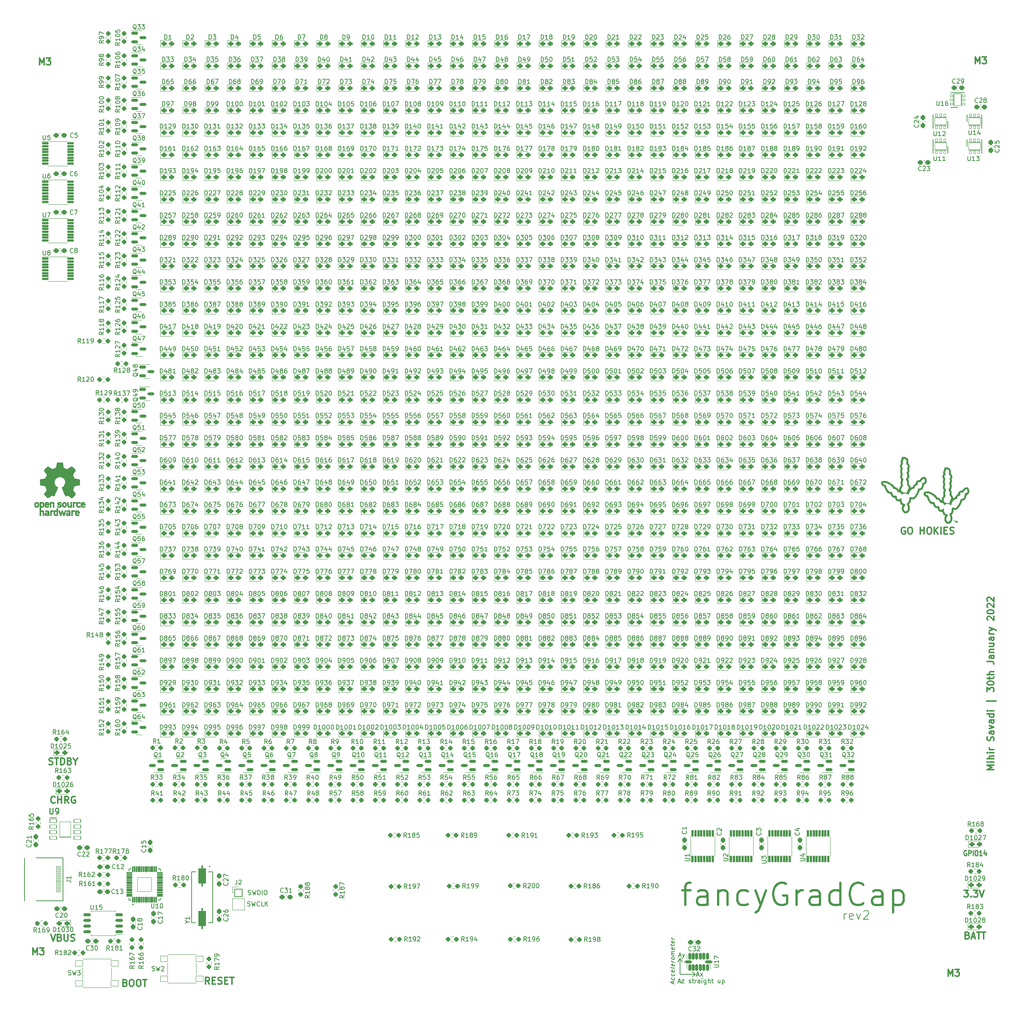
<source format=gto>
%TF.GenerationSoftware,KiCad,Pcbnew,(6.0.0)*%
%TF.CreationDate,2022-01-30T17:43:53-05:00*%
%TF.ProjectId,fancyGradCap_rev2,66616e63-7947-4726-9164-4361705f7265,1*%
%TF.SameCoordinates,Original*%
%TF.FileFunction,Legend,Top*%
%TF.FilePolarity,Positive*%
%FSLAX46Y46*%
G04 Gerber Fmt 4.6, Leading zero omitted, Abs format (unit mm)*
G04 Created by KiCad (PCBNEW (6.0.0)) date 2022-01-30 17:43:53*
%MOMM*%
%LPD*%
G01*
G04 APERTURE LIST*
G04 Aperture macros list*
%AMRoundRect*
0 Rectangle with rounded corners*
0 $1 Rounding radius*
0 $2 $3 $4 $5 $6 $7 $8 $9 X,Y pos of 4 corners*
0 Add a 4 corners polygon primitive as box body*
4,1,4,$2,$3,$4,$5,$6,$7,$8,$9,$2,$3,0*
0 Add four circle primitives for the rounded corners*
1,1,$1+$1,$2,$3*
1,1,$1+$1,$4,$5*
1,1,$1+$1,$6,$7*
1,1,$1+$1,$8,$9*
0 Add four rect primitives between the rounded corners*
20,1,$1+$1,$2,$3,$4,$5,0*
20,1,$1+$1,$4,$5,$6,$7,0*
20,1,$1+$1,$6,$7,$8,$9,0*
20,1,$1+$1,$8,$9,$2,$3,0*%
G04 Aperture macros list end*
%ADD10C,0.200000*%
%ADD11C,0.300000*%
%ADD12C,0.500000*%
%ADD13C,0.150000*%
%ADD14C,0.250000*%
%ADD15C,0.254000*%
%ADD16C,0.010000*%
%ADD17C,0.120000*%
%ADD18C,0.127000*%
%ADD19C,3.300000*%
%ADD20RoundRect,0.200000X-0.150000X0.603500X-0.150000X-0.603500X0.150000X-0.603500X0.150000X0.603500X0*%
%ADD21RoundRect,0.196500X-0.146500X0.607000X-0.146500X-0.607000X0.146500X-0.607000X0.146500X0.607000X0*%
%ADD22RoundRect,0.200000X-0.611500X0.150000X-0.611500X-0.150000X0.611500X-0.150000X0.611500X0.150000X0*%
%ADD23RoundRect,0.287500X-0.287500X-0.237500X0.287500X-0.237500X0.287500X0.237500X-0.287500X0.237500X0*%
%ADD24RoundRect,0.287500X-0.250000X-0.237500X0.250000X-0.237500X0.250000X0.237500X-0.250000X0.237500X0*%
%ADD25RoundRect,0.287500X0.250000X0.237500X-0.250000X0.237500X-0.250000X-0.237500X0.250000X-0.237500X0*%
%ADD26RoundRect,0.287500X0.237500X-0.300000X0.237500X0.300000X-0.237500X0.300000X-0.237500X-0.300000X0*%
%ADD27RoundRect,0.287500X0.237500X-0.250000X0.237500X0.250000X-0.237500X0.250000X-0.237500X-0.250000X0*%
%ADD28RoundRect,0.150000X0.100000X-0.637500X0.100000X0.637500X-0.100000X0.637500X-0.100000X-0.637500X0*%
%ADD29RoundRect,0.200000X0.587500X0.150000X-0.587500X0.150000X-0.587500X-0.150000X0.587500X-0.150000X0*%
%ADD30RoundRect,0.287500X-0.237500X0.250000X-0.237500X-0.250000X0.237500X-0.250000X0.237500X0.250000X0*%
%ADD31RoundRect,0.287500X0.300000X0.237500X-0.300000X0.237500X-0.300000X-0.237500X0.300000X-0.237500X0*%
%ADD32RoundRect,0.287500X-0.237500X0.300000X-0.237500X-0.300000X0.237500X-0.300000X0.237500X0.300000X0*%
%ADD33RoundRect,0.200000X-0.587500X-0.150000X0.587500X-0.150000X0.587500X0.150000X-0.587500X0.150000X0*%
%ADD34RoundRect,0.150000X-0.637500X-0.100000X0.637500X-0.100000X0.637500X0.100000X-0.637500X0.100000X0*%
%ADD35RoundRect,0.287500X-0.300000X-0.237500X0.300000X-0.237500X0.300000X0.237500X-0.300000X0.237500X0*%
%ADD36RoundRect,0.050000X-0.225000X0.315000X-0.225000X-0.315000X0.225000X-0.315000X0.225000X0.315000X0*%
%ADD37RoundRect,0.050000X-1.300000X0.850000X-1.300000X-0.850000X1.300000X-0.850000X1.300000X0.850000X0*%
%ADD38C,0.750000*%
%ADD39RoundRect,0.050000X-0.450000X0.150000X-0.450000X-0.150000X0.450000X-0.150000X0.450000X0.150000X0*%
%ADD40C,0.700000*%
%ADD41O,2.100000X1.100000*%
%ADD42O,1.700000X0.900000*%
%ADD43RoundRect,0.050000X0.225000X-0.315000X0.225000X0.315000X-0.225000X0.315000X-0.225000X-0.315000X0*%
%ADD44RoundRect,0.050000X1.300000X-0.850000X1.300000X0.850000X-1.300000X0.850000X-1.300000X-0.850000X0*%
%ADD45RoundRect,0.050000X-0.850000X-0.850000X0.850000X-0.850000X0.850000X0.850000X-0.850000X0.850000X0*%
%ADD46O,1.800000X1.800000*%
%ADD47RoundRect,0.287500X0.287500X0.237500X-0.287500X0.237500X-0.287500X-0.237500X0.287500X-0.237500X0*%
%ADD48RoundRect,0.050000X-0.775000X-0.650000X0.775000X-0.650000X0.775000X0.650000X-0.775000X0.650000X0*%
%ADD49RoundRect,0.056000X0.094000X-0.582000X0.094000X0.582000X-0.094000X0.582000X-0.094000X-0.582000X0*%
%ADD50RoundRect,0.055760X0.090240X-0.582240X0.090240X0.582240X-0.090240X0.582240X-0.090240X-0.582240X0*%
%ADD51RoundRect,0.070000X0.568000X-0.080000X0.568000X0.080000X-0.568000X0.080000X-0.568000X-0.080000X0*%
%ADD52RoundRect,0.069200X0.568800X-0.076800X0.568800X0.076800X-0.568800X0.076800X-0.568800X-0.076800X0*%
%ADD53RoundRect,0.068600X0.569400X-0.074400X0.569400X0.074400X-0.569400X0.074400X-0.569400X-0.074400X0*%
%ADD54RoundRect,0.050000X1.550000X-1.550000X1.550000X1.550000X-1.550000X1.550000X-1.550000X-1.550000X0*%
%ADD55RoundRect,0.200000X0.650000X0.150000X-0.650000X0.150000X-0.650000X-0.150000X0.650000X-0.150000X0*%
%ADD56RoundRect,0.050000X0.762500X-0.350000X0.762500X0.350000X-0.762500X0.350000X-0.762500X-0.350000X0*%
%ADD57RoundRect,0.050000X-1.256500X-1.701000X1.256500X-1.701000X1.256500X1.701000X-1.256500X1.701000X0*%
%ADD58RoundRect,0.714200X-0.145800X1.695800X-0.145800X-1.695800X0.145800X-1.695800X0.145800X1.695800X0*%
%ADD59RoundRect,0.050000X0.315000X0.225000X-0.315000X0.225000X-0.315000X-0.225000X0.315000X-0.225000X0*%
%ADD60RoundRect,0.050000X0.850000X1.300000X-0.850000X1.300000X-0.850000X-1.300000X0.850000X-1.300000X0*%
%ADD61C,3.550000*%
%ADD62C,2.490000*%
%ADD63C,2.725000*%
%ADD64C,3.806000*%
%ADD65C,1.100000*%
%ADD66C,1.000000*%
G04 APERTURE END LIST*
D10*
X174323714Y-203088761D02*
X174323714Y-201755428D01*
X174323714Y-202136380D02*
X174418952Y-201945904D01*
X174514190Y-201850666D01*
X174704666Y-201755428D01*
X174895142Y-201755428D01*
X176323714Y-202993523D02*
X176133238Y-203088761D01*
X175752285Y-203088761D01*
X175561809Y-202993523D01*
X175466571Y-202803047D01*
X175466571Y-202041142D01*
X175561809Y-201850666D01*
X175752285Y-201755428D01*
X176133238Y-201755428D01*
X176323714Y-201850666D01*
X176418952Y-202041142D01*
X176418952Y-202231619D01*
X175466571Y-202422095D01*
X177085619Y-201755428D02*
X177561809Y-203088761D01*
X178038000Y-201755428D01*
X178704666Y-201279238D02*
X178799904Y-201184000D01*
X178990380Y-201088761D01*
X179466571Y-201088761D01*
X179657047Y-201184000D01*
X179752285Y-201279238D01*
X179847523Y-201469714D01*
X179847523Y-201660190D01*
X179752285Y-201945904D01*
X178609428Y-203088761D01*
X179847523Y-203088761D01*
D11*
X188004285Y-115074000D02*
X187861428Y-115002571D01*
X187647142Y-115002571D01*
X187432857Y-115074000D01*
X187290000Y-115216857D01*
X187218571Y-115359714D01*
X187147142Y-115645428D01*
X187147142Y-115859714D01*
X187218571Y-116145428D01*
X187290000Y-116288285D01*
X187432857Y-116431142D01*
X187647142Y-116502571D01*
X187790000Y-116502571D01*
X188004285Y-116431142D01*
X188075714Y-116359714D01*
X188075714Y-115859714D01*
X187790000Y-115859714D01*
X189004285Y-115002571D02*
X189290000Y-115002571D01*
X189432857Y-115074000D01*
X189575714Y-115216857D01*
X189647142Y-115502571D01*
X189647142Y-116002571D01*
X189575714Y-116288285D01*
X189432857Y-116431142D01*
X189290000Y-116502571D01*
X189004285Y-116502571D01*
X188861428Y-116431142D01*
X188718571Y-116288285D01*
X188647142Y-116002571D01*
X188647142Y-115502571D01*
X188718571Y-115216857D01*
X188861428Y-115074000D01*
X189004285Y-115002571D01*
X191432857Y-116502571D02*
X191432857Y-115002571D01*
X191432857Y-115716857D02*
X192290000Y-115716857D01*
X192290000Y-116502571D02*
X192290000Y-115002571D01*
X193290000Y-115002571D02*
X193575714Y-115002571D01*
X193718571Y-115074000D01*
X193861428Y-115216857D01*
X193932857Y-115502571D01*
X193932857Y-116002571D01*
X193861428Y-116288285D01*
X193718571Y-116431142D01*
X193575714Y-116502571D01*
X193290000Y-116502571D01*
X193147142Y-116431142D01*
X193004285Y-116288285D01*
X192932857Y-116002571D01*
X192932857Y-115502571D01*
X193004285Y-115216857D01*
X193147142Y-115074000D01*
X193290000Y-115002571D01*
X194575714Y-116502571D02*
X194575714Y-115002571D01*
X195432857Y-116502571D02*
X194790000Y-115645428D01*
X195432857Y-115002571D02*
X194575714Y-115859714D01*
X196075714Y-116502571D02*
X196075714Y-115002571D01*
X196790000Y-115716857D02*
X197290000Y-115716857D01*
X197504285Y-116502571D02*
X196790000Y-116502571D01*
X196790000Y-115002571D01*
X197504285Y-115002571D01*
X198075714Y-116431142D02*
X198290000Y-116502571D01*
X198647142Y-116502571D01*
X198790000Y-116431142D01*
X198861428Y-116359714D01*
X198932857Y-116216857D01*
X198932857Y-116074000D01*
X198861428Y-115931142D01*
X198790000Y-115859714D01*
X198647142Y-115788285D01*
X198361428Y-115716857D01*
X198218571Y-115645428D01*
X198147142Y-115574000D01*
X198075714Y-115431142D01*
X198075714Y-115288285D01*
X198147142Y-115145428D01*
X198218571Y-115074000D01*
X198361428Y-115002571D01*
X198718571Y-115002571D01*
X198932857Y-115074000D01*
X207942571Y-169435428D02*
X206442571Y-169435428D01*
X207514000Y-168935428D01*
X206442571Y-168435428D01*
X207942571Y-168435428D01*
X207942571Y-167721142D02*
X206942571Y-167721142D01*
X206442571Y-167721142D02*
X206514000Y-167792571D01*
X206585428Y-167721142D01*
X206514000Y-167649714D01*
X206442571Y-167721142D01*
X206585428Y-167721142D01*
X207942571Y-167006857D02*
X206442571Y-167006857D01*
X207942571Y-166364000D02*
X207156857Y-166364000D01*
X207014000Y-166435428D01*
X206942571Y-166578285D01*
X206942571Y-166792571D01*
X207014000Y-166935428D01*
X207085428Y-167006857D01*
X207942571Y-165649714D02*
X206942571Y-165649714D01*
X206442571Y-165649714D02*
X206514000Y-165721142D01*
X206585428Y-165649714D01*
X206514000Y-165578285D01*
X206442571Y-165649714D01*
X206585428Y-165649714D01*
X207942571Y-164935428D02*
X206942571Y-164935428D01*
X207228285Y-164935428D02*
X207085428Y-164864000D01*
X207014000Y-164792571D01*
X206942571Y-164649714D01*
X206942571Y-164506857D01*
X207871142Y-162935428D02*
X207942571Y-162721142D01*
X207942571Y-162364000D01*
X207871142Y-162221142D01*
X207799714Y-162149714D01*
X207656857Y-162078285D01*
X207514000Y-162078285D01*
X207371142Y-162149714D01*
X207299714Y-162221142D01*
X207228285Y-162364000D01*
X207156857Y-162649714D01*
X207085428Y-162792571D01*
X207014000Y-162864000D01*
X206871142Y-162935428D01*
X206728285Y-162935428D01*
X206585428Y-162864000D01*
X206514000Y-162792571D01*
X206442571Y-162649714D01*
X206442571Y-162292571D01*
X206514000Y-162078285D01*
X207942571Y-160792571D02*
X207156857Y-160792571D01*
X207014000Y-160864000D01*
X206942571Y-161006857D01*
X206942571Y-161292571D01*
X207014000Y-161435428D01*
X207871142Y-160792571D02*
X207942571Y-160935428D01*
X207942571Y-161292571D01*
X207871142Y-161435428D01*
X207728285Y-161506857D01*
X207585428Y-161506857D01*
X207442571Y-161435428D01*
X207371142Y-161292571D01*
X207371142Y-160935428D01*
X207299714Y-160792571D01*
X206942571Y-160221142D02*
X207942571Y-159864000D01*
X206942571Y-159506857D01*
X207942571Y-158292571D02*
X207156857Y-158292571D01*
X207014000Y-158364000D01*
X206942571Y-158506857D01*
X206942571Y-158792571D01*
X207014000Y-158935428D01*
X207871142Y-158292571D02*
X207942571Y-158435428D01*
X207942571Y-158792571D01*
X207871142Y-158935428D01*
X207728285Y-159006857D01*
X207585428Y-159006857D01*
X207442571Y-158935428D01*
X207371142Y-158792571D01*
X207371142Y-158435428D01*
X207299714Y-158292571D01*
X207942571Y-156935428D02*
X206442571Y-156935428D01*
X207871142Y-156935428D02*
X207942571Y-157078285D01*
X207942571Y-157364000D01*
X207871142Y-157506857D01*
X207799714Y-157578285D01*
X207656857Y-157649714D01*
X207228285Y-157649714D01*
X207085428Y-157578285D01*
X207014000Y-157506857D01*
X206942571Y-157364000D01*
X206942571Y-157078285D01*
X207014000Y-156935428D01*
X207942571Y-156221142D02*
X206942571Y-156221142D01*
X206442571Y-156221142D02*
X206514000Y-156292571D01*
X206585428Y-156221142D01*
X206514000Y-156149714D01*
X206442571Y-156221142D01*
X206585428Y-156221142D01*
X208442571Y-154006857D02*
X206299714Y-154006857D01*
X206442571Y-151935428D02*
X206442571Y-151006857D01*
X207014000Y-151506857D01*
X207014000Y-151292571D01*
X207085428Y-151149714D01*
X207156857Y-151078285D01*
X207299714Y-151006857D01*
X207656857Y-151006857D01*
X207799714Y-151078285D01*
X207871142Y-151149714D01*
X207942571Y-151292571D01*
X207942571Y-151721142D01*
X207871142Y-151864000D01*
X207799714Y-151935428D01*
X206442571Y-150078285D02*
X206442571Y-149935428D01*
X206514000Y-149792571D01*
X206585428Y-149721142D01*
X206728285Y-149649714D01*
X207014000Y-149578285D01*
X207371142Y-149578285D01*
X207656857Y-149649714D01*
X207799714Y-149721142D01*
X207871142Y-149792571D01*
X207942571Y-149935428D01*
X207942571Y-150078285D01*
X207871142Y-150221142D01*
X207799714Y-150292571D01*
X207656857Y-150364000D01*
X207371142Y-150435428D01*
X207014000Y-150435428D01*
X206728285Y-150364000D01*
X206585428Y-150292571D01*
X206514000Y-150221142D01*
X206442571Y-150078285D01*
X206942571Y-149149714D02*
X206942571Y-148578285D01*
X206442571Y-148935428D02*
X207728285Y-148935428D01*
X207871142Y-148864000D01*
X207942571Y-148721142D01*
X207942571Y-148578285D01*
X207942571Y-148078285D02*
X206442571Y-148078285D01*
X207942571Y-147435428D02*
X207156857Y-147435428D01*
X207014000Y-147506857D01*
X206942571Y-147649714D01*
X206942571Y-147864000D01*
X207014000Y-148006857D01*
X207085428Y-148078285D01*
X206442571Y-145149714D02*
X207514000Y-145149714D01*
X207728285Y-145221142D01*
X207871142Y-145364000D01*
X207942571Y-145578285D01*
X207942571Y-145721142D01*
X207942571Y-143792571D02*
X207156857Y-143792571D01*
X207014000Y-143864000D01*
X206942571Y-144006857D01*
X206942571Y-144292571D01*
X207014000Y-144435428D01*
X207871142Y-143792571D02*
X207942571Y-143935428D01*
X207942571Y-144292571D01*
X207871142Y-144435428D01*
X207728285Y-144506857D01*
X207585428Y-144506857D01*
X207442571Y-144435428D01*
X207371142Y-144292571D01*
X207371142Y-143935428D01*
X207299714Y-143792571D01*
X206942571Y-143078285D02*
X207942571Y-143078285D01*
X207085428Y-143078285D02*
X207014000Y-143006857D01*
X206942571Y-142864000D01*
X206942571Y-142649714D01*
X207014000Y-142506857D01*
X207156857Y-142435428D01*
X207942571Y-142435428D01*
X206942571Y-141078285D02*
X207942571Y-141078285D01*
X206942571Y-141721142D02*
X207728285Y-141721142D01*
X207871142Y-141649714D01*
X207942571Y-141506857D01*
X207942571Y-141292571D01*
X207871142Y-141149714D01*
X207799714Y-141078285D01*
X207942571Y-139721142D02*
X207156857Y-139721142D01*
X207014000Y-139792571D01*
X206942571Y-139935428D01*
X206942571Y-140221142D01*
X207014000Y-140364000D01*
X207871142Y-139721142D02*
X207942571Y-139864000D01*
X207942571Y-140221142D01*
X207871142Y-140364000D01*
X207728285Y-140435428D01*
X207585428Y-140435428D01*
X207442571Y-140364000D01*
X207371142Y-140221142D01*
X207371142Y-139864000D01*
X207299714Y-139721142D01*
X207942571Y-139006857D02*
X206942571Y-139006857D01*
X207228285Y-139006857D02*
X207085428Y-138935428D01*
X207014000Y-138864000D01*
X206942571Y-138721142D01*
X206942571Y-138578285D01*
X206942571Y-138221142D02*
X207942571Y-137864000D01*
X206942571Y-137506857D02*
X207942571Y-137864000D01*
X208299714Y-138006857D01*
X208371142Y-138078285D01*
X208442571Y-138221142D01*
X206585428Y-135864000D02*
X206514000Y-135792571D01*
X206442571Y-135649714D01*
X206442571Y-135292571D01*
X206514000Y-135149714D01*
X206585428Y-135078285D01*
X206728285Y-135006857D01*
X206871142Y-135006857D01*
X207085428Y-135078285D01*
X207942571Y-135935428D01*
X207942571Y-135006857D01*
X206442571Y-134078285D02*
X206442571Y-133935428D01*
X206514000Y-133792571D01*
X206585428Y-133721142D01*
X206728285Y-133649714D01*
X207014000Y-133578285D01*
X207371142Y-133578285D01*
X207656857Y-133649714D01*
X207799714Y-133721142D01*
X207871142Y-133792571D01*
X207942571Y-133935428D01*
X207942571Y-134078285D01*
X207871142Y-134221142D01*
X207799714Y-134292571D01*
X207656857Y-134364000D01*
X207371142Y-134435428D01*
X207014000Y-134435428D01*
X206728285Y-134364000D01*
X206585428Y-134292571D01*
X206514000Y-134221142D01*
X206442571Y-134078285D01*
X206585428Y-133006857D02*
X206514000Y-132935428D01*
X206442571Y-132792571D01*
X206442571Y-132435428D01*
X206514000Y-132292571D01*
X206585428Y-132221142D01*
X206728285Y-132149714D01*
X206871142Y-132149714D01*
X207085428Y-132221142D01*
X207942571Y-133078285D01*
X207942571Y-132149714D01*
X206585428Y-131578285D02*
X206514000Y-131506857D01*
X206442571Y-131364000D01*
X206442571Y-131006857D01*
X206514000Y-130864000D01*
X206585428Y-130792571D01*
X206728285Y-130721142D01*
X206871142Y-130721142D01*
X207085428Y-130792571D01*
X207942571Y-131649714D01*
X207942571Y-130721142D01*
D12*
X137948952Y-196540571D02*
X139853714Y-196540571D01*
X138663238Y-199873904D02*
X138663238Y-195588190D01*
X138901333Y-195112000D01*
X139377523Y-194873904D01*
X139853714Y-194873904D01*
X143663238Y-199873904D02*
X143663238Y-197254857D01*
X143425142Y-196778666D01*
X142948952Y-196540571D01*
X141996571Y-196540571D01*
X141520380Y-196778666D01*
X143663238Y-199635809D02*
X143187047Y-199873904D01*
X141996571Y-199873904D01*
X141520380Y-199635809D01*
X141282285Y-199159619D01*
X141282285Y-198683428D01*
X141520380Y-198207238D01*
X141996571Y-197969142D01*
X143187047Y-197969142D01*
X143663238Y-197731047D01*
X146044190Y-196540571D02*
X146044190Y-199873904D01*
X146044190Y-197016761D02*
X146282285Y-196778666D01*
X146758476Y-196540571D01*
X147472761Y-196540571D01*
X147948952Y-196778666D01*
X148187047Y-197254857D01*
X148187047Y-199873904D01*
X152710857Y-199635809D02*
X152234666Y-199873904D01*
X151282285Y-199873904D01*
X150806095Y-199635809D01*
X150568000Y-199397714D01*
X150329904Y-198921523D01*
X150329904Y-197492952D01*
X150568000Y-197016761D01*
X150806095Y-196778666D01*
X151282285Y-196540571D01*
X152234666Y-196540571D01*
X152710857Y-196778666D01*
X154377523Y-196540571D02*
X155568000Y-199873904D01*
X156758476Y-196540571D02*
X155568000Y-199873904D01*
X155091809Y-201064380D01*
X154853714Y-201302476D01*
X154377523Y-201540571D01*
X161282285Y-195112000D02*
X160806095Y-194873904D01*
X160091809Y-194873904D01*
X159377523Y-195112000D01*
X158901333Y-195588190D01*
X158663238Y-196064380D01*
X158425142Y-197016761D01*
X158425142Y-197731047D01*
X158663238Y-198683428D01*
X158901333Y-199159619D01*
X159377523Y-199635809D01*
X160091809Y-199873904D01*
X160568000Y-199873904D01*
X161282285Y-199635809D01*
X161520380Y-199397714D01*
X161520380Y-197731047D01*
X160568000Y-197731047D01*
X163663238Y-199873904D02*
X163663238Y-196540571D01*
X163663238Y-197492952D02*
X163901333Y-197016761D01*
X164139428Y-196778666D01*
X164615619Y-196540571D01*
X165091809Y-196540571D01*
X168901333Y-199873904D02*
X168901333Y-197254857D01*
X168663238Y-196778666D01*
X168187047Y-196540571D01*
X167234666Y-196540571D01*
X166758476Y-196778666D01*
X168901333Y-199635809D02*
X168425142Y-199873904D01*
X167234666Y-199873904D01*
X166758476Y-199635809D01*
X166520380Y-199159619D01*
X166520380Y-198683428D01*
X166758476Y-198207238D01*
X167234666Y-197969142D01*
X168425142Y-197969142D01*
X168901333Y-197731047D01*
X173425142Y-199873904D02*
X173425142Y-194873904D01*
X173425142Y-199635809D02*
X172948952Y-199873904D01*
X171996571Y-199873904D01*
X171520380Y-199635809D01*
X171282285Y-199397714D01*
X171044190Y-198921523D01*
X171044190Y-197492952D01*
X171282285Y-197016761D01*
X171520380Y-196778666D01*
X171996571Y-196540571D01*
X172948952Y-196540571D01*
X173425142Y-196778666D01*
X178663238Y-199397714D02*
X178425142Y-199635809D01*
X177710857Y-199873904D01*
X177234666Y-199873904D01*
X176520380Y-199635809D01*
X176044190Y-199159619D01*
X175806095Y-198683428D01*
X175568000Y-197731047D01*
X175568000Y-197016761D01*
X175806095Y-196064380D01*
X176044190Y-195588190D01*
X176520380Y-195112000D01*
X177234666Y-194873904D01*
X177710857Y-194873904D01*
X178425142Y-195112000D01*
X178663238Y-195350095D01*
X182948952Y-199873904D02*
X182948952Y-197254857D01*
X182710857Y-196778666D01*
X182234666Y-196540571D01*
X181282285Y-196540571D01*
X180806095Y-196778666D01*
X182948952Y-199635809D02*
X182472761Y-199873904D01*
X181282285Y-199873904D01*
X180806095Y-199635809D01*
X180568000Y-199159619D01*
X180568000Y-198683428D01*
X180806095Y-198207238D01*
X181282285Y-197969142D01*
X182472761Y-197969142D01*
X182948952Y-197731047D01*
X185329904Y-196540571D02*
X185329904Y-201540571D01*
X185329904Y-196778666D02*
X185806095Y-196540571D01*
X186758476Y-196540571D01*
X187234666Y-196778666D01*
X187472761Y-197016761D01*
X187710857Y-197492952D01*
X187710857Y-198921523D01*
X187472761Y-199397714D01*
X187234666Y-199635809D01*
X186758476Y-199873904D01*
X185806095Y-199873904D01*
X185329904Y-199635809D01*
D10*
X140970000Y-215392000D02*
X140271500Y-215900000D01*
X137477500Y-215328500D02*
X137477500Y-211899500D01*
X137477500Y-211899500D02*
X137985500Y-212598000D01*
X137541000Y-215392000D02*
X140970000Y-215392000D01*
X140970000Y-215392000D02*
X140271500Y-214884000D01*
X137477500Y-211899500D02*
X136969500Y-212598000D01*
D11*
X12950285Y-217316857D02*
X13164571Y-217388285D01*
X13236000Y-217459714D01*
X13307428Y-217602571D01*
X13307428Y-217816857D01*
X13236000Y-217959714D01*
X13164571Y-218031142D01*
X13021714Y-218102571D01*
X12450285Y-218102571D01*
X12450285Y-216602571D01*
X12950285Y-216602571D01*
X13093142Y-216674000D01*
X13164571Y-216745428D01*
X13236000Y-216888285D01*
X13236000Y-217031142D01*
X13164571Y-217174000D01*
X13093142Y-217245428D01*
X12950285Y-217316857D01*
X12450285Y-217316857D01*
X14236000Y-216602571D02*
X14521714Y-216602571D01*
X14664571Y-216674000D01*
X14807428Y-216816857D01*
X14878857Y-217102571D01*
X14878857Y-217602571D01*
X14807428Y-217888285D01*
X14664571Y-218031142D01*
X14521714Y-218102571D01*
X14236000Y-218102571D01*
X14093142Y-218031142D01*
X13950285Y-217888285D01*
X13878857Y-217602571D01*
X13878857Y-217102571D01*
X13950285Y-216816857D01*
X14093142Y-216674000D01*
X14236000Y-216602571D01*
X15807428Y-216602571D02*
X16093142Y-216602571D01*
X16236000Y-216674000D01*
X16378857Y-216816857D01*
X16450285Y-217102571D01*
X16450285Y-217602571D01*
X16378857Y-217888285D01*
X16236000Y-218031142D01*
X16093142Y-218102571D01*
X15807428Y-218102571D01*
X15664571Y-218031142D01*
X15521714Y-217888285D01*
X15450285Y-217602571D01*
X15450285Y-217102571D01*
X15521714Y-216816857D01*
X15664571Y-216674000D01*
X15807428Y-216602571D01*
X16878857Y-216602571D02*
X17736000Y-216602571D01*
X17307428Y-218102571D02*
X17307428Y-216602571D01*
X-6294285Y-11092571D02*
X-6294285Y-9592571D01*
X-5794285Y-10664000D01*
X-5294285Y-9592571D01*
X-5294285Y-11092571D01*
X-4722857Y-9592571D02*
X-3794285Y-9592571D01*
X-4294285Y-10164000D01*
X-4080000Y-10164000D01*
X-3937142Y-10235428D01*
X-3865714Y-10306857D01*
X-3794285Y-10449714D01*
X-3794285Y-10806857D01*
X-3865714Y-10949714D01*
X-3937142Y-11021142D01*
X-4080000Y-11092571D01*
X-4508571Y-11092571D01*
X-4651428Y-11021142D01*
X-4722857Y-10949714D01*
X197667714Y-215816571D02*
X197667714Y-214316571D01*
X198167714Y-215388000D01*
X198667714Y-214316571D01*
X198667714Y-215816571D01*
X199239142Y-214316571D02*
X200167714Y-214316571D01*
X199667714Y-214888000D01*
X199882000Y-214888000D01*
X200024857Y-214959428D01*
X200096285Y-215030857D01*
X200167714Y-215173714D01*
X200167714Y-215530857D01*
X200096285Y-215673714D01*
X200024857Y-215745142D01*
X199882000Y-215816571D01*
X199453428Y-215816571D01*
X199310571Y-215745142D01*
X199239142Y-215673714D01*
D13*
X135961416Y-217498196D02*
X135961416Y-217022005D01*
X136247130Y-217629148D02*
X135247130Y-217170815D01*
X136247130Y-216962482D01*
X136199511Y-216194625D02*
X136247130Y-216295815D01*
X136247130Y-216486291D01*
X136199511Y-216575577D01*
X136151892Y-216617244D01*
X136056654Y-216652958D01*
X135770940Y-216617244D01*
X135675702Y-216557720D01*
X135628083Y-216504148D01*
X135580464Y-216402958D01*
X135580464Y-216212482D01*
X135628083Y-216123196D01*
X136199511Y-215337482D02*
X136247130Y-215438672D01*
X136247130Y-215629148D01*
X136199511Y-215718434D01*
X136151892Y-215760101D01*
X136056654Y-215795815D01*
X135770940Y-215760101D01*
X135675702Y-215700577D01*
X135628083Y-215647005D01*
X135580464Y-215545815D01*
X135580464Y-215355339D01*
X135628083Y-215266053D01*
X136199511Y-214527958D02*
X136247130Y-214629148D01*
X136247130Y-214819625D01*
X136199511Y-214908910D01*
X136104273Y-214944625D01*
X135723321Y-214897005D01*
X135628083Y-214837482D01*
X135580464Y-214736291D01*
X135580464Y-214545815D01*
X135628083Y-214456529D01*
X135723321Y-214420815D01*
X135818559Y-214432720D01*
X135913797Y-214920815D01*
X136247130Y-213914863D02*
X136199511Y-214004148D01*
X136104273Y-214039863D01*
X135247130Y-213932720D01*
X136199511Y-213147005D02*
X136247130Y-213248196D01*
X136247130Y-213438672D01*
X136199511Y-213527958D01*
X136104273Y-213563672D01*
X135723321Y-213516053D01*
X135628083Y-213456529D01*
X135580464Y-213355339D01*
X135580464Y-213164863D01*
X135628083Y-213075577D01*
X135723321Y-213039863D01*
X135818559Y-213051767D01*
X135913797Y-213539863D01*
X136247130Y-212676767D02*
X135580464Y-212593434D01*
X135770940Y-212617244D02*
X135675702Y-212557720D01*
X135628083Y-212504148D01*
X135580464Y-212402958D01*
X135580464Y-212307720D01*
X136247130Y-211914863D02*
X136199511Y-212004148D01*
X136151892Y-212045815D01*
X136056654Y-212081529D01*
X135770940Y-212045815D01*
X135675702Y-211986291D01*
X135628083Y-211932720D01*
X135580464Y-211831529D01*
X135580464Y-211688672D01*
X135628083Y-211599386D01*
X135675702Y-211557720D01*
X135770940Y-211522005D01*
X136056654Y-211557720D01*
X136151892Y-211617244D01*
X136199511Y-211670815D01*
X136247130Y-211772005D01*
X136247130Y-211914863D01*
X136247130Y-211152958D02*
X135580464Y-211069625D01*
X135675702Y-211081529D02*
X135628083Y-211027958D01*
X135580464Y-210926767D01*
X135580464Y-210783910D01*
X135628083Y-210694625D01*
X135723321Y-210658910D01*
X136247130Y-210724386D01*
X135723321Y-210658910D02*
X135628083Y-210599386D01*
X135580464Y-210498196D01*
X135580464Y-210355339D01*
X135628083Y-210266053D01*
X135723321Y-210230339D01*
X136247130Y-210295815D01*
X136199511Y-209432720D02*
X136247130Y-209533910D01*
X136247130Y-209724386D01*
X136199511Y-209813672D01*
X136104273Y-209849386D01*
X135723321Y-209801767D01*
X135628083Y-209742244D01*
X135580464Y-209641053D01*
X135580464Y-209450577D01*
X135628083Y-209361291D01*
X135723321Y-209325577D01*
X135818559Y-209337482D01*
X135913797Y-209825577D01*
X135580464Y-209022005D02*
X135580464Y-208641053D01*
X135247130Y-208837482D02*
X136104273Y-208944625D01*
X136199511Y-208908910D01*
X136247130Y-208819625D01*
X136247130Y-208724386D01*
X136199511Y-208004148D02*
X136247130Y-208105339D01*
X136247130Y-208295815D01*
X136199511Y-208385101D01*
X136104273Y-208420815D01*
X135723321Y-208373196D01*
X135628083Y-208313672D01*
X135580464Y-208212482D01*
X135580464Y-208022005D01*
X135628083Y-207932720D01*
X135723321Y-207897005D01*
X135818559Y-207908910D01*
X135913797Y-208397005D01*
X136247130Y-207533910D02*
X135580464Y-207450577D01*
X135770940Y-207474386D02*
X135675702Y-207414863D01*
X135628083Y-207361291D01*
X135580464Y-207260101D01*
X135580464Y-207164863D01*
D11*
X202029428Y-206648857D02*
X202243714Y-206720285D01*
X202315142Y-206791714D01*
X202386571Y-206934571D01*
X202386571Y-207148857D01*
X202315142Y-207291714D01*
X202243714Y-207363142D01*
X202100857Y-207434571D01*
X201529428Y-207434571D01*
X201529428Y-205934571D01*
X202029428Y-205934571D01*
X202172285Y-206006000D01*
X202243714Y-206077428D01*
X202315142Y-206220285D01*
X202315142Y-206363142D01*
X202243714Y-206506000D01*
X202172285Y-206577428D01*
X202029428Y-206648857D01*
X201529428Y-206648857D01*
X202958000Y-207006000D02*
X203672285Y-207006000D01*
X202815142Y-207434571D02*
X203315142Y-205934571D01*
X203815142Y-207434571D01*
X204100857Y-205934571D02*
X204958000Y-205934571D01*
X204529428Y-207434571D02*
X204529428Y-205934571D01*
X205243714Y-205934571D02*
X206100857Y-205934571D01*
X205672285Y-207434571D02*
X205672285Y-205934571D01*
X201239714Y-196536571D02*
X202168285Y-196536571D01*
X201668285Y-197108000D01*
X201882571Y-197108000D01*
X202025428Y-197179428D01*
X202096857Y-197250857D01*
X202168285Y-197393714D01*
X202168285Y-197750857D01*
X202096857Y-197893714D01*
X202025428Y-197965142D01*
X201882571Y-198036571D01*
X201454000Y-198036571D01*
X201311142Y-197965142D01*
X201239714Y-197893714D01*
X202811142Y-197893714D02*
X202882571Y-197965142D01*
X202811142Y-198036571D01*
X202739714Y-197965142D01*
X202811142Y-197893714D01*
X202811142Y-198036571D01*
X203382571Y-196536571D02*
X204311142Y-196536571D01*
X203811142Y-197108000D01*
X204025428Y-197108000D01*
X204168285Y-197179428D01*
X204239714Y-197250857D01*
X204311142Y-197393714D01*
X204311142Y-197750857D01*
X204239714Y-197893714D01*
X204168285Y-197965142D01*
X204025428Y-198036571D01*
X203596857Y-198036571D01*
X203454000Y-197965142D01*
X203382571Y-197893714D01*
X204739714Y-196536571D02*
X205239714Y-198036571D01*
X205739714Y-196536571D01*
X-2837428Y-176811714D02*
X-2908857Y-176883142D01*
X-3123142Y-176954571D01*
X-3266000Y-176954571D01*
X-3480285Y-176883142D01*
X-3623142Y-176740285D01*
X-3694571Y-176597428D01*
X-3766000Y-176311714D01*
X-3766000Y-176097428D01*
X-3694571Y-175811714D01*
X-3623142Y-175668857D01*
X-3480285Y-175526000D01*
X-3266000Y-175454571D01*
X-3123142Y-175454571D01*
X-2908857Y-175526000D01*
X-2837428Y-175597428D01*
X-2194571Y-176954571D02*
X-2194571Y-175454571D01*
X-2194571Y-176168857D02*
X-1337428Y-176168857D01*
X-1337428Y-176954571D02*
X-1337428Y-175454571D01*
X234000Y-176954571D02*
X-266000Y-176240285D01*
X-623142Y-176954571D02*
X-623142Y-175454571D01*
X-51714Y-175454571D01*
X91142Y-175526000D01*
X162571Y-175597428D01*
X234000Y-175740285D01*
X234000Y-175954571D01*
X162571Y-176097428D01*
X91142Y-176168857D01*
X-51714Y-176240285D01*
X-623142Y-176240285D01*
X1662571Y-175526000D02*
X1519714Y-175454571D01*
X1305428Y-175454571D01*
X1091142Y-175526000D01*
X948285Y-175668857D01*
X876857Y-175811714D01*
X805428Y-176097428D01*
X805428Y-176311714D01*
X876857Y-176597428D01*
X948285Y-176740285D01*
X1091142Y-176883142D01*
X1305428Y-176954571D01*
X1448285Y-176954571D01*
X1662571Y-176883142D01*
X1734000Y-176811714D01*
X1734000Y-176311714D01*
X1448285Y-176311714D01*
D13*
X137207702Y-211208916D02*
X137683892Y-211208916D01*
X137112464Y-211494630D02*
X137445797Y-210494630D01*
X137779130Y-211494630D01*
X138017226Y-210827964D02*
X138255321Y-211494630D01*
X138493416Y-210827964D02*
X138255321Y-211494630D01*
X138160083Y-211732726D01*
X138112464Y-211780345D01*
X138017226Y-211827964D01*
X40410095Y-200048761D02*
X40552952Y-200096380D01*
X40791047Y-200096380D01*
X40886285Y-200048761D01*
X40933904Y-200001142D01*
X40981523Y-199905904D01*
X40981523Y-199810666D01*
X40933904Y-199715428D01*
X40886285Y-199667809D01*
X40791047Y-199620190D01*
X40600571Y-199572571D01*
X40505333Y-199524952D01*
X40457714Y-199477333D01*
X40410095Y-199382095D01*
X40410095Y-199286857D01*
X40457714Y-199191619D01*
X40505333Y-199144000D01*
X40600571Y-199096380D01*
X40838666Y-199096380D01*
X40981523Y-199144000D01*
X41314857Y-199096380D02*
X41552952Y-200096380D01*
X41743428Y-199382095D01*
X41933904Y-200096380D01*
X42172000Y-199096380D01*
X43124380Y-200001142D02*
X43076761Y-200048761D01*
X42933904Y-200096380D01*
X42838666Y-200096380D01*
X42695809Y-200048761D01*
X42600571Y-199953523D01*
X42552952Y-199858285D01*
X42505333Y-199667809D01*
X42505333Y-199524952D01*
X42552952Y-199334476D01*
X42600571Y-199239238D01*
X42695809Y-199144000D01*
X42838666Y-199096380D01*
X42933904Y-199096380D01*
X43076761Y-199144000D01*
X43124380Y-199191619D01*
X44029142Y-200096380D02*
X43552952Y-200096380D01*
X43552952Y-199096380D01*
X44362476Y-200096380D02*
X44362476Y-199096380D01*
X44933904Y-200096380D02*
X44505333Y-199524952D01*
X44933904Y-199096380D02*
X44362476Y-199667809D01*
X141247892Y-215558666D02*
X141724083Y-215558666D01*
X141152654Y-215844380D02*
X141485988Y-214844380D01*
X141819321Y-215844380D01*
X142057416Y-215844380D02*
X142581226Y-215177714D01*
X142057416Y-215177714D02*
X142581226Y-215844380D01*
D11*
X203763714Y-10838571D02*
X203763714Y-9338571D01*
X204263714Y-10410000D01*
X204763714Y-9338571D01*
X204763714Y-10838571D01*
X205335142Y-9338571D02*
X206263714Y-9338571D01*
X205763714Y-9910000D01*
X205978000Y-9910000D01*
X206120857Y-9981428D01*
X206192285Y-10052857D01*
X206263714Y-10195714D01*
X206263714Y-10552857D01*
X206192285Y-10695714D01*
X206120857Y-10767142D01*
X205978000Y-10838571D01*
X205549428Y-10838571D01*
X205406571Y-10767142D01*
X205335142Y-10695714D01*
D14*
X201755619Y-187614000D02*
X201660380Y-187556857D01*
X201517523Y-187556857D01*
X201374666Y-187614000D01*
X201279428Y-187728285D01*
X201231809Y-187842571D01*
X201184190Y-188071142D01*
X201184190Y-188242571D01*
X201231809Y-188471142D01*
X201279428Y-188585428D01*
X201374666Y-188699714D01*
X201517523Y-188756857D01*
X201612761Y-188756857D01*
X201755619Y-188699714D01*
X201803238Y-188642571D01*
X201803238Y-188242571D01*
X201612761Y-188242571D01*
X202231809Y-188756857D02*
X202231809Y-187556857D01*
X202612761Y-187556857D01*
X202708000Y-187614000D01*
X202755619Y-187671142D01*
X202803238Y-187785428D01*
X202803238Y-187956857D01*
X202755619Y-188071142D01*
X202708000Y-188128285D01*
X202612761Y-188185428D01*
X202231809Y-188185428D01*
X203231809Y-188756857D02*
X203231809Y-187556857D01*
X203898476Y-187556857D02*
X204088952Y-187556857D01*
X204184190Y-187614000D01*
X204279428Y-187728285D01*
X204327047Y-187956857D01*
X204327047Y-188356857D01*
X204279428Y-188585428D01*
X204184190Y-188699714D01*
X204088952Y-188756857D01*
X203898476Y-188756857D01*
X203803238Y-188699714D01*
X203708000Y-188585428D01*
X203660380Y-188356857D01*
X203660380Y-187956857D01*
X203708000Y-187728285D01*
X203803238Y-187614000D01*
X203898476Y-187556857D01*
X205279428Y-188756857D02*
X204708000Y-188756857D01*
X204993714Y-188756857D02*
X204993714Y-187556857D01*
X204898476Y-187728285D01*
X204803238Y-187842571D01*
X204708000Y-187899714D01*
X206136571Y-187956857D02*
X206136571Y-188756857D01*
X205898476Y-187499714D02*
X205660380Y-188356857D01*
X206279428Y-188356857D01*
D11*
X-4158857Y-168247142D02*
X-3944571Y-168318571D01*
X-3587428Y-168318571D01*
X-3444571Y-168247142D01*
X-3373142Y-168175714D01*
X-3301714Y-168032857D01*
X-3301714Y-167890000D01*
X-3373142Y-167747142D01*
X-3444571Y-167675714D01*
X-3587428Y-167604285D01*
X-3873142Y-167532857D01*
X-4015999Y-167461428D01*
X-4087428Y-167390000D01*
X-4158857Y-167247142D01*
X-4158857Y-167104285D01*
X-4087428Y-166961428D01*
X-4015999Y-166890000D01*
X-3873142Y-166818571D01*
X-3515999Y-166818571D01*
X-3301714Y-166890000D01*
X-2873142Y-166818571D02*
X-2016000Y-166818571D01*
X-2444571Y-168318571D02*
X-2444571Y-166818571D01*
X-1516000Y-168318571D02*
X-1516000Y-166818571D01*
X-1158857Y-166818571D01*
X-944571Y-166890000D01*
X-801714Y-167032857D01*
X-730285Y-167175714D01*
X-658857Y-167461428D01*
X-658857Y-167675714D01*
X-730285Y-167961428D01*
X-801714Y-168104285D01*
X-944571Y-168247142D01*
X-1158857Y-168318571D01*
X-1516000Y-168318571D01*
X484000Y-167532857D02*
X698285Y-167604285D01*
X769714Y-167675714D01*
X841142Y-167818571D01*
X841142Y-168032857D01*
X769714Y-168175714D01*
X698285Y-168247142D01*
X555428Y-168318571D01*
X-16000Y-168318571D01*
X-16000Y-166818571D01*
X484000Y-166818571D01*
X626857Y-166890000D01*
X698285Y-166961428D01*
X769714Y-167104285D01*
X769714Y-167247142D01*
X698285Y-167390000D01*
X626857Y-167461428D01*
X484000Y-167532857D01*
X-16000Y-167532857D01*
X1769714Y-167604285D02*
X1769714Y-168318571D01*
X1269714Y-166818571D02*
X1769714Y-167604285D01*
X2269714Y-166818571D01*
D13*
X137049523Y-217082666D02*
X137525714Y-217082666D01*
X136954285Y-217368380D02*
X137287619Y-216368380D01*
X137620952Y-217368380D01*
X137859047Y-216701714D02*
X138382857Y-216701714D01*
X137859047Y-217368380D01*
X138382857Y-217368380D01*
X139478095Y-217320761D02*
X139573333Y-217368380D01*
X139763809Y-217368380D01*
X139859047Y-217320761D01*
X139906666Y-217225523D01*
X139906666Y-217177904D01*
X139859047Y-217082666D01*
X139763809Y-217035047D01*
X139620952Y-217035047D01*
X139525714Y-216987428D01*
X139478095Y-216892190D01*
X139478095Y-216844571D01*
X139525714Y-216749333D01*
X139620952Y-216701714D01*
X139763809Y-216701714D01*
X139859047Y-216749333D01*
X140192380Y-216701714D02*
X140573333Y-216701714D01*
X140335238Y-216368380D02*
X140335238Y-217225523D01*
X140382857Y-217320761D01*
X140478095Y-217368380D01*
X140573333Y-217368380D01*
X140906666Y-217368380D02*
X140906666Y-216701714D01*
X140906666Y-216892190D02*
X140954285Y-216796952D01*
X141001904Y-216749333D01*
X141097142Y-216701714D01*
X141192380Y-216701714D01*
X141954285Y-217368380D02*
X141954285Y-216844571D01*
X141906666Y-216749333D01*
X141811428Y-216701714D01*
X141620952Y-216701714D01*
X141525714Y-216749333D01*
X141954285Y-217320761D02*
X141859047Y-217368380D01*
X141620952Y-217368380D01*
X141525714Y-217320761D01*
X141478095Y-217225523D01*
X141478095Y-217130285D01*
X141525714Y-217035047D01*
X141620952Y-216987428D01*
X141859047Y-216987428D01*
X141954285Y-216939809D01*
X142430476Y-217368380D02*
X142430476Y-216701714D01*
X142430476Y-216368380D02*
X142382857Y-216416000D01*
X142430476Y-216463619D01*
X142478095Y-216416000D01*
X142430476Y-216368380D01*
X142430476Y-216463619D01*
X143335238Y-216701714D02*
X143335238Y-217511238D01*
X143287619Y-217606476D01*
X143240000Y-217654095D01*
X143144761Y-217701714D01*
X143001904Y-217701714D01*
X142906666Y-217654095D01*
X143335238Y-217320761D02*
X143240000Y-217368380D01*
X143049523Y-217368380D01*
X142954285Y-217320761D01*
X142906666Y-217273142D01*
X142859047Y-217177904D01*
X142859047Y-216892190D01*
X142906666Y-216796952D01*
X142954285Y-216749333D01*
X143049523Y-216701714D01*
X143240000Y-216701714D01*
X143335238Y-216749333D01*
X143811428Y-217368380D02*
X143811428Y-216368380D01*
X144240000Y-217368380D02*
X144240000Y-216844571D01*
X144192380Y-216749333D01*
X144097142Y-216701714D01*
X143954285Y-216701714D01*
X143859047Y-216749333D01*
X143811428Y-216796952D01*
X144573333Y-216701714D02*
X144954285Y-216701714D01*
X144716190Y-216368380D02*
X144716190Y-217225523D01*
X144763809Y-217320761D01*
X144859047Y-217368380D01*
X144954285Y-217368380D01*
X146478095Y-216701714D02*
X146478095Y-217368380D01*
X146049523Y-216701714D02*
X146049523Y-217225523D01*
X146097142Y-217320761D01*
X146192380Y-217368380D01*
X146335238Y-217368380D01*
X146430476Y-217320761D01*
X146478095Y-217273142D01*
X146954285Y-216701714D02*
X146954285Y-217701714D01*
X146954285Y-216749333D02*
X147049523Y-216701714D01*
X147240000Y-216701714D01*
X147335238Y-216749333D01*
X147382857Y-216796952D01*
X147430476Y-216892190D01*
X147430476Y-217177904D01*
X147382857Y-217273142D01*
X147335238Y-217320761D01*
X147240000Y-217368380D01*
X147049523Y-217368380D01*
X146954285Y-217320761D01*
X40552952Y-197508761D02*
X40695809Y-197556380D01*
X40933904Y-197556380D01*
X41029142Y-197508761D01*
X41076761Y-197461142D01*
X41124380Y-197365904D01*
X41124380Y-197270666D01*
X41076761Y-197175428D01*
X41029142Y-197127809D01*
X40933904Y-197080190D01*
X40743428Y-197032571D01*
X40648190Y-196984952D01*
X40600571Y-196937333D01*
X40552952Y-196842095D01*
X40552952Y-196746857D01*
X40600571Y-196651619D01*
X40648190Y-196604000D01*
X40743428Y-196556380D01*
X40981523Y-196556380D01*
X41124380Y-196604000D01*
X41457714Y-196556380D02*
X41695809Y-197556380D01*
X41886285Y-196842095D01*
X42076761Y-197556380D01*
X42314857Y-196556380D01*
X42695809Y-197556380D02*
X42695809Y-196556380D01*
X42933904Y-196556380D01*
X43076761Y-196604000D01*
X43172000Y-196699238D01*
X43219619Y-196794476D01*
X43267238Y-196984952D01*
X43267238Y-197127809D01*
X43219619Y-197318285D01*
X43172000Y-197413523D01*
X43076761Y-197508761D01*
X42933904Y-197556380D01*
X42695809Y-197556380D01*
X43695809Y-197556380D02*
X43695809Y-196556380D01*
X44362476Y-196556380D02*
X44552952Y-196556380D01*
X44648190Y-196604000D01*
X44743428Y-196699238D01*
X44791047Y-196889714D01*
X44791047Y-197223047D01*
X44743428Y-197413523D01*
X44648190Y-197508761D01*
X44552952Y-197556380D01*
X44362476Y-197556380D01*
X44267238Y-197508761D01*
X44172000Y-197413523D01*
X44124380Y-197223047D01*
X44124380Y-196889714D01*
X44172000Y-196699238D01*
X44267238Y-196604000D01*
X44362476Y-196556380D01*
D11*
X-3766000Y-206442571D02*
X-3266000Y-207942571D01*
X-2766000Y-206442571D01*
X-1766000Y-207156857D02*
X-1551714Y-207228285D01*
X-1480285Y-207299714D01*
X-1408857Y-207442571D01*
X-1408857Y-207656857D01*
X-1480285Y-207799714D01*
X-1551714Y-207871142D01*
X-1694571Y-207942571D01*
X-2266000Y-207942571D01*
X-2266000Y-206442571D01*
X-1766000Y-206442571D01*
X-1623142Y-206514000D01*
X-1551714Y-206585428D01*
X-1480285Y-206728285D01*
X-1480285Y-206871142D01*
X-1551714Y-207014000D01*
X-1623142Y-207085428D01*
X-1766000Y-207156857D01*
X-2266000Y-207156857D01*
X-766000Y-206442571D02*
X-766000Y-207656857D01*
X-694571Y-207799714D01*
X-623142Y-207871142D01*
X-480285Y-207942571D01*
X-194571Y-207942571D01*
X-51714Y-207871142D01*
X19714Y-207799714D01*
X91142Y-207656857D01*
X91142Y-206442571D01*
X733999Y-207871142D02*
X948285Y-207942571D01*
X1305428Y-207942571D01*
X1448285Y-207871142D01*
X1519714Y-207799714D01*
X1591142Y-207656857D01*
X1591142Y-207514000D01*
X1519714Y-207371142D01*
X1448285Y-207299714D01*
X1305428Y-207228285D01*
X1019714Y-207156857D01*
X876857Y-207085428D01*
X805428Y-207014000D01*
X733999Y-206871142D01*
X733999Y-206728285D01*
X805428Y-206585428D01*
X876857Y-206514000D01*
X1019714Y-206442571D01*
X1376857Y-206442571D01*
X1591142Y-206514000D01*
X-7818285Y-210990571D02*
X-7818285Y-209490571D01*
X-7318285Y-210562000D01*
X-6818285Y-209490571D01*
X-6818285Y-210990571D01*
X-6246857Y-209490571D02*
X-5318285Y-209490571D01*
X-5818285Y-210062000D01*
X-5604000Y-210062000D01*
X-5461142Y-210133428D01*
X-5389714Y-210204857D01*
X-5318285Y-210347714D01*
X-5318285Y-210704857D01*
X-5389714Y-210847714D01*
X-5461142Y-210919142D01*
X-5604000Y-210990571D01*
X-6032571Y-210990571D01*
X-6175428Y-210919142D01*
X-6246857Y-210847714D01*
X31857428Y-217594571D02*
X31357428Y-216880285D01*
X31000285Y-217594571D02*
X31000285Y-216094571D01*
X31571714Y-216094571D01*
X31714571Y-216166000D01*
X31786000Y-216237428D01*
X31857428Y-216380285D01*
X31857428Y-216594571D01*
X31786000Y-216737428D01*
X31714571Y-216808857D01*
X31571714Y-216880285D01*
X31000285Y-216880285D01*
X32500285Y-216808857D02*
X33000285Y-216808857D01*
X33214571Y-217594571D02*
X32500285Y-217594571D01*
X32500285Y-216094571D01*
X33214571Y-216094571D01*
X33786000Y-217523142D02*
X34000285Y-217594571D01*
X34357428Y-217594571D01*
X34500285Y-217523142D01*
X34571714Y-217451714D01*
X34643142Y-217308857D01*
X34643142Y-217166000D01*
X34571714Y-217023142D01*
X34500285Y-216951714D01*
X34357428Y-216880285D01*
X34071714Y-216808857D01*
X33928857Y-216737428D01*
X33857428Y-216666000D01*
X33786000Y-216523142D01*
X33786000Y-216380285D01*
X33857428Y-216237428D01*
X33928857Y-216166000D01*
X34071714Y-216094571D01*
X34428857Y-216094571D01*
X34643142Y-216166000D01*
X35286000Y-216808857D02*
X35786000Y-216808857D01*
X36000285Y-217594571D02*
X35286000Y-217594571D01*
X35286000Y-216094571D01*
X36000285Y-216094571D01*
X36428857Y-216094571D02*
X37286000Y-216094571D01*
X36857428Y-217594571D02*
X36857428Y-216094571D01*
D13*
%TO.C,U17*%
X145153130Y-213836095D02*
X145962654Y-213836095D01*
X146057892Y-213788476D01*
X146105511Y-213740857D01*
X146153130Y-213645619D01*
X146153130Y-213455142D01*
X146105511Y-213359904D01*
X146057892Y-213312285D01*
X145962654Y-213264666D01*
X145153130Y-213264666D01*
X146153130Y-212264666D02*
X146153130Y-212836095D01*
X146153130Y-212550380D02*
X145153130Y-212550380D01*
X145295988Y-212645619D01*
X145391226Y-212740857D01*
X145438845Y-212836095D01*
X145153130Y-211931333D02*
X145153130Y-211264666D01*
X146153130Y-211693238D01*
%TO.C,D875*%
X70809523Y-140372380D02*
X70809523Y-139372380D01*
X71047619Y-139372380D01*
X71190476Y-139420000D01*
X71285714Y-139515238D01*
X71333333Y-139610476D01*
X71380952Y-139800952D01*
X71380952Y-139943809D01*
X71333333Y-140134285D01*
X71285714Y-140229523D01*
X71190476Y-140324761D01*
X71047619Y-140372380D01*
X70809523Y-140372380D01*
X71952380Y-139800952D02*
X71857142Y-139753333D01*
X71809523Y-139705714D01*
X71761904Y-139610476D01*
X71761904Y-139562857D01*
X71809523Y-139467619D01*
X71857142Y-139420000D01*
X71952380Y-139372380D01*
X72142857Y-139372380D01*
X72238095Y-139420000D01*
X72285714Y-139467619D01*
X72333333Y-139562857D01*
X72333333Y-139610476D01*
X72285714Y-139705714D01*
X72238095Y-139753333D01*
X72142857Y-139800952D01*
X71952380Y-139800952D01*
X71857142Y-139848571D01*
X71809523Y-139896190D01*
X71761904Y-139991428D01*
X71761904Y-140181904D01*
X71809523Y-140277142D01*
X71857142Y-140324761D01*
X71952380Y-140372380D01*
X72142857Y-140372380D01*
X72238095Y-140324761D01*
X72285714Y-140277142D01*
X72333333Y-140181904D01*
X72333333Y-139991428D01*
X72285714Y-139896190D01*
X72238095Y-139848571D01*
X72142857Y-139800952D01*
X72666666Y-139372380D02*
X73333333Y-139372380D01*
X72904761Y-140372380D01*
X74190476Y-139372380D02*
X73714285Y-139372380D01*
X73666666Y-139848571D01*
X73714285Y-139800952D01*
X73809523Y-139753333D01*
X74047619Y-139753333D01*
X74142857Y-139800952D01*
X74190476Y-139848571D01*
X74238095Y-139943809D01*
X74238095Y-140181904D01*
X74190476Y-140277142D01*
X74142857Y-140324761D01*
X74047619Y-140372380D01*
X73809523Y-140372380D01*
X73714285Y-140324761D01*
X73666666Y-140277142D01*
%TO.C,D802*%
X25809523Y-130372380D02*
X25809523Y-129372380D01*
X26047619Y-129372380D01*
X26190476Y-129420000D01*
X26285714Y-129515238D01*
X26333333Y-129610476D01*
X26380952Y-129800952D01*
X26380952Y-129943809D01*
X26333333Y-130134285D01*
X26285714Y-130229523D01*
X26190476Y-130324761D01*
X26047619Y-130372380D01*
X25809523Y-130372380D01*
X26952380Y-129800952D02*
X26857142Y-129753333D01*
X26809523Y-129705714D01*
X26761904Y-129610476D01*
X26761904Y-129562857D01*
X26809523Y-129467619D01*
X26857142Y-129420000D01*
X26952380Y-129372380D01*
X27142857Y-129372380D01*
X27238095Y-129420000D01*
X27285714Y-129467619D01*
X27333333Y-129562857D01*
X27333333Y-129610476D01*
X27285714Y-129705714D01*
X27238095Y-129753333D01*
X27142857Y-129800952D01*
X26952380Y-129800952D01*
X26857142Y-129848571D01*
X26809523Y-129896190D01*
X26761904Y-129991428D01*
X26761904Y-130181904D01*
X26809523Y-130277142D01*
X26857142Y-130324761D01*
X26952380Y-130372380D01*
X27142857Y-130372380D01*
X27238095Y-130324761D01*
X27285714Y-130277142D01*
X27333333Y-130181904D01*
X27333333Y-129991428D01*
X27285714Y-129896190D01*
X27238095Y-129848571D01*
X27142857Y-129800952D01*
X27952380Y-129372380D02*
X28047619Y-129372380D01*
X28142857Y-129420000D01*
X28190476Y-129467619D01*
X28238095Y-129562857D01*
X28285714Y-129753333D01*
X28285714Y-129991428D01*
X28238095Y-130181904D01*
X28190476Y-130277142D01*
X28142857Y-130324761D01*
X28047619Y-130372380D01*
X27952380Y-130372380D01*
X27857142Y-130324761D01*
X27809523Y-130277142D01*
X27761904Y-130181904D01*
X27714285Y-129991428D01*
X27714285Y-129753333D01*
X27761904Y-129562857D01*
X27809523Y-129467619D01*
X27857142Y-129420000D01*
X27952380Y-129372380D01*
X28666666Y-129467619D02*
X28714285Y-129420000D01*
X28809523Y-129372380D01*
X29047619Y-129372380D01*
X29142857Y-129420000D01*
X29190476Y-129467619D01*
X29238095Y-129562857D01*
X29238095Y-129658095D01*
X29190476Y-129800952D01*
X28619047Y-130372380D01*
X29238095Y-130372380D01*
%TO.C,D1012*%
X115333333Y-160372380D02*
X115333333Y-159372380D01*
X115571428Y-159372380D01*
X115714285Y-159420000D01*
X115809523Y-159515238D01*
X115857142Y-159610476D01*
X115904761Y-159800952D01*
X115904761Y-159943809D01*
X115857142Y-160134285D01*
X115809523Y-160229523D01*
X115714285Y-160324761D01*
X115571428Y-160372380D01*
X115333333Y-160372380D01*
X116857142Y-160372380D02*
X116285714Y-160372380D01*
X116571428Y-160372380D02*
X116571428Y-159372380D01*
X116476190Y-159515238D01*
X116380952Y-159610476D01*
X116285714Y-159658095D01*
X117476190Y-159372380D02*
X117571428Y-159372380D01*
X117666666Y-159420000D01*
X117714285Y-159467619D01*
X117761904Y-159562857D01*
X117809523Y-159753333D01*
X117809523Y-159991428D01*
X117761904Y-160181904D01*
X117714285Y-160277142D01*
X117666666Y-160324761D01*
X117571428Y-160372380D01*
X117476190Y-160372380D01*
X117380952Y-160324761D01*
X117333333Y-160277142D01*
X117285714Y-160181904D01*
X117238095Y-159991428D01*
X117238095Y-159753333D01*
X117285714Y-159562857D01*
X117333333Y-159467619D01*
X117380952Y-159420000D01*
X117476190Y-159372380D01*
X118761904Y-160372380D02*
X118190476Y-160372380D01*
X118476190Y-160372380D02*
X118476190Y-159372380D01*
X118380952Y-159515238D01*
X118285714Y-159610476D01*
X118190476Y-159658095D01*
X119142857Y-159467619D02*
X119190476Y-159420000D01*
X119285714Y-159372380D01*
X119523809Y-159372380D01*
X119619047Y-159420000D01*
X119666666Y-159467619D01*
X119714285Y-159562857D01*
X119714285Y-159658095D01*
X119666666Y-159800952D01*
X119095238Y-160372380D01*
X119714285Y-160372380D01*
%TO.C,D51*%
X111285714Y-10372380D02*
X111285714Y-9372380D01*
X111523809Y-9372380D01*
X111666666Y-9420000D01*
X111761904Y-9515238D01*
X111809523Y-9610476D01*
X111857142Y-9800952D01*
X111857142Y-9943809D01*
X111809523Y-10134285D01*
X111761904Y-10229523D01*
X111666666Y-10324761D01*
X111523809Y-10372380D01*
X111285714Y-10372380D01*
X112761904Y-9372380D02*
X112285714Y-9372380D01*
X112238095Y-9848571D01*
X112285714Y-9800952D01*
X112380952Y-9753333D01*
X112619047Y-9753333D01*
X112714285Y-9800952D01*
X112761904Y-9848571D01*
X112809523Y-9943809D01*
X112809523Y-10181904D01*
X112761904Y-10277142D01*
X112714285Y-10324761D01*
X112619047Y-10372380D01*
X112380952Y-10372380D01*
X112285714Y-10324761D01*
X112238095Y-10277142D01*
X113761904Y-10372380D02*
X113190476Y-10372380D01*
X113476190Y-10372380D02*
X113476190Y-9372380D01*
X113380952Y-9515238D01*
X113285714Y-9610476D01*
X113190476Y-9658095D01*
%TO.C,R191*%
X102608702Y-184651880D02*
X102275369Y-184175690D01*
X102037273Y-184651880D02*
X102037273Y-183651880D01*
X102418226Y-183651880D01*
X102513464Y-183699500D01*
X102561083Y-183747119D01*
X102608702Y-183842357D01*
X102608702Y-183985214D01*
X102561083Y-184080452D01*
X102513464Y-184128071D01*
X102418226Y-184175690D01*
X102037273Y-184175690D01*
X103561083Y-184651880D02*
X102989654Y-184651880D01*
X103275369Y-184651880D02*
X103275369Y-183651880D01*
X103180130Y-183794738D01*
X103084892Y-183889976D01*
X102989654Y-183937595D01*
X104037273Y-184651880D02*
X104227750Y-184651880D01*
X104322988Y-184604261D01*
X104370607Y-184556642D01*
X104465845Y-184413785D01*
X104513464Y-184223309D01*
X104513464Y-183842357D01*
X104465845Y-183747119D01*
X104418226Y-183699500D01*
X104322988Y-183651880D01*
X104132511Y-183651880D01*
X104037273Y-183699500D01*
X103989654Y-183747119D01*
X103942035Y-183842357D01*
X103942035Y-184080452D01*
X103989654Y-184175690D01*
X104037273Y-184223309D01*
X104132511Y-184270928D01*
X104322988Y-184270928D01*
X104418226Y-184223309D01*
X104465845Y-184175690D01*
X104513464Y-184080452D01*
X105465845Y-184651880D02*
X104894416Y-184651880D01*
X105180130Y-184651880D02*
X105180130Y-183651880D01*
X105084892Y-183794738D01*
X104989654Y-183889976D01*
X104894416Y-183937595D01*
%TO.C,R91*%
X149357142Y-175204380D02*
X149023809Y-174728190D01*
X148785714Y-175204380D02*
X148785714Y-174204380D01*
X149166666Y-174204380D01*
X149261904Y-174252000D01*
X149309523Y-174299619D01*
X149357142Y-174394857D01*
X149357142Y-174537714D01*
X149309523Y-174632952D01*
X149261904Y-174680571D01*
X149166666Y-174728190D01*
X148785714Y-174728190D01*
X149833333Y-175204380D02*
X150023809Y-175204380D01*
X150119047Y-175156761D01*
X150166666Y-175109142D01*
X150261904Y-174966285D01*
X150309523Y-174775809D01*
X150309523Y-174394857D01*
X150261904Y-174299619D01*
X150214285Y-174252000D01*
X150119047Y-174204380D01*
X149928571Y-174204380D01*
X149833333Y-174252000D01*
X149785714Y-174299619D01*
X149738095Y-174394857D01*
X149738095Y-174632952D01*
X149785714Y-174728190D01*
X149833333Y-174775809D01*
X149928571Y-174823428D01*
X150119047Y-174823428D01*
X150214285Y-174775809D01*
X150261904Y-174728190D01*
X150309523Y-174632952D01*
X151261904Y-175204380D02*
X150690476Y-175204380D01*
X150976190Y-175204380D02*
X150976190Y-174204380D01*
X150880952Y-174347238D01*
X150785714Y-174442476D01*
X150690476Y-174490095D01*
%TO.C,R31*%
X169357142Y-163614380D02*
X169023809Y-163138190D01*
X168785714Y-163614380D02*
X168785714Y-162614380D01*
X169166666Y-162614380D01*
X169261904Y-162662000D01*
X169309523Y-162709619D01*
X169357142Y-162804857D01*
X169357142Y-162947714D01*
X169309523Y-163042952D01*
X169261904Y-163090571D01*
X169166666Y-163138190D01*
X168785714Y-163138190D01*
X169690476Y-162614380D02*
X170309523Y-162614380D01*
X169976190Y-162995333D01*
X170119047Y-162995333D01*
X170214285Y-163042952D01*
X170261904Y-163090571D01*
X170309523Y-163185809D01*
X170309523Y-163423904D01*
X170261904Y-163519142D01*
X170214285Y-163566761D01*
X170119047Y-163614380D01*
X169833333Y-163614380D01*
X169738095Y-163566761D01*
X169690476Y-163519142D01*
X171261904Y-163614380D02*
X170690476Y-163614380D01*
X170976190Y-163614380D02*
X170976190Y-162614380D01*
X170880952Y-162757238D01*
X170785714Y-162852476D01*
X170690476Y-162900095D01*
%TO.C,D659*%
X110809523Y-105372380D02*
X110809523Y-104372380D01*
X111047619Y-104372380D01*
X111190476Y-104420000D01*
X111285714Y-104515238D01*
X111333333Y-104610476D01*
X111380952Y-104800952D01*
X111380952Y-104943809D01*
X111333333Y-105134285D01*
X111285714Y-105229523D01*
X111190476Y-105324761D01*
X111047619Y-105372380D01*
X110809523Y-105372380D01*
X112238095Y-104372380D02*
X112047619Y-104372380D01*
X111952380Y-104420000D01*
X111904761Y-104467619D01*
X111809523Y-104610476D01*
X111761904Y-104800952D01*
X111761904Y-105181904D01*
X111809523Y-105277142D01*
X111857142Y-105324761D01*
X111952380Y-105372380D01*
X112142857Y-105372380D01*
X112238095Y-105324761D01*
X112285714Y-105277142D01*
X112333333Y-105181904D01*
X112333333Y-104943809D01*
X112285714Y-104848571D01*
X112238095Y-104800952D01*
X112142857Y-104753333D01*
X111952380Y-104753333D01*
X111857142Y-104800952D01*
X111809523Y-104848571D01*
X111761904Y-104943809D01*
X113238095Y-104372380D02*
X112761904Y-104372380D01*
X112714285Y-104848571D01*
X112761904Y-104800952D01*
X112857142Y-104753333D01*
X113095238Y-104753333D01*
X113190476Y-104800952D01*
X113238095Y-104848571D01*
X113285714Y-104943809D01*
X113285714Y-105181904D01*
X113238095Y-105277142D01*
X113190476Y-105324761D01*
X113095238Y-105372380D01*
X112857142Y-105372380D01*
X112761904Y-105324761D01*
X112714285Y-105277142D01*
X113761904Y-105372380D02*
X113952380Y-105372380D01*
X114047619Y-105324761D01*
X114095238Y-105277142D01*
X114190476Y-105134285D01*
X114238095Y-104943809D01*
X114238095Y-104562857D01*
X114190476Y-104467619D01*
X114142857Y-104420000D01*
X114047619Y-104372380D01*
X113857142Y-104372380D01*
X113761904Y-104420000D01*
X113714285Y-104467619D01*
X113666666Y-104562857D01*
X113666666Y-104800952D01*
X113714285Y-104896190D01*
X113761904Y-104943809D01*
X113857142Y-104991428D01*
X114047619Y-104991428D01*
X114142857Y-104943809D01*
X114190476Y-104896190D01*
X114238095Y-104800952D01*
%TO.C,D450*%
X25809523Y-75372380D02*
X25809523Y-74372380D01*
X26047619Y-74372380D01*
X26190476Y-74420000D01*
X26285714Y-74515238D01*
X26333333Y-74610476D01*
X26380952Y-74800952D01*
X26380952Y-74943809D01*
X26333333Y-75134285D01*
X26285714Y-75229523D01*
X26190476Y-75324761D01*
X26047619Y-75372380D01*
X25809523Y-75372380D01*
X27238095Y-74705714D02*
X27238095Y-75372380D01*
X27000000Y-74324761D02*
X26761904Y-75039047D01*
X27380952Y-75039047D01*
X28238095Y-74372380D02*
X27761904Y-74372380D01*
X27714285Y-74848571D01*
X27761904Y-74800952D01*
X27857142Y-74753333D01*
X28095238Y-74753333D01*
X28190476Y-74800952D01*
X28238095Y-74848571D01*
X28285714Y-74943809D01*
X28285714Y-75181904D01*
X28238095Y-75277142D01*
X28190476Y-75324761D01*
X28095238Y-75372380D01*
X27857142Y-75372380D01*
X27761904Y-75324761D01*
X27714285Y-75277142D01*
X28904761Y-74372380D02*
X29000000Y-74372380D01*
X29095238Y-74420000D01*
X29142857Y-74467619D01*
X29190476Y-74562857D01*
X29238095Y-74753333D01*
X29238095Y-74991428D01*
X29190476Y-75181904D01*
X29142857Y-75277142D01*
X29095238Y-75324761D01*
X29000000Y-75372380D01*
X28904761Y-75372380D01*
X28809523Y-75324761D01*
X28761904Y-75277142D01*
X28714285Y-75181904D01*
X28666666Y-74991428D01*
X28666666Y-74753333D01*
X28714285Y-74562857D01*
X28761904Y-74467619D01*
X28809523Y-74420000D01*
X28904761Y-74372380D01*
%TO.C,D1014*%
X125333333Y-160372380D02*
X125333333Y-159372380D01*
X125571428Y-159372380D01*
X125714285Y-159420000D01*
X125809523Y-159515238D01*
X125857142Y-159610476D01*
X125904761Y-159800952D01*
X125904761Y-159943809D01*
X125857142Y-160134285D01*
X125809523Y-160229523D01*
X125714285Y-160324761D01*
X125571428Y-160372380D01*
X125333333Y-160372380D01*
X126857142Y-160372380D02*
X126285714Y-160372380D01*
X126571428Y-160372380D02*
X126571428Y-159372380D01*
X126476190Y-159515238D01*
X126380952Y-159610476D01*
X126285714Y-159658095D01*
X127476190Y-159372380D02*
X127571428Y-159372380D01*
X127666666Y-159420000D01*
X127714285Y-159467619D01*
X127761904Y-159562857D01*
X127809523Y-159753333D01*
X127809523Y-159991428D01*
X127761904Y-160181904D01*
X127714285Y-160277142D01*
X127666666Y-160324761D01*
X127571428Y-160372380D01*
X127476190Y-160372380D01*
X127380952Y-160324761D01*
X127333333Y-160277142D01*
X127285714Y-160181904D01*
X127238095Y-159991428D01*
X127238095Y-159753333D01*
X127285714Y-159562857D01*
X127333333Y-159467619D01*
X127380952Y-159420000D01*
X127476190Y-159372380D01*
X128761904Y-160372380D02*
X128190476Y-160372380D01*
X128476190Y-160372380D02*
X128476190Y-159372380D01*
X128380952Y-159515238D01*
X128285714Y-159610476D01*
X128190476Y-159658095D01*
X129619047Y-159705714D02*
X129619047Y-160372380D01*
X129380952Y-159324761D02*
X129142857Y-160039047D01*
X129761904Y-160039047D01*
%TO.C,D306*%
X105809523Y-50372380D02*
X105809523Y-49372380D01*
X106047619Y-49372380D01*
X106190476Y-49420000D01*
X106285714Y-49515238D01*
X106333333Y-49610476D01*
X106380952Y-49800952D01*
X106380952Y-49943809D01*
X106333333Y-50134285D01*
X106285714Y-50229523D01*
X106190476Y-50324761D01*
X106047619Y-50372380D01*
X105809523Y-50372380D01*
X106714285Y-49372380D02*
X107333333Y-49372380D01*
X107000000Y-49753333D01*
X107142857Y-49753333D01*
X107238095Y-49800952D01*
X107285714Y-49848571D01*
X107333333Y-49943809D01*
X107333333Y-50181904D01*
X107285714Y-50277142D01*
X107238095Y-50324761D01*
X107142857Y-50372380D01*
X106857142Y-50372380D01*
X106761904Y-50324761D01*
X106714285Y-50277142D01*
X107952380Y-49372380D02*
X108047619Y-49372380D01*
X108142857Y-49420000D01*
X108190476Y-49467619D01*
X108238095Y-49562857D01*
X108285714Y-49753333D01*
X108285714Y-49991428D01*
X108238095Y-50181904D01*
X108190476Y-50277142D01*
X108142857Y-50324761D01*
X108047619Y-50372380D01*
X107952380Y-50372380D01*
X107857142Y-50324761D01*
X107809523Y-50277142D01*
X107761904Y-50181904D01*
X107714285Y-49991428D01*
X107714285Y-49753333D01*
X107761904Y-49562857D01*
X107809523Y-49467619D01*
X107857142Y-49420000D01*
X107952380Y-49372380D01*
X109142857Y-49372380D02*
X108952380Y-49372380D01*
X108857142Y-49420000D01*
X108809523Y-49467619D01*
X108714285Y-49610476D01*
X108666666Y-49800952D01*
X108666666Y-50181904D01*
X108714285Y-50277142D01*
X108761904Y-50324761D01*
X108857142Y-50372380D01*
X109047619Y-50372380D01*
X109142857Y-50324761D01*
X109190476Y-50277142D01*
X109238095Y-50181904D01*
X109238095Y-49943809D01*
X109190476Y-49848571D01*
X109142857Y-49800952D01*
X109047619Y-49753333D01*
X108857142Y-49753333D01*
X108761904Y-49800952D01*
X108714285Y-49848571D01*
X108666666Y-49943809D01*
%TO.C,D175*%
X90809523Y-30372380D02*
X90809523Y-29372380D01*
X91047619Y-29372380D01*
X91190476Y-29420000D01*
X91285714Y-29515238D01*
X91333333Y-29610476D01*
X91380952Y-29800952D01*
X91380952Y-29943809D01*
X91333333Y-30134285D01*
X91285714Y-30229523D01*
X91190476Y-30324761D01*
X91047619Y-30372380D01*
X90809523Y-30372380D01*
X92333333Y-30372380D02*
X91761904Y-30372380D01*
X92047619Y-30372380D02*
X92047619Y-29372380D01*
X91952380Y-29515238D01*
X91857142Y-29610476D01*
X91761904Y-29658095D01*
X92666666Y-29372380D02*
X93333333Y-29372380D01*
X92904761Y-30372380D01*
X94190476Y-29372380D02*
X93714285Y-29372380D01*
X93666666Y-29848571D01*
X93714285Y-29800952D01*
X93809523Y-29753333D01*
X94047619Y-29753333D01*
X94142857Y-29800952D01*
X94190476Y-29848571D01*
X94238095Y-29943809D01*
X94238095Y-30181904D01*
X94190476Y-30277142D01*
X94142857Y-30324761D01*
X94047619Y-30372380D01*
X93809523Y-30372380D01*
X93714285Y-30324761D01*
X93666666Y-30277142D01*
%TO.C,D176*%
X95809523Y-30372380D02*
X95809523Y-29372380D01*
X96047619Y-29372380D01*
X96190476Y-29420000D01*
X96285714Y-29515238D01*
X96333333Y-29610476D01*
X96380952Y-29800952D01*
X96380952Y-29943809D01*
X96333333Y-30134285D01*
X96285714Y-30229523D01*
X96190476Y-30324761D01*
X96047619Y-30372380D01*
X95809523Y-30372380D01*
X97333333Y-30372380D02*
X96761904Y-30372380D01*
X97047619Y-30372380D02*
X97047619Y-29372380D01*
X96952380Y-29515238D01*
X96857142Y-29610476D01*
X96761904Y-29658095D01*
X97666666Y-29372380D02*
X98333333Y-29372380D01*
X97904761Y-30372380D01*
X99142857Y-29372380D02*
X98952380Y-29372380D01*
X98857142Y-29420000D01*
X98809523Y-29467619D01*
X98714285Y-29610476D01*
X98666666Y-29800952D01*
X98666666Y-30181904D01*
X98714285Y-30277142D01*
X98761904Y-30324761D01*
X98857142Y-30372380D01*
X99047619Y-30372380D01*
X99142857Y-30324761D01*
X99190476Y-30277142D01*
X99238095Y-30181904D01*
X99238095Y-29943809D01*
X99190476Y-29848571D01*
X99142857Y-29800952D01*
X99047619Y-29753333D01*
X98857142Y-29753333D01*
X98761904Y-29800952D01*
X98714285Y-29848571D01*
X98666666Y-29943809D01*
%TO.C,D649*%
X60809523Y-105372380D02*
X60809523Y-104372380D01*
X61047619Y-104372380D01*
X61190476Y-104420000D01*
X61285714Y-104515238D01*
X61333333Y-104610476D01*
X61380952Y-104800952D01*
X61380952Y-104943809D01*
X61333333Y-105134285D01*
X61285714Y-105229523D01*
X61190476Y-105324761D01*
X61047619Y-105372380D01*
X60809523Y-105372380D01*
X62238095Y-104372380D02*
X62047619Y-104372380D01*
X61952380Y-104420000D01*
X61904761Y-104467619D01*
X61809523Y-104610476D01*
X61761904Y-104800952D01*
X61761904Y-105181904D01*
X61809523Y-105277142D01*
X61857142Y-105324761D01*
X61952380Y-105372380D01*
X62142857Y-105372380D01*
X62238095Y-105324761D01*
X62285714Y-105277142D01*
X62333333Y-105181904D01*
X62333333Y-104943809D01*
X62285714Y-104848571D01*
X62238095Y-104800952D01*
X62142857Y-104753333D01*
X61952380Y-104753333D01*
X61857142Y-104800952D01*
X61809523Y-104848571D01*
X61761904Y-104943809D01*
X63190476Y-104705714D02*
X63190476Y-105372380D01*
X62952380Y-104324761D02*
X62714285Y-105039047D01*
X63333333Y-105039047D01*
X63761904Y-105372380D02*
X63952380Y-105372380D01*
X64047619Y-105324761D01*
X64095238Y-105277142D01*
X64190476Y-105134285D01*
X64238095Y-104943809D01*
X64238095Y-104562857D01*
X64190476Y-104467619D01*
X64142857Y-104420000D01*
X64047619Y-104372380D01*
X63857142Y-104372380D01*
X63761904Y-104420000D01*
X63714285Y-104467619D01*
X63666666Y-104562857D01*
X63666666Y-104800952D01*
X63714285Y-104896190D01*
X63761904Y-104943809D01*
X63857142Y-104991428D01*
X64047619Y-104991428D01*
X64142857Y-104943809D01*
X64190476Y-104896190D01*
X64238095Y-104800952D01*
%TO.C,C21*%
X-8278857Y-186209124D02*
X-8231238Y-186256743D01*
X-8183619Y-186399600D01*
X-8183619Y-186494838D01*
X-8231238Y-186637695D01*
X-8326476Y-186732933D01*
X-8421714Y-186780552D01*
X-8612190Y-186828171D01*
X-8755047Y-186828171D01*
X-8945523Y-186780552D01*
X-9040761Y-186732933D01*
X-9136000Y-186637695D01*
X-9183619Y-186494838D01*
X-9183619Y-186399600D01*
X-9136000Y-186256743D01*
X-9088380Y-186209124D01*
X-9088380Y-185828171D02*
X-9136000Y-185780552D01*
X-9183619Y-185685314D01*
X-9183619Y-185447219D01*
X-9136000Y-185351981D01*
X-9088380Y-185304362D01*
X-8993142Y-185256743D01*
X-8897904Y-185256743D01*
X-8755047Y-185304362D01*
X-8183619Y-185875790D01*
X-8183619Y-185256743D01*
X-8183619Y-184304362D02*
X-8183619Y-184875790D01*
X-8183619Y-184590076D02*
X-9183619Y-184590076D01*
X-9040761Y-184685314D01*
X-8945523Y-184780552D01*
X-8897904Y-184875790D01*
%TO.C,D104*%
X55809523Y-20372380D02*
X55809523Y-19372380D01*
X56047619Y-19372380D01*
X56190476Y-19420000D01*
X56285714Y-19515238D01*
X56333333Y-19610476D01*
X56380952Y-19800952D01*
X56380952Y-19943809D01*
X56333333Y-20134285D01*
X56285714Y-20229523D01*
X56190476Y-20324761D01*
X56047619Y-20372380D01*
X55809523Y-20372380D01*
X57333333Y-20372380D02*
X56761904Y-20372380D01*
X57047619Y-20372380D02*
X57047619Y-19372380D01*
X56952380Y-19515238D01*
X56857142Y-19610476D01*
X56761904Y-19658095D01*
X57952380Y-19372380D02*
X58047619Y-19372380D01*
X58142857Y-19420000D01*
X58190476Y-19467619D01*
X58238095Y-19562857D01*
X58285714Y-19753333D01*
X58285714Y-19991428D01*
X58238095Y-20181904D01*
X58190476Y-20277142D01*
X58142857Y-20324761D01*
X58047619Y-20372380D01*
X57952380Y-20372380D01*
X57857142Y-20324761D01*
X57809523Y-20277142D01*
X57761904Y-20181904D01*
X57714285Y-19991428D01*
X57714285Y-19753333D01*
X57761904Y-19562857D01*
X57809523Y-19467619D01*
X57857142Y-19420000D01*
X57952380Y-19372380D01*
X59142857Y-19705714D02*
X59142857Y-20372380D01*
X58904761Y-19324761D02*
X58666666Y-20039047D01*
X59285714Y-20039047D01*
%TO.C,R44*%
X34460642Y-175204380D02*
X34127309Y-174728190D01*
X33889214Y-175204380D02*
X33889214Y-174204380D01*
X34270166Y-174204380D01*
X34365404Y-174252000D01*
X34413023Y-174299619D01*
X34460642Y-174394857D01*
X34460642Y-174537714D01*
X34413023Y-174632952D01*
X34365404Y-174680571D01*
X34270166Y-174728190D01*
X33889214Y-174728190D01*
X35317785Y-174537714D02*
X35317785Y-175204380D01*
X35079690Y-174156761D02*
X34841595Y-174871047D01*
X35460642Y-174871047D01*
X36270166Y-174537714D02*
X36270166Y-175204380D01*
X36032071Y-174156761D02*
X35793976Y-174871047D01*
X36413023Y-174871047D01*
%TO.C,D687*%
X90809523Y-110372380D02*
X90809523Y-109372380D01*
X91047619Y-109372380D01*
X91190476Y-109420000D01*
X91285714Y-109515238D01*
X91333333Y-109610476D01*
X91380952Y-109800952D01*
X91380952Y-109943809D01*
X91333333Y-110134285D01*
X91285714Y-110229523D01*
X91190476Y-110324761D01*
X91047619Y-110372380D01*
X90809523Y-110372380D01*
X92238095Y-109372380D02*
X92047619Y-109372380D01*
X91952380Y-109420000D01*
X91904761Y-109467619D01*
X91809523Y-109610476D01*
X91761904Y-109800952D01*
X91761904Y-110181904D01*
X91809523Y-110277142D01*
X91857142Y-110324761D01*
X91952380Y-110372380D01*
X92142857Y-110372380D01*
X92238095Y-110324761D01*
X92285714Y-110277142D01*
X92333333Y-110181904D01*
X92333333Y-109943809D01*
X92285714Y-109848571D01*
X92238095Y-109800952D01*
X92142857Y-109753333D01*
X91952380Y-109753333D01*
X91857142Y-109800952D01*
X91809523Y-109848571D01*
X91761904Y-109943809D01*
X92904761Y-109800952D02*
X92809523Y-109753333D01*
X92761904Y-109705714D01*
X92714285Y-109610476D01*
X92714285Y-109562857D01*
X92761904Y-109467619D01*
X92809523Y-109420000D01*
X92904761Y-109372380D01*
X93095238Y-109372380D01*
X93190476Y-109420000D01*
X93238095Y-109467619D01*
X93285714Y-109562857D01*
X93285714Y-109610476D01*
X93238095Y-109705714D01*
X93190476Y-109753333D01*
X93095238Y-109800952D01*
X92904761Y-109800952D01*
X92809523Y-109848571D01*
X92761904Y-109896190D01*
X92714285Y-109991428D01*
X92714285Y-110181904D01*
X92761904Y-110277142D01*
X92809523Y-110324761D01*
X92904761Y-110372380D01*
X93095238Y-110372380D01*
X93190476Y-110324761D01*
X93238095Y-110277142D01*
X93285714Y-110181904D01*
X93285714Y-109991428D01*
X93238095Y-109896190D01*
X93190476Y-109848571D01*
X93095238Y-109800952D01*
X93619047Y-109372380D02*
X94285714Y-109372380D01*
X93857142Y-110372380D01*
%TO.C,D465*%
X100809523Y-75372380D02*
X100809523Y-74372380D01*
X101047619Y-74372380D01*
X101190476Y-74420000D01*
X101285714Y-74515238D01*
X101333333Y-74610476D01*
X101380952Y-74800952D01*
X101380952Y-74943809D01*
X101333333Y-75134285D01*
X101285714Y-75229523D01*
X101190476Y-75324761D01*
X101047619Y-75372380D01*
X100809523Y-75372380D01*
X102238095Y-74705714D02*
X102238095Y-75372380D01*
X102000000Y-74324761D02*
X101761904Y-75039047D01*
X102380952Y-75039047D01*
X103190476Y-74372380D02*
X103000000Y-74372380D01*
X102904761Y-74420000D01*
X102857142Y-74467619D01*
X102761904Y-74610476D01*
X102714285Y-74800952D01*
X102714285Y-75181904D01*
X102761904Y-75277142D01*
X102809523Y-75324761D01*
X102904761Y-75372380D01*
X103095238Y-75372380D01*
X103190476Y-75324761D01*
X103238095Y-75277142D01*
X103285714Y-75181904D01*
X103285714Y-74943809D01*
X103238095Y-74848571D01*
X103190476Y-74800952D01*
X103095238Y-74753333D01*
X102904761Y-74753333D01*
X102809523Y-74800952D01*
X102761904Y-74848571D01*
X102714285Y-74943809D01*
X104190476Y-74372380D02*
X103714285Y-74372380D01*
X103666666Y-74848571D01*
X103714285Y-74800952D01*
X103809523Y-74753333D01*
X104047619Y-74753333D01*
X104142857Y-74800952D01*
X104190476Y-74848571D01*
X104238095Y-74943809D01*
X104238095Y-75181904D01*
X104190476Y-75277142D01*
X104142857Y-75324761D01*
X104047619Y-75372380D01*
X103809523Y-75372380D01*
X103714285Y-75324761D01*
X103666666Y-75277142D01*
%TO.C,D312*%
X135809523Y-50372380D02*
X135809523Y-49372380D01*
X136047619Y-49372380D01*
X136190476Y-49420000D01*
X136285714Y-49515238D01*
X136333333Y-49610476D01*
X136380952Y-49800952D01*
X136380952Y-49943809D01*
X136333333Y-50134285D01*
X136285714Y-50229523D01*
X136190476Y-50324761D01*
X136047619Y-50372380D01*
X135809523Y-50372380D01*
X136714285Y-49372380D02*
X137333333Y-49372380D01*
X137000000Y-49753333D01*
X137142857Y-49753333D01*
X137238095Y-49800952D01*
X137285714Y-49848571D01*
X137333333Y-49943809D01*
X137333333Y-50181904D01*
X137285714Y-50277142D01*
X137238095Y-50324761D01*
X137142857Y-50372380D01*
X136857142Y-50372380D01*
X136761904Y-50324761D01*
X136714285Y-50277142D01*
X138285714Y-50372380D02*
X137714285Y-50372380D01*
X138000000Y-50372380D02*
X138000000Y-49372380D01*
X137904761Y-49515238D01*
X137809523Y-49610476D01*
X137714285Y-49658095D01*
X138666666Y-49467619D02*
X138714285Y-49420000D01*
X138809523Y-49372380D01*
X139047619Y-49372380D01*
X139142857Y-49420000D01*
X139190476Y-49467619D01*
X139238095Y-49562857D01*
X139238095Y-49658095D01*
X139190476Y-49800952D01*
X138619047Y-50372380D01*
X139238095Y-50372380D01*
%TO.C,D24*%
X136285714Y-5372380D02*
X136285714Y-4372380D01*
X136523809Y-4372380D01*
X136666666Y-4420000D01*
X136761904Y-4515238D01*
X136809523Y-4610476D01*
X136857142Y-4800952D01*
X136857142Y-4943809D01*
X136809523Y-5134285D01*
X136761904Y-5229523D01*
X136666666Y-5324761D01*
X136523809Y-5372380D01*
X136285714Y-5372380D01*
X137238095Y-4467619D02*
X137285714Y-4420000D01*
X137380952Y-4372380D01*
X137619047Y-4372380D01*
X137714285Y-4420000D01*
X137761904Y-4467619D01*
X137809523Y-4562857D01*
X137809523Y-4658095D01*
X137761904Y-4800952D01*
X137190476Y-5372380D01*
X137809523Y-5372380D01*
X138666666Y-4705714D02*
X138666666Y-5372380D01*
X138428571Y-4324761D02*
X138190476Y-5039047D01*
X138809523Y-5039047D01*
%TO.C,D102*%
X45809523Y-20372380D02*
X45809523Y-19372380D01*
X46047619Y-19372380D01*
X46190476Y-19420000D01*
X46285714Y-19515238D01*
X46333333Y-19610476D01*
X46380952Y-19800952D01*
X46380952Y-19943809D01*
X46333333Y-20134285D01*
X46285714Y-20229523D01*
X46190476Y-20324761D01*
X46047619Y-20372380D01*
X45809523Y-20372380D01*
X47333333Y-20372380D02*
X46761904Y-20372380D01*
X47047619Y-20372380D02*
X47047619Y-19372380D01*
X46952380Y-19515238D01*
X46857142Y-19610476D01*
X46761904Y-19658095D01*
X47952380Y-19372380D02*
X48047619Y-19372380D01*
X48142857Y-19420000D01*
X48190476Y-19467619D01*
X48238095Y-19562857D01*
X48285714Y-19753333D01*
X48285714Y-19991428D01*
X48238095Y-20181904D01*
X48190476Y-20277142D01*
X48142857Y-20324761D01*
X48047619Y-20372380D01*
X47952380Y-20372380D01*
X47857142Y-20324761D01*
X47809523Y-20277142D01*
X47761904Y-20181904D01*
X47714285Y-19991428D01*
X47714285Y-19753333D01*
X47761904Y-19562857D01*
X47809523Y-19467619D01*
X47857142Y-19420000D01*
X47952380Y-19372380D01*
X48666666Y-19467619D02*
X48714285Y-19420000D01*
X48809523Y-19372380D01*
X49047619Y-19372380D01*
X49142857Y-19420000D01*
X49190476Y-19467619D01*
X49238095Y-19562857D01*
X49238095Y-19658095D01*
X49190476Y-19800952D01*
X48619047Y-20372380D01*
X49238095Y-20372380D01*
%TO.C,R110*%
X11722380Y-31119047D02*
X11246190Y-31452380D01*
X11722380Y-31690476D02*
X10722380Y-31690476D01*
X10722380Y-31309523D01*
X10770000Y-31214285D01*
X10817619Y-31166666D01*
X10912857Y-31119047D01*
X11055714Y-31119047D01*
X11150952Y-31166666D01*
X11198571Y-31214285D01*
X11246190Y-31309523D01*
X11246190Y-31690476D01*
X11722380Y-30166666D02*
X11722380Y-30738095D01*
X11722380Y-30452380D02*
X10722380Y-30452380D01*
X10865238Y-30547619D01*
X10960476Y-30642857D01*
X11008095Y-30738095D01*
X11722380Y-29214285D02*
X11722380Y-29785714D01*
X11722380Y-29500000D02*
X10722380Y-29500000D01*
X10865238Y-29595238D01*
X10960476Y-29690476D01*
X11008095Y-29785714D01*
X10722380Y-28595238D02*
X10722380Y-28500000D01*
X10770000Y-28404761D01*
X10817619Y-28357142D01*
X10912857Y-28309523D01*
X11103333Y-28261904D01*
X11341428Y-28261904D01*
X11531904Y-28309523D01*
X11627142Y-28357142D01*
X11674761Y-28404761D01*
X11722380Y-28500000D01*
X11722380Y-28595238D01*
X11674761Y-28690476D01*
X11627142Y-28738095D01*
X11531904Y-28785714D01*
X11341428Y-28833333D01*
X11103333Y-28833333D01*
X10912857Y-28785714D01*
X10817619Y-28738095D01*
X10770000Y-28690476D01*
X10722380Y-28595238D01*
%TO.C,D704*%
X175809523Y-110372380D02*
X175809523Y-109372380D01*
X176047619Y-109372380D01*
X176190476Y-109420000D01*
X176285714Y-109515238D01*
X176333333Y-109610476D01*
X176380952Y-109800952D01*
X176380952Y-109943809D01*
X176333333Y-110134285D01*
X176285714Y-110229523D01*
X176190476Y-110324761D01*
X176047619Y-110372380D01*
X175809523Y-110372380D01*
X176714285Y-109372380D02*
X177380952Y-109372380D01*
X176952380Y-110372380D01*
X177952380Y-109372380D02*
X178047619Y-109372380D01*
X178142857Y-109420000D01*
X178190476Y-109467619D01*
X178238095Y-109562857D01*
X178285714Y-109753333D01*
X178285714Y-109991428D01*
X178238095Y-110181904D01*
X178190476Y-110277142D01*
X178142857Y-110324761D01*
X178047619Y-110372380D01*
X177952380Y-110372380D01*
X177857142Y-110324761D01*
X177809523Y-110277142D01*
X177761904Y-110181904D01*
X177714285Y-109991428D01*
X177714285Y-109753333D01*
X177761904Y-109562857D01*
X177809523Y-109467619D01*
X177857142Y-109420000D01*
X177952380Y-109372380D01*
X179142857Y-109705714D02*
X179142857Y-110372380D01*
X178904761Y-109324761D02*
X178666666Y-110039047D01*
X179285714Y-110039047D01*
%TO.C,D101*%
X40809523Y-20372380D02*
X40809523Y-19372380D01*
X41047619Y-19372380D01*
X41190476Y-19420000D01*
X41285714Y-19515238D01*
X41333333Y-19610476D01*
X41380952Y-19800952D01*
X41380952Y-19943809D01*
X41333333Y-20134285D01*
X41285714Y-20229523D01*
X41190476Y-20324761D01*
X41047619Y-20372380D01*
X40809523Y-20372380D01*
X42333333Y-20372380D02*
X41761904Y-20372380D01*
X42047619Y-20372380D02*
X42047619Y-19372380D01*
X41952380Y-19515238D01*
X41857142Y-19610476D01*
X41761904Y-19658095D01*
X42952380Y-19372380D02*
X43047619Y-19372380D01*
X43142857Y-19420000D01*
X43190476Y-19467619D01*
X43238095Y-19562857D01*
X43285714Y-19753333D01*
X43285714Y-19991428D01*
X43238095Y-20181904D01*
X43190476Y-20277142D01*
X43142857Y-20324761D01*
X43047619Y-20372380D01*
X42952380Y-20372380D01*
X42857142Y-20324761D01*
X42809523Y-20277142D01*
X42761904Y-20181904D01*
X42714285Y-19991428D01*
X42714285Y-19753333D01*
X42761904Y-19562857D01*
X42809523Y-19467619D01*
X42857142Y-19420000D01*
X42952380Y-19372380D01*
X44238095Y-20372380D02*
X43666666Y-20372380D01*
X43952380Y-20372380D02*
X43952380Y-19372380D01*
X43857142Y-19515238D01*
X43761904Y-19610476D01*
X43666666Y-19658095D01*
%TO.C,D795*%
X150809523Y-125372380D02*
X150809523Y-124372380D01*
X151047619Y-124372380D01*
X151190476Y-124420000D01*
X151285714Y-124515238D01*
X151333333Y-124610476D01*
X151380952Y-124800952D01*
X151380952Y-124943809D01*
X151333333Y-125134285D01*
X151285714Y-125229523D01*
X151190476Y-125324761D01*
X151047619Y-125372380D01*
X150809523Y-125372380D01*
X151714285Y-124372380D02*
X152380952Y-124372380D01*
X151952380Y-125372380D01*
X152809523Y-125372380D02*
X153000000Y-125372380D01*
X153095238Y-125324761D01*
X153142857Y-125277142D01*
X153238095Y-125134285D01*
X153285714Y-124943809D01*
X153285714Y-124562857D01*
X153238095Y-124467619D01*
X153190476Y-124420000D01*
X153095238Y-124372380D01*
X152904761Y-124372380D01*
X152809523Y-124420000D01*
X152761904Y-124467619D01*
X152714285Y-124562857D01*
X152714285Y-124800952D01*
X152761904Y-124896190D01*
X152809523Y-124943809D01*
X152904761Y-124991428D01*
X153095238Y-124991428D01*
X153190476Y-124943809D01*
X153238095Y-124896190D01*
X153285714Y-124800952D01*
X154190476Y-124372380D02*
X153714285Y-124372380D01*
X153666666Y-124848571D01*
X153714285Y-124800952D01*
X153809523Y-124753333D01*
X154047619Y-124753333D01*
X154142857Y-124800952D01*
X154190476Y-124848571D01*
X154238095Y-124943809D01*
X154238095Y-125181904D01*
X154190476Y-125277142D01*
X154142857Y-125324761D01*
X154047619Y-125372380D01*
X153809523Y-125372380D01*
X153714285Y-125324761D01*
X153666666Y-125277142D01*
%TO.C,D1026*%
X-3182666Y-173266380D02*
X-3182666Y-172266380D01*
X-2944571Y-172266380D01*
X-2801714Y-172314000D01*
X-2706476Y-172409238D01*
X-2658857Y-172504476D01*
X-2611238Y-172694952D01*
X-2611238Y-172837809D01*
X-2658857Y-173028285D01*
X-2706476Y-173123523D01*
X-2801714Y-173218761D01*
X-2944571Y-173266380D01*
X-3182666Y-173266380D01*
X-1658857Y-173266380D02*
X-2230285Y-173266380D01*
X-1944571Y-173266380D02*
X-1944571Y-172266380D01*
X-2039809Y-172409238D01*
X-2135047Y-172504476D01*
X-2230285Y-172552095D01*
X-1039809Y-172266380D02*
X-944571Y-172266380D01*
X-849333Y-172314000D01*
X-801714Y-172361619D01*
X-754095Y-172456857D01*
X-706476Y-172647333D01*
X-706476Y-172885428D01*
X-754095Y-173075904D01*
X-801714Y-173171142D01*
X-849333Y-173218761D01*
X-944571Y-173266380D01*
X-1039809Y-173266380D01*
X-1135047Y-173218761D01*
X-1182666Y-173171142D01*
X-1230285Y-173075904D01*
X-1277904Y-172885428D01*
X-1277904Y-172647333D01*
X-1230285Y-172456857D01*
X-1182666Y-172361619D01*
X-1135047Y-172314000D01*
X-1039809Y-172266380D01*
X-325523Y-172361619D02*
X-277904Y-172314000D01*
X-182666Y-172266380D01*
X55428Y-172266380D01*
X150666Y-172314000D01*
X198285Y-172361619D01*
X245904Y-172456857D01*
X245904Y-172552095D01*
X198285Y-172694952D01*
X-373142Y-173266380D01*
X245904Y-173266380D01*
X1103047Y-172266380D02*
X912571Y-172266380D01*
X817333Y-172314000D01*
X769714Y-172361619D01*
X674476Y-172504476D01*
X626857Y-172694952D01*
X626857Y-173075904D01*
X674476Y-173171142D01*
X722095Y-173218761D01*
X817333Y-173266380D01*
X1007809Y-173266380D01*
X1103047Y-173218761D01*
X1150666Y-173171142D01*
X1198285Y-173075904D01*
X1198285Y-172837809D01*
X1150666Y-172742571D01*
X1103047Y-172694952D01*
X1007809Y-172647333D01*
X817333Y-172647333D01*
X722095Y-172694952D01*
X674476Y-172742571D01*
X626857Y-172837809D01*
%TO.C,D778*%
X65809523Y-125372380D02*
X65809523Y-124372380D01*
X66047619Y-124372380D01*
X66190476Y-124420000D01*
X66285714Y-124515238D01*
X66333333Y-124610476D01*
X66380952Y-124800952D01*
X66380952Y-124943809D01*
X66333333Y-125134285D01*
X66285714Y-125229523D01*
X66190476Y-125324761D01*
X66047619Y-125372380D01*
X65809523Y-125372380D01*
X66714285Y-124372380D02*
X67380952Y-124372380D01*
X66952380Y-125372380D01*
X67666666Y-124372380D02*
X68333333Y-124372380D01*
X67904761Y-125372380D01*
X68857142Y-124800952D02*
X68761904Y-124753333D01*
X68714285Y-124705714D01*
X68666666Y-124610476D01*
X68666666Y-124562857D01*
X68714285Y-124467619D01*
X68761904Y-124420000D01*
X68857142Y-124372380D01*
X69047619Y-124372380D01*
X69142857Y-124420000D01*
X69190476Y-124467619D01*
X69238095Y-124562857D01*
X69238095Y-124610476D01*
X69190476Y-124705714D01*
X69142857Y-124753333D01*
X69047619Y-124800952D01*
X68857142Y-124800952D01*
X68761904Y-124848571D01*
X68714285Y-124896190D01*
X68666666Y-124991428D01*
X68666666Y-125181904D01*
X68714285Y-125277142D01*
X68761904Y-125324761D01*
X68857142Y-125372380D01*
X69047619Y-125372380D01*
X69142857Y-125324761D01*
X69190476Y-125277142D01*
X69238095Y-125181904D01*
X69238095Y-124991428D01*
X69190476Y-124896190D01*
X69142857Y-124848571D01*
X69047619Y-124800952D01*
%TO.C,R54*%
X84357142Y-171648380D02*
X84023809Y-171172190D01*
X83785714Y-171648380D02*
X83785714Y-170648380D01*
X84166666Y-170648380D01*
X84261904Y-170696000D01*
X84309523Y-170743619D01*
X84357142Y-170838857D01*
X84357142Y-170981714D01*
X84309523Y-171076952D01*
X84261904Y-171124571D01*
X84166666Y-171172190D01*
X83785714Y-171172190D01*
X85261904Y-170648380D02*
X84785714Y-170648380D01*
X84738095Y-171124571D01*
X84785714Y-171076952D01*
X84880952Y-171029333D01*
X85119047Y-171029333D01*
X85214285Y-171076952D01*
X85261904Y-171124571D01*
X85309523Y-171219809D01*
X85309523Y-171457904D01*
X85261904Y-171553142D01*
X85214285Y-171600761D01*
X85119047Y-171648380D01*
X84880952Y-171648380D01*
X84785714Y-171600761D01*
X84738095Y-171553142D01*
X86166666Y-170981714D02*
X86166666Y-171648380D01*
X85928571Y-170600761D02*
X85690476Y-171315047D01*
X86309523Y-171315047D01*
%TO.C,R18*%
X104357142Y-163614380D02*
X104023809Y-163138190D01*
X103785714Y-163614380D02*
X103785714Y-162614380D01*
X104166666Y-162614380D01*
X104261904Y-162662000D01*
X104309523Y-162709619D01*
X104357142Y-162804857D01*
X104357142Y-162947714D01*
X104309523Y-163042952D01*
X104261904Y-163090571D01*
X104166666Y-163138190D01*
X103785714Y-163138190D01*
X105309523Y-163614380D02*
X104738095Y-163614380D01*
X105023809Y-163614380D02*
X105023809Y-162614380D01*
X104928571Y-162757238D01*
X104833333Y-162852476D01*
X104738095Y-162900095D01*
X105880952Y-163042952D02*
X105785714Y-162995333D01*
X105738095Y-162947714D01*
X105690476Y-162852476D01*
X105690476Y-162804857D01*
X105738095Y-162709619D01*
X105785714Y-162662000D01*
X105880952Y-162614380D01*
X106071428Y-162614380D01*
X106166666Y-162662000D01*
X106214285Y-162709619D01*
X106261904Y-162804857D01*
X106261904Y-162852476D01*
X106214285Y-162947714D01*
X106166666Y-162995333D01*
X106071428Y-163042952D01*
X105880952Y-163042952D01*
X105785714Y-163090571D01*
X105738095Y-163138190D01*
X105690476Y-163233428D01*
X105690476Y-163423904D01*
X105738095Y-163519142D01*
X105785714Y-163566761D01*
X105880952Y-163614380D01*
X106071428Y-163614380D01*
X106166666Y-163566761D01*
X106214285Y-163519142D01*
X106261904Y-163423904D01*
X106261904Y-163233428D01*
X106214285Y-163138190D01*
X106166666Y-163090571D01*
X106071428Y-163042952D01*
%TO.C,D130*%
X25809523Y-25372380D02*
X25809523Y-24372380D01*
X26047619Y-24372380D01*
X26190476Y-24420000D01*
X26285714Y-24515238D01*
X26333333Y-24610476D01*
X26380952Y-24800952D01*
X26380952Y-24943809D01*
X26333333Y-25134285D01*
X26285714Y-25229523D01*
X26190476Y-25324761D01*
X26047619Y-25372380D01*
X25809523Y-25372380D01*
X27333333Y-25372380D02*
X26761904Y-25372380D01*
X27047619Y-25372380D02*
X27047619Y-24372380D01*
X26952380Y-24515238D01*
X26857142Y-24610476D01*
X26761904Y-24658095D01*
X27666666Y-24372380D02*
X28285714Y-24372380D01*
X27952380Y-24753333D01*
X28095238Y-24753333D01*
X28190476Y-24800952D01*
X28238095Y-24848571D01*
X28285714Y-24943809D01*
X28285714Y-25181904D01*
X28238095Y-25277142D01*
X28190476Y-25324761D01*
X28095238Y-25372380D01*
X27809523Y-25372380D01*
X27714285Y-25324761D01*
X27666666Y-25277142D01*
X28904761Y-24372380D02*
X29000000Y-24372380D01*
X29095238Y-24420000D01*
X29142857Y-24467619D01*
X29190476Y-24562857D01*
X29238095Y-24753333D01*
X29238095Y-24991428D01*
X29190476Y-25181904D01*
X29142857Y-25277142D01*
X29095238Y-25324761D01*
X29000000Y-25372380D01*
X28904761Y-25372380D01*
X28809523Y-25324761D01*
X28761904Y-25277142D01*
X28714285Y-25181904D01*
X28666666Y-24991428D01*
X28666666Y-24753333D01*
X28714285Y-24562857D01*
X28761904Y-24467619D01*
X28809523Y-24420000D01*
X28904761Y-24372380D01*
%TO.C,U2*%
X147203380Y-189923404D02*
X148012904Y-189923404D01*
X148108142Y-189875785D01*
X148155761Y-189828166D01*
X148203380Y-189732928D01*
X148203380Y-189542452D01*
X148155761Y-189447214D01*
X148108142Y-189399595D01*
X148012904Y-189351976D01*
X147203380Y-189351976D01*
X147298619Y-188923404D02*
X147251000Y-188875785D01*
X147203380Y-188780547D01*
X147203380Y-188542452D01*
X147251000Y-188447214D01*
X147298619Y-188399595D01*
X147393857Y-188351976D01*
X147489095Y-188351976D01*
X147631952Y-188399595D01*
X148203380Y-188971023D01*
X148203380Y-188351976D01*
%TO.C,D201*%
X60809523Y-35372380D02*
X60809523Y-34372380D01*
X61047619Y-34372380D01*
X61190476Y-34420000D01*
X61285714Y-34515238D01*
X61333333Y-34610476D01*
X61380952Y-34800952D01*
X61380952Y-34943809D01*
X61333333Y-35134285D01*
X61285714Y-35229523D01*
X61190476Y-35324761D01*
X61047619Y-35372380D01*
X60809523Y-35372380D01*
X61761904Y-34467619D02*
X61809523Y-34420000D01*
X61904761Y-34372380D01*
X62142857Y-34372380D01*
X62238095Y-34420000D01*
X62285714Y-34467619D01*
X62333333Y-34562857D01*
X62333333Y-34658095D01*
X62285714Y-34800952D01*
X61714285Y-35372380D01*
X62333333Y-35372380D01*
X62952380Y-34372380D02*
X63047619Y-34372380D01*
X63142857Y-34420000D01*
X63190476Y-34467619D01*
X63238095Y-34562857D01*
X63285714Y-34753333D01*
X63285714Y-34991428D01*
X63238095Y-35181904D01*
X63190476Y-35277142D01*
X63142857Y-35324761D01*
X63047619Y-35372380D01*
X62952380Y-35372380D01*
X62857142Y-35324761D01*
X62809523Y-35277142D01*
X62761904Y-35181904D01*
X62714285Y-34991428D01*
X62714285Y-34753333D01*
X62761904Y-34562857D01*
X62809523Y-34467619D01*
X62857142Y-34420000D01*
X62952380Y-34372380D01*
X64238095Y-35372380D02*
X63666666Y-35372380D01*
X63952380Y-35372380D02*
X63952380Y-34372380D01*
X63857142Y-34515238D01*
X63761904Y-34610476D01*
X63666666Y-34658095D01*
%TO.C,D410*%
X145809523Y-65372380D02*
X145809523Y-64372380D01*
X146047619Y-64372380D01*
X146190476Y-64420000D01*
X146285714Y-64515238D01*
X146333333Y-64610476D01*
X146380952Y-64800952D01*
X146380952Y-64943809D01*
X146333333Y-65134285D01*
X146285714Y-65229523D01*
X146190476Y-65324761D01*
X146047619Y-65372380D01*
X145809523Y-65372380D01*
X147238095Y-64705714D02*
X147238095Y-65372380D01*
X147000000Y-64324761D02*
X146761904Y-65039047D01*
X147380952Y-65039047D01*
X148285714Y-65372380D02*
X147714285Y-65372380D01*
X148000000Y-65372380D02*
X148000000Y-64372380D01*
X147904761Y-64515238D01*
X147809523Y-64610476D01*
X147714285Y-64658095D01*
X148904761Y-64372380D02*
X149000000Y-64372380D01*
X149095238Y-64420000D01*
X149142857Y-64467619D01*
X149190476Y-64562857D01*
X149238095Y-64753333D01*
X149238095Y-64991428D01*
X149190476Y-65181904D01*
X149142857Y-65277142D01*
X149095238Y-65324761D01*
X149000000Y-65372380D01*
X148904761Y-65372380D01*
X148809523Y-65324761D01*
X148761904Y-65277142D01*
X148714285Y-65181904D01*
X148666666Y-64991428D01*
X148666666Y-64753333D01*
X148714285Y-64562857D01*
X148761904Y-64467619D01*
X148809523Y-64420000D01*
X148904761Y-64372380D01*
%TO.C,D331*%
X70809523Y-55372380D02*
X70809523Y-54372380D01*
X71047619Y-54372380D01*
X71190476Y-54420000D01*
X71285714Y-54515238D01*
X71333333Y-54610476D01*
X71380952Y-54800952D01*
X71380952Y-54943809D01*
X71333333Y-55134285D01*
X71285714Y-55229523D01*
X71190476Y-55324761D01*
X71047619Y-55372380D01*
X70809523Y-55372380D01*
X71714285Y-54372380D02*
X72333333Y-54372380D01*
X72000000Y-54753333D01*
X72142857Y-54753333D01*
X72238095Y-54800952D01*
X72285714Y-54848571D01*
X72333333Y-54943809D01*
X72333333Y-55181904D01*
X72285714Y-55277142D01*
X72238095Y-55324761D01*
X72142857Y-55372380D01*
X71857142Y-55372380D01*
X71761904Y-55324761D01*
X71714285Y-55277142D01*
X72666666Y-54372380D02*
X73285714Y-54372380D01*
X72952380Y-54753333D01*
X73095238Y-54753333D01*
X73190476Y-54800952D01*
X73238095Y-54848571D01*
X73285714Y-54943809D01*
X73285714Y-55181904D01*
X73238095Y-55277142D01*
X73190476Y-55324761D01*
X73095238Y-55372380D01*
X72809523Y-55372380D01*
X72714285Y-55324761D01*
X72666666Y-55277142D01*
X74238095Y-55372380D02*
X73666666Y-55372380D01*
X73952380Y-55372380D02*
X73952380Y-54372380D01*
X73857142Y-54515238D01*
X73761904Y-54610476D01*
X73666666Y-54658095D01*
%TO.C,D454*%
X45809523Y-75372380D02*
X45809523Y-74372380D01*
X46047619Y-74372380D01*
X46190476Y-74420000D01*
X46285714Y-74515238D01*
X46333333Y-74610476D01*
X46380952Y-74800952D01*
X46380952Y-74943809D01*
X46333333Y-75134285D01*
X46285714Y-75229523D01*
X46190476Y-75324761D01*
X46047619Y-75372380D01*
X45809523Y-75372380D01*
X47238095Y-74705714D02*
X47238095Y-75372380D01*
X47000000Y-74324761D02*
X46761904Y-75039047D01*
X47380952Y-75039047D01*
X48238095Y-74372380D02*
X47761904Y-74372380D01*
X47714285Y-74848571D01*
X47761904Y-74800952D01*
X47857142Y-74753333D01*
X48095238Y-74753333D01*
X48190476Y-74800952D01*
X48238095Y-74848571D01*
X48285714Y-74943809D01*
X48285714Y-75181904D01*
X48238095Y-75277142D01*
X48190476Y-75324761D01*
X48095238Y-75372380D01*
X47857142Y-75372380D01*
X47761904Y-75324761D01*
X47714285Y-75277142D01*
X49142857Y-74705714D02*
X49142857Y-75372380D01*
X48904761Y-74324761D02*
X48666666Y-75039047D01*
X49285714Y-75039047D01*
%TO.C,D440*%
X135809523Y-70372380D02*
X135809523Y-69372380D01*
X136047619Y-69372380D01*
X136190476Y-69420000D01*
X136285714Y-69515238D01*
X136333333Y-69610476D01*
X136380952Y-69800952D01*
X136380952Y-69943809D01*
X136333333Y-70134285D01*
X136285714Y-70229523D01*
X136190476Y-70324761D01*
X136047619Y-70372380D01*
X135809523Y-70372380D01*
X137238095Y-69705714D02*
X137238095Y-70372380D01*
X137000000Y-69324761D02*
X136761904Y-70039047D01*
X137380952Y-70039047D01*
X138190476Y-69705714D02*
X138190476Y-70372380D01*
X137952380Y-69324761D02*
X137714285Y-70039047D01*
X138333333Y-70039047D01*
X138904761Y-69372380D02*
X139000000Y-69372380D01*
X139095238Y-69420000D01*
X139142857Y-69467619D01*
X139190476Y-69562857D01*
X139238095Y-69753333D01*
X139238095Y-69991428D01*
X139190476Y-70181904D01*
X139142857Y-70277142D01*
X139095238Y-70324761D01*
X139000000Y-70372380D01*
X138904761Y-70372380D01*
X138809523Y-70324761D01*
X138761904Y-70277142D01*
X138714285Y-70181904D01*
X138666666Y-69991428D01*
X138666666Y-69753333D01*
X138714285Y-69562857D01*
X138761904Y-69467619D01*
X138809523Y-69420000D01*
X138904761Y-69372380D01*
%TO.C,R17*%
X99357142Y-163614380D02*
X99023809Y-163138190D01*
X98785714Y-163614380D02*
X98785714Y-162614380D01*
X99166666Y-162614380D01*
X99261904Y-162662000D01*
X99309523Y-162709619D01*
X99357142Y-162804857D01*
X99357142Y-162947714D01*
X99309523Y-163042952D01*
X99261904Y-163090571D01*
X99166666Y-163138190D01*
X98785714Y-163138190D01*
X100309523Y-163614380D02*
X99738095Y-163614380D01*
X100023809Y-163614380D02*
X100023809Y-162614380D01*
X99928571Y-162757238D01*
X99833333Y-162852476D01*
X99738095Y-162900095D01*
X100642857Y-162614380D02*
X101309523Y-162614380D01*
X100880952Y-163614380D01*
%TO.C,D577*%
X20809523Y-95372380D02*
X20809523Y-94372380D01*
X21047619Y-94372380D01*
X21190476Y-94420000D01*
X21285714Y-94515238D01*
X21333333Y-94610476D01*
X21380952Y-94800952D01*
X21380952Y-94943809D01*
X21333333Y-95134285D01*
X21285714Y-95229523D01*
X21190476Y-95324761D01*
X21047619Y-95372380D01*
X20809523Y-95372380D01*
X22285714Y-94372380D02*
X21809523Y-94372380D01*
X21761904Y-94848571D01*
X21809523Y-94800952D01*
X21904761Y-94753333D01*
X22142857Y-94753333D01*
X22238095Y-94800952D01*
X22285714Y-94848571D01*
X22333333Y-94943809D01*
X22333333Y-95181904D01*
X22285714Y-95277142D01*
X22238095Y-95324761D01*
X22142857Y-95372380D01*
X21904761Y-95372380D01*
X21809523Y-95324761D01*
X21761904Y-95277142D01*
X22666666Y-94372380D02*
X23333333Y-94372380D01*
X22904761Y-95372380D01*
X23619047Y-94372380D02*
X24285714Y-94372380D01*
X23857142Y-95372380D01*
%TO.C,R163*%
X-2135047Y-170124380D02*
X-2468380Y-169648190D01*
X-2706476Y-170124380D02*
X-2706476Y-169124380D01*
X-2325523Y-169124380D01*
X-2230285Y-169172000D01*
X-2182666Y-169219619D01*
X-2135047Y-169314857D01*
X-2135047Y-169457714D01*
X-2182666Y-169552952D01*
X-2230285Y-169600571D01*
X-2325523Y-169648190D01*
X-2706476Y-169648190D01*
X-1182666Y-170124380D02*
X-1754095Y-170124380D01*
X-1468380Y-170124380D02*
X-1468380Y-169124380D01*
X-1563619Y-169267238D01*
X-1658857Y-169362476D01*
X-1754095Y-169410095D01*
X-325523Y-169124380D02*
X-516000Y-169124380D01*
X-611238Y-169172000D01*
X-658857Y-169219619D01*
X-754095Y-169362476D01*
X-801714Y-169552952D01*
X-801714Y-169933904D01*
X-754095Y-170029142D01*
X-706476Y-170076761D01*
X-611238Y-170124380D01*
X-420761Y-170124380D01*
X-325523Y-170076761D01*
X-277904Y-170029142D01*
X-230285Y-169933904D01*
X-230285Y-169695809D01*
X-277904Y-169600571D01*
X-325523Y-169552952D01*
X-420761Y-169505333D01*
X-611238Y-169505333D01*
X-706476Y-169552952D01*
X-754095Y-169600571D01*
X-801714Y-169695809D01*
X103047Y-169124380D02*
X722095Y-169124380D01*
X388761Y-169505333D01*
X531619Y-169505333D01*
X626857Y-169552952D01*
X674476Y-169600571D01*
X722095Y-169695809D01*
X722095Y-169933904D01*
X674476Y-170029142D01*
X626857Y-170076761D01*
X531619Y-170124380D01*
X245904Y-170124380D01*
X150666Y-170076761D01*
X103047Y-170029142D01*
%TO.C,D522*%
X65809523Y-85372380D02*
X65809523Y-84372380D01*
X66047619Y-84372380D01*
X66190476Y-84420000D01*
X66285714Y-84515238D01*
X66333333Y-84610476D01*
X66380952Y-84800952D01*
X66380952Y-84943809D01*
X66333333Y-85134285D01*
X66285714Y-85229523D01*
X66190476Y-85324761D01*
X66047619Y-85372380D01*
X65809523Y-85372380D01*
X67285714Y-84372380D02*
X66809523Y-84372380D01*
X66761904Y-84848571D01*
X66809523Y-84800952D01*
X66904761Y-84753333D01*
X67142857Y-84753333D01*
X67238095Y-84800952D01*
X67285714Y-84848571D01*
X67333333Y-84943809D01*
X67333333Y-85181904D01*
X67285714Y-85277142D01*
X67238095Y-85324761D01*
X67142857Y-85372380D01*
X66904761Y-85372380D01*
X66809523Y-85324761D01*
X66761904Y-85277142D01*
X67714285Y-84467619D02*
X67761904Y-84420000D01*
X67857142Y-84372380D01*
X68095238Y-84372380D01*
X68190476Y-84420000D01*
X68238095Y-84467619D01*
X68285714Y-84562857D01*
X68285714Y-84658095D01*
X68238095Y-84800952D01*
X67666666Y-85372380D01*
X68285714Y-85372380D01*
X68666666Y-84467619D02*
X68714285Y-84420000D01*
X68809523Y-84372380D01*
X69047619Y-84372380D01*
X69142857Y-84420000D01*
X69190476Y-84467619D01*
X69238095Y-84562857D01*
X69238095Y-84658095D01*
X69190476Y-84800952D01*
X68619047Y-85372380D01*
X69238095Y-85372380D01*
%TO.C,D591*%
X90809523Y-95372380D02*
X90809523Y-94372380D01*
X91047619Y-94372380D01*
X91190476Y-94420000D01*
X91285714Y-94515238D01*
X91333333Y-94610476D01*
X91380952Y-94800952D01*
X91380952Y-94943809D01*
X91333333Y-95134285D01*
X91285714Y-95229523D01*
X91190476Y-95324761D01*
X91047619Y-95372380D01*
X90809523Y-95372380D01*
X92285714Y-94372380D02*
X91809523Y-94372380D01*
X91761904Y-94848571D01*
X91809523Y-94800952D01*
X91904761Y-94753333D01*
X92142857Y-94753333D01*
X92238095Y-94800952D01*
X92285714Y-94848571D01*
X92333333Y-94943809D01*
X92333333Y-95181904D01*
X92285714Y-95277142D01*
X92238095Y-95324761D01*
X92142857Y-95372380D01*
X91904761Y-95372380D01*
X91809523Y-95324761D01*
X91761904Y-95277142D01*
X92809523Y-95372380D02*
X93000000Y-95372380D01*
X93095238Y-95324761D01*
X93142857Y-95277142D01*
X93238095Y-95134285D01*
X93285714Y-94943809D01*
X93285714Y-94562857D01*
X93238095Y-94467619D01*
X93190476Y-94420000D01*
X93095238Y-94372380D01*
X92904761Y-94372380D01*
X92809523Y-94420000D01*
X92761904Y-94467619D01*
X92714285Y-94562857D01*
X92714285Y-94800952D01*
X92761904Y-94896190D01*
X92809523Y-94943809D01*
X92904761Y-94991428D01*
X93095238Y-94991428D01*
X93190476Y-94943809D01*
X93238095Y-94896190D01*
X93285714Y-94800952D01*
X94238095Y-95372380D02*
X93666666Y-95372380D01*
X93952380Y-95372380D02*
X93952380Y-94372380D01*
X93857142Y-94515238D01*
X93761904Y-94610476D01*
X93666666Y-94658095D01*
%TO.C,D733*%
X160809523Y-115372380D02*
X160809523Y-114372380D01*
X161047619Y-114372380D01*
X161190476Y-114420000D01*
X161285714Y-114515238D01*
X161333333Y-114610476D01*
X161380952Y-114800952D01*
X161380952Y-114943809D01*
X161333333Y-115134285D01*
X161285714Y-115229523D01*
X161190476Y-115324761D01*
X161047619Y-115372380D01*
X160809523Y-115372380D01*
X161714285Y-114372380D02*
X162380952Y-114372380D01*
X161952380Y-115372380D01*
X162666666Y-114372380D02*
X163285714Y-114372380D01*
X162952380Y-114753333D01*
X163095238Y-114753333D01*
X163190476Y-114800952D01*
X163238095Y-114848571D01*
X163285714Y-114943809D01*
X163285714Y-115181904D01*
X163238095Y-115277142D01*
X163190476Y-115324761D01*
X163095238Y-115372380D01*
X162809523Y-115372380D01*
X162714285Y-115324761D01*
X162666666Y-115277142D01*
X163619047Y-114372380D02*
X164238095Y-114372380D01*
X163904761Y-114753333D01*
X164047619Y-114753333D01*
X164142857Y-114800952D01*
X164190476Y-114848571D01*
X164238095Y-114943809D01*
X164238095Y-115181904D01*
X164190476Y-115277142D01*
X164142857Y-115324761D01*
X164047619Y-115372380D01*
X163761904Y-115372380D01*
X163666666Y-115324761D01*
X163619047Y-115277142D01*
%TO.C,D958*%
X165809523Y-150372380D02*
X165809523Y-149372380D01*
X166047619Y-149372380D01*
X166190476Y-149420000D01*
X166285714Y-149515238D01*
X166333333Y-149610476D01*
X166380952Y-149800952D01*
X166380952Y-149943809D01*
X166333333Y-150134285D01*
X166285714Y-150229523D01*
X166190476Y-150324761D01*
X166047619Y-150372380D01*
X165809523Y-150372380D01*
X166857142Y-150372380D02*
X167047619Y-150372380D01*
X167142857Y-150324761D01*
X167190476Y-150277142D01*
X167285714Y-150134285D01*
X167333333Y-149943809D01*
X167333333Y-149562857D01*
X167285714Y-149467619D01*
X167238095Y-149420000D01*
X167142857Y-149372380D01*
X166952380Y-149372380D01*
X166857142Y-149420000D01*
X166809523Y-149467619D01*
X166761904Y-149562857D01*
X166761904Y-149800952D01*
X166809523Y-149896190D01*
X166857142Y-149943809D01*
X166952380Y-149991428D01*
X167142857Y-149991428D01*
X167238095Y-149943809D01*
X167285714Y-149896190D01*
X167333333Y-149800952D01*
X168238095Y-149372380D02*
X167761904Y-149372380D01*
X167714285Y-149848571D01*
X167761904Y-149800952D01*
X167857142Y-149753333D01*
X168095238Y-149753333D01*
X168190476Y-149800952D01*
X168238095Y-149848571D01*
X168285714Y-149943809D01*
X168285714Y-150181904D01*
X168238095Y-150277142D01*
X168190476Y-150324761D01*
X168095238Y-150372380D01*
X167857142Y-150372380D01*
X167761904Y-150324761D01*
X167714285Y-150277142D01*
X168857142Y-149800952D02*
X168761904Y-149753333D01*
X168714285Y-149705714D01*
X168666666Y-149610476D01*
X168666666Y-149562857D01*
X168714285Y-149467619D01*
X168761904Y-149420000D01*
X168857142Y-149372380D01*
X169047619Y-149372380D01*
X169142857Y-149420000D01*
X169190476Y-149467619D01*
X169238095Y-149562857D01*
X169238095Y-149610476D01*
X169190476Y-149705714D01*
X169142857Y-149753333D01*
X169047619Y-149800952D01*
X168857142Y-149800952D01*
X168761904Y-149848571D01*
X168714285Y-149896190D01*
X168666666Y-149991428D01*
X168666666Y-150181904D01*
X168714285Y-150277142D01*
X168761904Y-150324761D01*
X168857142Y-150372380D01*
X169047619Y-150372380D01*
X169142857Y-150324761D01*
X169190476Y-150277142D01*
X169238095Y-150181904D01*
X169238095Y-149991428D01*
X169190476Y-149896190D01*
X169142857Y-149848571D01*
X169047619Y-149800952D01*
%TO.C,D996*%
X35809523Y-160372380D02*
X35809523Y-159372380D01*
X36047619Y-159372380D01*
X36190476Y-159420000D01*
X36285714Y-159515238D01*
X36333333Y-159610476D01*
X36380952Y-159800952D01*
X36380952Y-159943809D01*
X36333333Y-160134285D01*
X36285714Y-160229523D01*
X36190476Y-160324761D01*
X36047619Y-160372380D01*
X35809523Y-160372380D01*
X36857142Y-160372380D02*
X37047619Y-160372380D01*
X37142857Y-160324761D01*
X37190476Y-160277142D01*
X37285714Y-160134285D01*
X37333333Y-159943809D01*
X37333333Y-159562857D01*
X37285714Y-159467619D01*
X37238095Y-159420000D01*
X37142857Y-159372380D01*
X36952380Y-159372380D01*
X36857142Y-159420000D01*
X36809523Y-159467619D01*
X36761904Y-159562857D01*
X36761904Y-159800952D01*
X36809523Y-159896190D01*
X36857142Y-159943809D01*
X36952380Y-159991428D01*
X37142857Y-159991428D01*
X37238095Y-159943809D01*
X37285714Y-159896190D01*
X37333333Y-159800952D01*
X37809523Y-160372380D02*
X38000000Y-160372380D01*
X38095238Y-160324761D01*
X38142857Y-160277142D01*
X38238095Y-160134285D01*
X38285714Y-159943809D01*
X38285714Y-159562857D01*
X38238095Y-159467619D01*
X38190476Y-159420000D01*
X38095238Y-159372380D01*
X37904761Y-159372380D01*
X37809523Y-159420000D01*
X37761904Y-159467619D01*
X37714285Y-159562857D01*
X37714285Y-159800952D01*
X37761904Y-159896190D01*
X37809523Y-159943809D01*
X37904761Y-159991428D01*
X38095238Y-159991428D01*
X38190476Y-159943809D01*
X38238095Y-159896190D01*
X38285714Y-159800952D01*
X39142857Y-159372380D02*
X38952380Y-159372380D01*
X38857142Y-159420000D01*
X38809523Y-159467619D01*
X38714285Y-159610476D01*
X38666666Y-159800952D01*
X38666666Y-160181904D01*
X38714285Y-160277142D01*
X38761904Y-160324761D01*
X38857142Y-160372380D01*
X39047619Y-160372380D01*
X39142857Y-160324761D01*
X39190476Y-160277142D01*
X39238095Y-160181904D01*
X39238095Y-159943809D01*
X39190476Y-159848571D01*
X39142857Y-159800952D01*
X39047619Y-159753333D01*
X38857142Y-159753333D01*
X38761904Y-159800952D01*
X38714285Y-159848571D01*
X38666666Y-159943809D01*
%TO.C,D539*%
X150809523Y-85372380D02*
X150809523Y-84372380D01*
X151047619Y-84372380D01*
X151190476Y-84420000D01*
X151285714Y-84515238D01*
X151333333Y-84610476D01*
X151380952Y-84800952D01*
X151380952Y-84943809D01*
X151333333Y-85134285D01*
X151285714Y-85229523D01*
X151190476Y-85324761D01*
X151047619Y-85372380D01*
X150809523Y-85372380D01*
X152285714Y-84372380D02*
X151809523Y-84372380D01*
X151761904Y-84848571D01*
X151809523Y-84800952D01*
X151904761Y-84753333D01*
X152142857Y-84753333D01*
X152238095Y-84800952D01*
X152285714Y-84848571D01*
X152333333Y-84943809D01*
X152333333Y-85181904D01*
X152285714Y-85277142D01*
X152238095Y-85324761D01*
X152142857Y-85372380D01*
X151904761Y-85372380D01*
X151809523Y-85324761D01*
X151761904Y-85277142D01*
X152666666Y-84372380D02*
X153285714Y-84372380D01*
X152952380Y-84753333D01*
X153095238Y-84753333D01*
X153190476Y-84800952D01*
X153238095Y-84848571D01*
X153285714Y-84943809D01*
X153285714Y-85181904D01*
X153238095Y-85277142D01*
X153190476Y-85324761D01*
X153095238Y-85372380D01*
X152809523Y-85372380D01*
X152714285Y-85324761D01*
X152666666Y-85277142D01*
X153761904Y-85372380D02*
X153952380Y-85372380D01*
X154047619Y-85324761D01*
X154095238Y-85277142D01*
X154190476Y-85134285D01*
X154238095Y-84943809D01*
X154238095Y-84562857D01*
X154190476Y-84467619D01*
X154142857Y-84420000D01*
X154047619Y-84372380D01*
X153857142Y-84372380D01*
X153761904Y-84420000D01*
X153714285Y-84467619D01*
X153666666Y-84562857D01*
X153666666Y-84800952D01*
X153714285Y-84896190D01*
X153761904Y-84943809D01*
X153857142Y-84991428D01*
X154047619Y-84991428D01*
X154142857Y-84943809D01*
X154190476Y-84896190D01*
X154238095Y-84800952D01*
%TO.C,Q28*%
X154688571Y-166663619D02*
X154593333Y-166616000D01*
X154498095Y-166520761D01*
X154355238Y-166377904D01*
X154260000Y-166330285D01*
X154164761Y-166330285D01*
X154212380Y-166568380D02*
X154117142Y-166520761D01*
X154021904Y-166425523D01*
X153974285Y-166235047D01*
X153974285Y-165901714D01*
X154021904Y-165711238D01*
X154117142Y-165616000D01*
X154212380Y-165568380D01*
X154402857Y-165568380D01*
X154498095Y-165616000D01*
X154593333Y-165711238D01*
X154640952Y-165901714D01*
X154640952Y-166235047D01*
X154593333Y-166425523D01*
X154498095Y-166520761D01*
X154402857Y-166568380D01*
X154212380Y-166568380D01*
X155021904Y-165663619D02*
X155069523Y-165616000D01*
X155164761Y-165568380D01*
X155402857Y-165568380D01*
X155498095Y-165616000D01*
X155545714Y-165663619D01*
X155593333Y-165758857D01*
X155593333Y-165854095D01*
X155545714Y-165996952D01*
X154974285Y-166568380D01*
X155593333Y-166568380D01*
X156164761Y-165996952D02*
X156069523Y-165949333D01*
X156021904Y-165901714D01*
X155974285Y-165806476D01*
X155974285Y-165758857D01*
X156021904Y-165663619D01*
X156069523Y-165616000D01*
X156164761Y-165568380D01*
X156355238Y-165568380D01*
X156450476Y-165616000D01*
X156498095Y-165663619D01*
X156545714Y-165758857D01*
X156545714Y-165806476D01*
X156498095Y-165901714D01*
X156450476Y-165949333D01*
X156355238Y-165996952D01*
X156164761Y-165996952D01*
X156069523Y-166044571D01*
X156021904Y-166092190D01*
X155974285Y-166187428D01*
X155974285Y-166377904D01*
X156021904Y-166473142D01*
X156069523Y-166520761D01*
X156164761Y-166568380D01*
X156355238Y-166568380D01*
X156450476Y-166520761D01*
X156498095Y-166473142D01*
X156545714Y-166377904D01*
X156545714Y-166187428D01*
X156498095Y-166092190D01*
X156450476Y-166044571D01*
X156355238Y-165996952D01*
%TO.C,D644*%
X35809523Y-105372380D02*
X35809523Y-104372380D01*
X36047619Y-104372380D01*
X36190476Y-104420000D01*
X36285714Y-104515238D01*
X36333333Y-104610476D01*
X36380952Y-104800952D01*
X36380952Y-104943809D01*
X36333333Y-105134285D01*
X36285714Y-105229523D01*
X36190476Y-105324761D01*
X36047619Y-105372380D01*
X35809523Y-105372380D01*
X37238095Y-104372380D02*
X37047619Y-104372380D01*
X36952380Y-104420000D01*
X36904761Y-104467619D01*
X36809523Y-104610476D01*
X36761904Y-104800952D01*
X36761904Y-105181904D01*
X36809523Y-105277142D01*
X36857142Y-105324761D01*
X36952380Y-105372380D01*
X37142857Y-105372380D01*
X37238095Y-105324761D01*
X37285714Y-105277142D01*
X37333333Y-105181904D01*
X37333333Y-104943809D01*
X37285714Y-104848571D01*
X37238095Y-104800952D01*
X37142857Y-104753333D01*
X36952380Y-104753333D01*
X36857142Y-104800952D01*
X36809523Y-104848571D01*
X36761904Y-104943809D01*
X38190476Y-104705714D02*
X38190476Y-105372380D01*
X37952380Y-104324761D02*
X37714285Y-105039047D01*
X38333333Y-105039047D01*
X39142857Y-104705714D02*
X39142857Y-105372380D01*
X38904761Y-104324761D02*
X38666666Y-105039047D01*
X39285714Y-105039047D01*
%TO.C,D401*%
X100809523Y-65372380D02*
X100809523Y-64372380D01*
X101047619Y-64372380D01*
X101190476Y-64420000D01*
X101285714Y-64515238D01*
X101333333Y-64610476D01*
X101380952Y-64800952D01*
X101380952Y-64943809D01*
X101333333Y-65134285D01*
X101285714Y-65229523D01*
X101190476Y-65324761D01*
X101047619Y-65372380D01*
X100809523Y-65372380D01*
X102238095Y-64705714D02*
X102238095Y-65372380D01*
X102000000Y-64324761D02*
X101761904Y-65039047D01*
X102380952Y-65039047D01*
X102952380Y-64372380D02*
X103047619Y-64372380D01*
X103142857Y-64420000D01*
X103190476Y-64467619D01*
X103238095Y-64562857D01*
X103285714Y-64753333D01*
X103285714Y-64991428D01*
X103238095Y-65181904D01*
X103190476Y-65277142D01*
X103142857Y-65324761D01*
X103047619Y-65372380D01*
X102952380Y-65372380D01*
X102857142Y-65324761D01*
X102809523Y-65277142D01*
X102761904Y-65181904D01*
X102714285Y-64991428D01*
X102714285Y-64753333D01*
X102761904Y-64562857D01*
X102809523Y-64467619D01*
X102857142Y-64420000D01*
X102952380Y-64372380D01*
X104238095Y-65372380D02*
X103666666Y-65372380D01*
X103952380Y-65372380D02*
X103952380Y-64372380D01*
X103857142Y-64515238D01*
X103761904Y-64610476D01*
X103666666Y-64658095D01*
%TO.C,R103*%
X8072380Y-36119047D02*
X7596190Y-36452380D01*
X8072380Y-36690476D02*
X7072380Y-36690476D01*
X7072380Y-36309523D01*
X7120000Y-36214285D01*
X7167619Y-36166666D01*
X7262857Y-36119047D01*
X7405714Y-36119047D01*
X7500952Y-36166666D01*
X7548571Y-36214285D01*
X7596190Y-36309523D01*
X7596190Y-36690476D01*
X8072380Y-35166666D02*
X8072380Y-35738095D01*
X8072380Y-35452380D02*
X7072380Y-35452380D01*
X7215238Y-35547619D01*
X7310476Y-35642857D01*
X7358095Y-35738095D01*
X7072380Y-34547619D02*
X7072380Y-34452380D01*
X7120000Y-34357142D01*
X7167619Y-34309523D01*
X7262857Y-34261904D01*
X7453333Y-34214285D01*
X7691428Y-34214285D01*
X7881904Y-34261904D01*
X7977142Y-34309523D01*
X8024761Y-34357142D01*
X8072380Y-34452380D01*
X8072380Y-34547619D01*
X8024761Y-34642857D01*
X7977142Y-34690476D01*
X7881904Y-34738095D01*
X7691428Y-34785714D01*
X7453333Y-34785714D01*
X7262857Y-34738095D01*
X7167619Y-34690476D01*
X7120000Y-34642857D01*
X7072380Y-34547619D01*
X7072380Y-33880952D02*
X7072380Y-33261904D01*
X7453333Y-33595238D01*
X7453333Y-33452380D01*
X7500952Y-33357142D01*
X7548571Y-33309523D01*
X7643809Y-33261904D01*
X7881904Y-33261904D01*
X7977142Y-33309523D01*
X8024761Y-33357142D01*
X8072380Y-33452380D01*
X8072380Y-33738095D01*
X8024761Y-33833333D01*
X7977142Y-33880952D01*
%TO.C,D901*%
X40809523Y-145372380D02*
X40809523Y-144372380D01*
X41047619Y-144372380D01*
X41190476Y-144420000D01*
X41285714Y-144515238D01*
X41333333Y-144610476D01*
X41380952Y-144800952D01*
X41380952Y-144943809D01*
X41333333Y-145134285D01*
X41285714Y-145229523D01*
X41190476Y-145324761D01*
X41047619Y-145372380D01*
X40809523Y-145372380D01*
X41857142Y-145372380D02*
X42047619Y-145372380D01*
X42142857Y-145324761D01*
X42190476Y-145277142D01*
X42285714Y-145134285D01*
X42333333Y-144943809D01*
X42333333Y-144562857D01*
X42285714Y-144467619D01*
X42238095Y-144420000D01*
X42142857Y-144372380D01*
X41952380Y-144372380D01*
X41857142Y-144420000D01*
X41809523Y-144467619D01*
X41761904Y-144562857D01*
X41761904Y-144800952D01*
X41809523Y-144896190D01*
X41857142Y-144943809D01*
X41952380Y-144991428D01*
X42142857Y-144991428D01*
X42238095Y-144943809D01*
X42285714Y-144896190D01*
X42333333Y-144800952D01*
X42952380Y-144372380D02*
X43047619Y-144372380D01*
X43142857Y-144420000D01*
X43190476Y-144467619D01*
X43238095Y-144562857D01*
X43285714Y-144753333D01*
X43285714Y-144991428D01*
X43238095Y-145181904D01*
X43190476Y-145277142D01*
X43142857Y-145324761D01*
X43047619Y-145372380D01*
X42952380Y-145372380D01*
X42857142Y-145324761D01*
X42809523Y-145277142D01*
X42761904Y-145181904D01*
X42714285Y-144991428D01*
X42714285Y-144753333D01*
X42761904Y-144562857D01*
X42809523Y-144467619D01*
X42857142Y-144420000D01*
X42952380Y-144372380D01*
X44238095Y-145372380D02*
X43666666Y-145372380D01*
X43952380Y-145372380D02*
X43952380Y-144372380D01*
X43857142Y-144515238D01*
X43761904Y-144610476D01*
X43666666Y-144658095D01*
%TO.C,D58*%
X146285714Y-10372380D02*
X146285714Y-9372380D01*
X146523809Y-9372380D01*
X146666666Y-9420000D01*
X146761904Y-9515238D01*
X146809523Y-9610476D01*
X146857142Y-9800952D01*
X146857142Y-9943809D01*
X146809523Y-10134285D01*
X146761904Y-10229523D01*
X146666666Y-10324761D01*
X146523809Y-10372380D01*
X146285714Y-10372380D01*
X147761904Y-9372380D02*
X147285714Y-9372380D01*
X147238095Y-9848571D01*
X147285714Y-9800952D01*
X147380952Y-9753333D01*
X147619047Y-9753333D01*
X147714285Y-9800952D01*
X147761904Y-9848571D01*
X147809523Y-9943809D01*
X147809523Y-10181904D01*
X147761904Y-10277142D01*
X147714285Y-10324761D01*
X147619047Y-10372380D01*
X147380952Y-10372380D01*
X147285714Y-10324761D01*
X147238095Y-10277142D01*
X148380952Y-9800952D02*
X148285714Y-9753333D01*
X148238095Y-9705714D01*
X148190476Y-9610476D01*
X148190476Y-9562857D01*
X148238095Y-9467619D01*
X148285714Y-9420000D01*
X148380952Y-9372380D01*
X148571428Y-9372380D01*
X148666666Y-9420000D01*
X148714285Y-9467619D01*
X148761904Y-9562857D01*
X148761904Y-9610476D01*
X148714285Y-9705714D01*
X148666666Y-9753333D01*
X148571428Y-9800952D01*
X148380952Y-9800952D01*
X148285714Y-9848571D01*
X148238095Y-9896190D01*
X148190476Y-9991428D01*
X148190476Y-10181904D01*
X148238095Y-10277142D01*
X148285714Y-10324761D01*
X148380952Y-10372380D01*
X148571428Y-10372380D01*
X148666666Y-10324761D01*
X148714285Y-10277142D01*
X148761904Y-10181904D01*
X148761904Y-9991428D01*
X148714285Y-9896190D01*
X148666666Y-9848571D01*
X148571428Y-9800952D01*
%TO.C,D877*%
X80809523Y-140372380D02*
X80809523Y-139372380D01*
X81047619Y-139372380D01*
X81190476Y-139420000D01*
X81285714Y-139515238D01*
X81333333Y-139610476D01*
X81380952Y-139800952D01*
X81380952Y-139943809D01*
X81333333Y-140134285D01*
X81285714Y-140229523D01*
X81190476Y-140324761D01*
X81047619Y-140372380D01*
X80809523Y-140372380D01*
X81952380Y-139800952D02*
X81857142Y-139753333D01*
X81809523Y-139705714D01*
X81761904Y-139610476D01*
X81761904Y-139562857D01*
X81809523Y-139467619D01*
X81857142Y-139420000D01*
X81952380Y-139372380D01*
X82142857Y-139372380D01*
X82238095Y-139420000D01*
X82285714Y-139467619D01*
X82333333Y-139562857D01*
X82333333Y-139610476D01*
X82285714Y-139705714D01*
X82238095Y-139753333D01*
X82142857Y-139800952D01*
X81952380Y-139800952D01*
X81857142Y-139848571D01*
X81809523Y-139896190D01*
X81761904Y-139991428D01*
X81761904Y-140181904D01*
X81809523Y-140277142D01*
X81857142Y-140324761D01*
X81952380Y-140372380D01*
X82142857Y-140372380D01*
X82238095Y-140324761D01*
X82285714Y-140277142D01*
X82333333Y-140181904D01*
X82333333Y-139991428D01*
X82285714Y-139896190D01*
X82238095Y-139848571D01*
X82142857Y-139800952D01*
X82666666Y-139372380D02*
X83333333Y-139372380D01*
X82904761Y-140372380D01*
X83619047Y-139372380D02*
X84285714Y-139372380D01*
X83857142Y-140372380D01*
%TO.C,D766*%
X165809523Y-120372380D02*
X165809523Y-119372380D01*
X166047619Y-119372380D01*
X166190476Y-119420000D01*
X166285714Y-119515238D01*
X166333333Y-119610476D01*
X166380952Y-119800952D01*
X166380952Y-119943809D01*
X166333333Y-120134285D01*
X166285714Y-120229523D01*
X166190476Y-120324761D01*
X166047619Y-120372380D01*
X165809523Y-120372380D01*
X166714285Y-119372380D02*
X167380952Y-119372380D01*
X166952380Y-120372380D01*
X168190476Y-119372380D02*
X168000000Y-119372380D01*
X167904761Y-119420000D01*
X167857142Y-119467619D01*
X167761904Y-119610476D01*
X167714285Y-119800952D01*
X167714285Y-120181904D01*
X167761904Y-120277142D01*
X167809523Y-120324761D01*
X167904761Y-120372380D01*
X168095238Y-120372380D01*
X168190476Y-120324761D01*
X168238095Y-120277142D01*
X168285714Y-120181904D01*
X168285714Y-119943809D01*
X168238095Y-119848571D01*
X168190476Y-119800952D01*
X168095238Y-119753333D01*
X167904761Y-119753333D01*
X167809523Y-119800952D01*
X167761904Y-119848571D01*
X167714285Y-119943809D01*
X169142857Y-119372380D02*
X168952380Y-119372380D01*
X168857142Y-119420000D01*
X168809523Y-119467619D01*
X168714285Y-119610476D01*
X168666666Y-119800952D01*
X168666666Y-120181904D01*
X168714285Y-120277142D01*
X168761904Y-120324761D01*
X168857142Y-120372380D01*
X169047619Y-120372380D01*
X169142857Y-120324761D01*
X169190476Y-120277142D01*
X169238095Y-120181904D01*
X169238095Y-119943809D01*
X169190476Y-119848571D01*
X169142857Y-119800952D01*
X169047619Y-119753333D01*
X168857142Y-119753333D01*
X168761904Y-119800952D01*
X168714285Y-119848571D01*
X168666666Y-119943809D01*
%TO.C,D184*%
X135809523Y-30372380D02*
X135809523Y-29372380D01*
X136047619Y-29372380D01*
X136190476Y-29420000D01*
X136285714Y-29515238D01*
X136333333Y-29610476D01*
X136380952Y-29800952D01*
X136380952Y-29943809D01*
X136333333Y-30134285D01*
X136285714Y-30229523D01*
X136190476Y-30324761D01*
X136047619Y-30372380D01*
X135809523Y-30372380D01*
X137333333Y-30372380D02*
X136761904Y-30372380D01*
X137047619Y-30372380D02*
X137047619Y-29372380D01*
X136952380Y-29515238D01*
X136857142Y-29610476D01*
X136761904Y-29658095D01*
X137904761Y-29800952D02*
X137809523Y-29753333D01*
X137761904Y-29705714D01*
X137714285Y-29610476D01*
X137714285Y-29562857D01*
X137761904Y-29467619D01*
X137809523Y-29420000D01*
X137904761Y-29372380D01*
X138095238Y-29372380D01*
X138190476Y-29420000D01*
X138238095Y-29467619D01*
X138285714Y-29562857D01*
X138285714Y-29610476D01*
X138238095Y-29705714D01*
X138190476Y-29753333D01*
X138095238Y-29800952D01*
X137904761Y-29800952D01*
X137809523Y-29848571D01*
X137761904Y-29896190D01*
X137714285Y-29991428D01*
X137714285Y-30181904D01*
X137761904Y-30277142D01*
X137809523Y-30324761D01*
X137904761Y-30372380D01*
X138095238Y-30372380D01*
X138190476Y-30324761D01*
X138238095Y-30277142D01*
X138285714Y-30181904D01*
X138285714Y-29991428D01*
X138238095Y-29896190D01*
X138190476Y-29848571D01*
X138095238Y-29800952D01*
X139142857Y-29705714D02*
X139142857Y-30372380D01*
X138904761Y-29324761D02*
X138666666Y-30039047D01*
X139285714Y-30039047D01*
%TO.C,D612*%
X35809523Y-100372380D02*
X35809523Y-99372380D01*
X36047619Y-99372380D01*
X36190476Y-99420000D01*
X36285714Y-99515238D01*
X36333333Y-99610476D01*
X36380952Y-99800952D01*
X36380952Y-99943809D01*
X36333333Y-100134285D01*
X36285714Y-100229523D01*
X36190476Y-100324761D01*
X36047619Y-100372380D01*
X35809523Y-100372380D01*
X37238095Y-99372380D02*
X37047619Y-99372380D01*
X36952380Y-99420000D01*
X36904761Y-99467619D01*
X36809523Y-99610476D01*
X36761904Y-99800952D01*
X36761904Y-100181904D01*
X36809523Y-100277142D01*
X36857142Y-100324761D01*
X36952380Y-100372380D01*
X37142857Y-100372380D01*
X37238095Y-100324761D01*
X37285714Y-100277142D01*
X37333333Y-100181904D01*
X37333333Y-99943809D01*
X37285714Y-99848571D01*
X37238095Y-99800952D01*
X37142857Y-99753333D01*
X36952380Y-99753333D01*
X36857142Y-99800952D01*
X36809523Y-99848571D01*
X36761904Y-99943809D01*
X38285714Y-100372380D02*
X37714285Y-100372380D01*
X38000000Y-100372380D02*
X38000000Y-99372380D01*
X37904761Y-99515238D01*
X37809523Y-99610476D01*
X37714285Y-99658095D01*
X38666666Y-99467619D02*
X38714285Y-99420000D01*
X38809523Y-99372380D01*
X39047619Y-99372380D01*
X39142857Y-99420000D01*
X39190476Y-99467619D01*
X39238095Y-99562857D01*
X39238095Y-99658095D01*
X39190476Y-99800952D01*
X38619047Y-100372380D01*
X39238095Y-100372380D01*
%TO.C,D858*%
X145809523Y-135372380D02*
X145809523Y-134372380D01*
X146047619Y-134372380D01*
X146190476Y-134420000D01*
X146285714Y-134515238D01*
X146333333Y-134610476D01*
X146380952Y-134800952D01*
X146380952Y-134943809D01*
X146333333Y-135134285D01*
X146285714Y-135229523D01*
X146190476Y-135324761D01*
X146047619Y-135372380D01*
X145809523Y-135372380D01*
X146952380Y-134800952D02*
X146857142Y-134753333D01*
X146809523Y-134705714D01*
X146761904Y-134610476D01*
X146761904Y-134562857D01*
X146809523Y-134467619D01*
X146857142Y-134420000D01*
X146952380Y-134372380D01*
X147142857Y-134372380D01*
X147238095Y-134420000D01*
X147285714Y-134467619D01*
X147333333Y-134562857D01*
X147333333Y-134610476D01*
X147285714Y-134705714D01*
X147238095Y-134753333D01*
X147142857Y-134800952D01*
X146952380Y-134800952D01*
X146857142Y-134848571D01*
X146809523Y-134896190D01*
X146761904Y-134991428D01*
X146761904Y-135181904D01*
X146809523Y-135277142D01*
X146857142Y-135324761D01*
X146952380Y-135372380D01*
X147142857Y-135372380D01*
X147238095Y-135324761D01*
X147285714Y-135277142D01*
X147333333Y-135181904D01*
X147333333Y-134991428D01*
X147285714Y-134896190D01*
X147238095Y-134848571D01*
X147142857Y-134800952D01*
X148238095Y-134372380D02*
X147761904Y-134372380D01*
X147714285Y-134848571D01*
X147761904Y-134800952D01*
X147857142Y-134753333D01*
X148095238Y-134753333D01*
X148190476Y-134800952D01*
X148238095Y-134848571D01*
X148285714Y-134943809D01*
X148285714Y-135181904D01*
X148238095Y-135277142D01*
X148190476Y-135324761D01*
X148095238Y-135372380D01*
X147857142Y-135372380D01*
X147761904Y-135324761D01*
X147714285Y-135277142D01*
X148857142Y-134800952D02*
X148761904Y-134753333D01*
X148714285Y-134705714D01*
X148666666Y-134610476D01*
X148666666Y-134562857D01*
X148714285Y-134467619D01*
X148761904Y-134420000D01*
X148857142Y-134372380D01*
X149047619Y-134372380D01*
X149142857Y-134420000D01*
X149190476Y-134467619D01*
X149238095Y-134562857D01*
X149238095Y-134610476D01*
X149190476Y-134705714D01*
X149142857Y-134753333D01*
X149047619Y-134800952D01*
X148857142Y-134800952D01*
X148761904Y-134848571D01*
X148714285Y-134896190D01*
X148666666Y-134991428D01*
X148666666Y-135181904D01*
X148714285Y-135277142D01*
X148761904Y-135324761D01*
X148857142Y-135372380D01*
X149047619Y-135372380D01*
X149142857Y-135324761D01*
X149190476Y-135277142D01*
X149238095Y-135181904D01*
X149238095Y-134991428D01*
X149190476Y-134896190D01*
X149142857Y-134848571D01*
X149047619Y-134800952D01*
%TO.C,D783*%
X90809523Y-125372380D02*
X90809523Y-124372380D01*
X91047619Y-124372380D01*
X91190476Y-124420000D01*
X91285714Y-124515238D01*
X91333333Y-124610476D01*
X91380952Y-124800952D01*
X91380952Y-124943809D01*
X91333333Y-125134285D01*
X91285714Y-125229523D01*
X91190476Y-125324761D01*
X91047619Y-125372380D01*
X90809523Y-125372380D01*
X91714285Y-124372380D02*
X92380952Y-124372380D01*
X91952380Y-125372380D01*
X92904761Y-124800952D02*
X92809523Y-124753333D01*
X92761904Y-124705714D01*
X92714285Y-124610476D01*
X92714285Y-124562857D01*
X92761904Y-124467619D01*
X92809523Y-124420000D01*
X92904761Y-124372380D01*
X93095238Y-124372380D01*
X93190476Y-124420000D01*
X93238095Y-124467619D01*
X93285714Y-124562857D01*
X93285714Y-124610476D01*
X93238095Y-124705714D01*
X93190476Y-124753333D01*
X93095238Y-124800952D01*
X92904761Y-124800952D01*
X92809523Y-124848571D01*
X92761904Y-124896190D01*
X92714285Y-124991428D01*
X92714285Y-125181904D01*
X92761904Y-125277142D01*
X92809523Y-125324761D01*
X92904761Y-125372380D01*
X93095238Y-125372380D01*
X93190476Y-125324761D01*
X93238095Y-125277142D01*
X93285714Y-125181904D01*
X93285714Y-124991428D01*
X93238095Y-124896190D01*
X93190476Y-124848571D01*
X93095238Y-124800952D01*
X93619047Y-124372380D02*
X94238095Y-124372380D01*
X93904761Y-124753333D01*
X94047619Y-124753333D01*
X94142857Y-124800952D01*
X94190476Y-124848571D01*
X94238095Y-124943809D01*
X94238095Y-125181904D01*
X94190476Y-125277142D01*
X94142857Y-125324761D01*
X94047619Y-125372380D01*
X93761904Y-125372380D01*
X93666666Y-125324761D01*
X93619047Y-125277142D01*
%TO.C,D336*%
X95809523Y-55372380D02*
X95809523Y-54372380D01*
X96047619Y-54372380D01*
X96190476Y-54420000D01*
X96285714Y-54515238D01*
X96333333Y-54610476D01*
X96380952Y-54800952D01*
X96380952Y-54943809D01*
X96333333Y-55134285D01*
X96285714Y-55229523D01*
X96190476Y-55324761D01*
X96047619Y-55372380D01*
X95809523Y-55372380D01*
X96714285Y-54372380D02*
X97333333Y-54372380D01*
X97000000Y-54753333D01*
X97142857Y-54753333D01*
X97238095Y-54800952D01*
X97285714Y-54848571D01*
X97333333Y-54943809D01*
X97333333Y-55181904D01*
X97285714Y-55277142D01*
X97238095Y-55324761D01*
X97142857Y-55372380D01*
X96857142Y-55372380D01*
X96761904Y-55324761D01*
X96714285Y-55277142D01*
X97666666Y-54372380D02*
X98285714Y-54372380D01*
X97952380Y-54753333D01*
X98095238Y-54753333D01*
X98190476Y-54800952D01*
X98238095Y-54848571D01*
X98285714Y-54943809D01*
X98285714Y-55181904D01*
X98238095Y-55277142D01*
X98190476Y-55324761D01*
X98095238Y-55372380D01*
X97809523Y-55372380D01*
X97714285Y-55324761D01*
X97666666Y-55277142D01*
X99142857Y-54372380D02*
X98952380Y-54372380D01*
X98857142Y-54420000D01*
X98809523Y-54467619D01*
X98714285Y-54610476D01*
X98666666Y-54800952D01*
X98666666Y-55181904D01*
X98714285Y-55277142D01*
X98761904Y-55324761D01*
X98857142Y-55372380D01*
X99047619Y-55372380D01*
X99142857Y-55324761D01*
X99190476Y-55277142D01*
X99238095Y-55181904D01*
X99238095Y-54943809D01*
X99190476Y-54848571D01*
X99142857Y-54800952D01*
X99047619Y-54753333D01*
X98857142Y-54753333D01*
X98761904Y-54800952D01*
X98714285Y-54848571D01*
X98666666Y-54943809D01*
%TO.C,D391*%
X50809523Y-65372380D02*
X50809523Y-64372380D01*
X51047619Y-64372380D01*
X51190476Y-64420000D01*
X51285714Y-64515238D01*
X51333333Y-64610476D01*
X51380952Y-64800952D01*
X51380952Y-64943809D01*
X51333333Y-65134285D01*
X51285714Y-65229523D01*
X51190476Y-65324761D01*
X51047619Y-65372380D01*
X50809523Y-65372380D01*
X51714285Y-64372380D02*
X52333333Y-64372380D01*
X52000000Y-64753333D01*
X52142857Y-64753333D01*
X52238095Y-64800952D01*
X52285714Y-64848571D01*
X52333333Y-64943809D01*
X52333333Y-65181904D01*
X52285714Y-65277142D01*
X52238095Y-65324761D01*
X52142857Y-65372380D01*
X51857142Y-65372380D01*
X51761904Y-65324761D01*
X51714285Y-65277142D01*
X52809523Y-65372380D02*
X53000000Y-65372380D01*
X53095238Y-65324761D01*
X53142857Y-65277142D01*
X53238095Y-65134285D01*
X53285714Y-64943809D01*
X53285714Y-64562857D01*
X53238095Y-64467619D01*
X53190476Y-64420000D01*
X53095238Y-64372380D01*
X52904761Y-64372380D01*
X52809523Y-64420000D01*
X52761904Y-64467619D01*
X52714285Y-64562857D01*
X52714285Y-64800952D01*
X52761904Y-64896190D01*
X52809523Y-64943809D01*
X52904761Y-64991428D01*
X53095238Y-64991428D01*
X53190476Y-64943809D01*
X53238095Y-64896190D01*
X53285714Y-64800952D01*
X54238095Y-65372380D02*
X53666666Y-65372380D01*
X53952380Y-65372380D02*
X53952380Y-64372380D01*
X53857142Y-64515238D01*
X53761904Y-64610476D01*
X53666666Y-64658095D01*
%TO.C,D76*%
X76285714Y-15372380D02*
X76285714Y-14372380D01*
X76523809Y-14372380D01*
X76666666Y-14420000D01*
X76761904Y-14515238D01*
X76809523Y-14610476D01*
X76857142Y-14800952D01*
X76857142Y-14943809D01*
X76809523Y-15134285D01*
X76761904Y-15229523D01*
X76666666Y-15324761D01*
X76523809Y-15372380D01*
X76285714Y-15372380D01*
X77190476Y-14372380D02*
X77857142Y-14372380D01*
X77428571Y-15372380D01*
X78666666Y-14372380D02*
X78476190Y-14372380D01*
X78380952Y-14420000D01*
X78333333Y-14467619D01*
X78238095Y-14610476D01*
X78190476Y-14800952D01*
X78190476Y-15181904D01*
X78238095Y-15277142D01*
X78285714Y-15324761D01*
X78380952Y-15372380D01*
X78571428Y-15372380D01*
X78666666Y-15324761D01*
X78714285Y-15277142D01*
X78761904Y-15181904D01*
X78761904Y-14943809D01*
X78714285Y-14848571D01*
X78666666Y-14800952D01*
X78571428Y-14753333D01*
X78380952Y-14753333D01*
X78285714Y-14800952D01*
X78238095Y-14848571D01*
X78190476Y-14943809D01*
%TO.C,D707*%
X30809523Y-115372380D02*
X30809523Y-114372380D01*
X31047619Y-114372380D01*
X31190476Y-114420000D01*
X31285714Y-114515238D01*
X31333333Y-114610476D01*
X31380952Y-114800952D01*
X31380952Y-114943809D01*
X31333333Y-115134285D01*
X31285714Y-115229523D01*
X31190476Y-115324761D01*
X31047619Y-115372380D01*
X30809523Y-115372380D01*
X31714285Y-114372380D02*
X32380952Y-114372380D01*
X31952380Y-115372380D01*
X32952380Y-114372380D02*
X33047619Y-114372380D01*
X33142857Y-114420000D01*
X33190476Y-114467619D01*
X33238095Y-114562857D01*
X33285714Y-114753333D01*
X33285714Y-114991428D01*
X33238095Y-115181904D01*
X33190476Y-115277142D01*
X33142857Y-115324761D01*
X33047619Y-115372380D01*
X32952380Y-115372380D01*
X32857142Y-115324761D01*
X32809523Y-115277142D01*
X32761904Y-115181904D01*
X32714285Y-114991428D01*
X32714285Y-114753333D01*
X32761904Y-114562857D01*
X32809523Y-114467619D01*
X32857142Y-114420000D01*
X32952380Y-114372380D01*
X33619047Y-114372380D02*
X34285714Y-114372380D01*
X33857142Y-115372380D01*
%TO.C,D332*%
X75809523Y-55372380D02*
X75809523Y-54372380D01*
X76047619Y-54372380D01*
X76190476Y-54420000D01*
X76285714Y-54515238D01*
X76333333Y-54610476D01*
X76380952Y-54800952D01*
X76380952Y-54943809D01*
X76333333Y-55134285D01*
X76285714Y-55229523D01*
X76190476Y-55324761D01*
X76047619Y-55372380D01*
X75809523Y-55372380D01*
X76714285Y-54372380D02*
X77333333Y-54372380D01*
X77000000Y-54753333D01*
X77142857Y-54753333D01*
X77238095Y-54800952D01*
X77285714Y-54848571D01*
X77333333Y-54943809D01*
X77333333Y-55181904D01*
X77285714Y-55277142D01*
X77238095Y-55324761D01*
X77142857Y-55372380D01*
X76857142Y-55372380D01*
X76761904Y-55324761D01*
X76714285Y-55277142D01*
X77666666Y-54372380D02*
X78285714Y-54372380D01*
X77952380Y-54753333D01*
X78095238Y-54753333D01*
X78190476Y-54800952D01*
X78238095Y-54848571D01*
X78285714Y-54943809D01*
X78285714Y-55181904D01*
X78238095Y-55277142D01*
X78190476Y-55324761D01*
X78095238Y-55372380D01*
X77809523Y-55372380D01*
X77714285Y-55324761D01*
X77666666Y-55277142D01*
X78666666Y-54467619D02*
X78714285Y-54420000D01*
X78809523Y-54372380D01*
X79047619Y-54372380D01*
X79142857Y-54420000D01*
X79190476Y-54467619D01*
X79238095Y-54562857D01*
X79238095Y-54658095D01*
X79190476Y-54800952D01*
X78619047Y-55372380D01*
X79238095Y-55372380D01*
%TO.C,D992*%
X175809523Y-155372380D02*
X175809523Y-154372380D01*
X176047619Y-154372380D01*
X176190476Y-154420000D01*
X176285714Y-154515238D01*
X176333333Y-154610476D01*
X176380952Y-154800952D01*
X176380952Y-154943809D01*
X176333333Y-155134285D01*
X176285714Y-155229523D01*
X176190476Y-155324761D01*
X176047619Y-155372380D01*
X175809523Y-155372380D01*
X176857142Y-155372380D02*
X177047619Y-155372380D01*
X177142857Y-155324761D01*
X177190476Y-155277142D01*
X177285714Y-155134285D01*
X177333333Y-154943809D01*
X177333333Y-154562857D01*
X177285714Y-154467619D01*
X177238095Y-154420000D01*
X177142857Y-154372380D01*
X176952380Y-154372380D01*
X176857142Y-154420000D01*
X176809523Y-154467619D01*
X176761904Y-154562857D01*
X176761904Y-154800952D01*
X176809523Y-154896190D01*
X176857142Y-154943809D01*
X176952380Y-154991428D01*
X177142857Y-154991428D01*
X177238095Y-154943809D01*
X177285714Y-154896190D01*
X177333333Y-154800952D01*
X177809523Y-155372380D02*
X178000000Y-155372380D01*
X178095238Y-155324761D01*
X178142857Y-155277142D01*
X178238095Y-155134285D01*
X178285714Y-154943809D01*
X178285714Y-154562857D01*
X178238095Y-154467619D01*
X178190476Y-154420000D01*
X178095238Y-154372380D01*
X177904761Y-154372380D01*
X177809523Y-154420000D01*
X177761904Y-154467619D01*
X177714285Y-154562857D01*
X177714285Y-154800952D01*
X177761904Y-154896190D01*
X177809523Y-154943809D01*
X177904761Y-154991428D01*
X178095238Y-154991428D01*
X178190476Y-154943809D01*
X178238095Y-154896190D01*
X178285714Y-154800952D01*
X178666666Y-154467619D02*
X178714285Y-154420000D01*
X178809523Y-154372380D01*
X179047619Y-154372380D01*
X179142857Y-154420000D01*
X179190476Y-154467619D01*
X179238095Y-154562857D01*
X179238095Y-154658095D01*
X179190476Y-154800952D01*
X178619047Y-155372380D01*
X179238095Y-155372380D01*
%TO.C,D29*%
X161285714Y-5372380D02*
X161285714Y-4372380D01*
X161523809Y-4372380D01*
X161666666Y-4420000D01*
X161761904Y-4515238D01*
X161809523Y-4610476D01*
X161857142Y-4800952D01*
X161857142Y-4943809D01*
X161809523Y-5134285D01*
X161761904Y-5229523D01*
X161666666Y-5324761D01*
X161523809Y-5372380D01*
X161285714Y-5372380D01*
X162238095Y-4467619D02*
X162285714Y-4420000D01*
X162380952Y-4372380D01*
X162619047Y-4372380D01*
X162714285Y-4420000D01*
X162761904Y-4467619D01*
X162809523Y-4562857D01*
X162809523Y-4658095D01*
X162761904Y-4800952D01*
X162190476Y-5372380D01*
X162809523Y-5372380D01*
X163285714Y-5372380D02*
X163476190Y-5372380D01*
X163571428Y-5324761D01*
X163619047Y-5277142D01*
X163714285Y-5134285D01*
X163761904Y-4943809D01*
X163761904Y-4562857D01*
X163714285Y-4467619D01*
X163666666Y-4420000D01*
X163571428Y-4372380D01*
X163380952Y-4372380D01*
X163285714Y-4420000D01*
X163238095Y-4467619D01*
X163190476Y-4562857D01*
X163190476Y-4800952D01*
X163238095Y-4896190D01*
X163285714Y-4943809D01*
X163380952Y-4991428D01*
X163571428Y-4991428D01*
X163666666Y-4943809D01*
X163714285Y-4896190D01*
X163761904Y-4800952D01*
%TO.C,D883*%
X110809523Y-140372380D02*
X110809523Y-139372380D01*
X111047619Y-139372380D01*
X111190476Y-139420000D01*
X111285714Y-139515238D01*
X111333333Y-139610476D01*
X111380952Y-139800952D01*
X111380952Y-139943809D01*
X111333333Y-140134285D01*
X111285714Y-140229523D01*
X111190476Y-140324761D01*
X111047619Y-140372380D01*
X110809523Y-140372380D01*
X111952380Y-139800952D02*
X111857142Y-139753333D01*
X111809523Y-139705714D01*
X111761904Y-139610476D01*
X111761904Y-139562857D01*
X111809523Y-139467619D01*
X111857142Y-139420000D01*
X111952380Y-139372380D01*
X112142857Y-139372380D01*
X112238095Y-139420000D01*
X112285714Y-139467619D01*
X112333333Y-139562857D01*
X112333333Y-139610476D01*
X112285714Y-139705714D01*
X112238095Y-139753333D01*
X112142857Y-139800952D01*
X111952380Y-139800952D01*
X111857142Y-139848571D01*
X111809523Y-139896190D01*
X111761904Y-139991428D01*
X111761904Y-140181904D01*
X111809523Y-140277142D01*
X111857142Y-140324761D01*
X111952380Y-140372380D01*
X112142857Y-140372380D01*
X112238095Y-140324761D01*
X112285714Y-140277142D01*
X112333333Y-140181904D01*
X112333333Y-139991428D01*
X112285714Y-139896190D01*
X112238095Y-139848571D01*
X112142857Y-139800952D01*
X112904761Y-139800952D02*
X112809523Y-139753333D01*
X112761904Y-139705714D01*
X112714285Y-139610476D01*
X112714285Y-139562857D01*
X112761904Y-139467619D01*
X112809523Y-139420000D01*
X112904761Y-139372380D01*
X113095238Y-139372380D01*
X113190476Y-139420000D01*
X113238095Y-139467619D01*
X113285714Y-139562857D01*
X113285714Y-139610476D01*
X113238095Y-139705714D01*
X113190476Y-139753333D01*
X113095238Y-139800952D01*
X112904761Y-139800952D01*
X112809523Y-139848571D01*
X112761904Y-139896190D01*
X112714285Y-139991428D01*
X112714285Y-140181904D01*
X112761904Y-140277142D01*
X112809523Y-140324761D01*
X112904761Y-140372380D01*
X113095238Y-140372380D01*
X113190476Y-140324761D01*
X113238095Y-140277142D01*
X113285714Y-140181904D01*
X113285714Y-139991428D01*
X113238095Y-139896190D01*
X113190476Y-139848571D01*
X113095238Y-139800952D01*
X113619047Y-139372380D02*
X114238095Y-139372380D01*
X113904761Y-139753333D01*
X114047619Y-139753333D01*
X114142857Y-139800952D01*
X114190476Y-139848571D01*
X114238095Y-139943809D01*
X114238095Y-140181904D01*
X114190476Y-140277142D01*
X114142857Y-140324761D01*
X114047619Y-140372380D01*
X113761904Y-140372380D01*
X113666666Y-140324761D01*
X113619047Y-140277142D01*
%TO.C,R22*%
X124357142Y-163614380D02*
X124023809Y-163138190D01*
X123785714Y-163614380D02*
X123785714Y-162614380D01*
X124166666Y-162614380D01*
X124261904Y-162662000D01*
X124309523Y-162709619D01*
X124357142Y-162804857D01*
X124357142Y-162947714D01*
X124309523Y-163042952D01*
X124261904Y-163090571D01*
X124166666Y-163138190D01*
X123785714Y-163138190D01*
X124738095Y-162709619D02*
X124785714Y-162662000D01*
X124880952Y-162614380D01*
X125119047Y-162614380D01*
X125214285Y-162662000D01*
X125261904Y-162709619D01*
X125309523Y-162804857D01*
X125309523Y-162900095D01*
X125261904Y-163042952D01*
X124690476Y-163614380D01*
X125309523Y-163614380D01*
X125690476Y-162709619D02*
X125738095Y-162662000D01*
X125833333Y-162614380D01*
X126071428Y-162614380D01*
X126166666Y-162662000D01*
X126214285Y-162709619D01*
X126261904Y-162804857D01*
X126261904Y-162900095D01*
X126214285Y-163042952D01*
X125642857Y-163614380D01*
X126261904Y-163614380D01*
%TO.C,D966*%
X45809523Y-155372380D02*
X45809523Y-154372380D01*
X46047619Y-154372380D01*
X46190476Y-154420000D01*
X46285714Y-154515238D01*
X46333333Y-154610476D01*
X46380952Y-154800952D01*
X46380952Y-154943809D01*
X46333333Y-155134285D01*
X46285714Y-155229523D01*
X46190476Y-155324761D01*
X46047619Y-155372380D01*
X45809523Y-155372380D01*
X46857142Y-155372380D02*
X47047619Y-155372380D01*
X47142857Y-155324761D01*
X47190476Y-155277142D01*
X47285714Y-155134285D01*
X47333333Y-154943809D01*
X47333333Y-154562857D01*
X47285714Y-154467619D01*
X47238095Y-154420000D01*
X47142857Y-154372380D01*
X46952380Y-154372380D01*
X46857142Y-154420000D01*
X46809523Y-154467619D01*
X46761904Y-154562857D01*
X46761904Y-154800952D01*
X46809523Y-154896190D01*
X46857142Y-154943809D01*
X46952380Y-154991428D01*
X47142857Y-154991428D01*
X47238095Y-154943809D01*
X47285714Y-154896190D01*
X47333333Y-154800952D01*
X48190476Y-154372380D02*
X48000000Y-154372380D01*
X47904761Y-154420000D01*
X47857142Y-154467619D01*
X47761904Y-154610476D01*
X47714285Y-154800952D01*
X47714285Y-155181904D01*
X47761904Y-155277142D01*
X47809523Y-155324761D01*
X47904761Y-155372380D01*
X48095238Y-155372380D01*
X48190476Y-155324761D01*
X48238095Y-155277142D01*
X48285714Y-155181904D01*
X48285714Y-154943809D01*
X48238095Y-154848571D01*
X48190476Y-154800952D01*
X48095238Y-154753333D01*
X47904761Y-154753333D01*
X47809523Y-154800952D01*
X47761904Y-154848571D01*
X47714285Y-154943809D01*
X49142857Y-154372380D02*
X48952380Y-154372380D01*
X48857142Y-154420000D01*
X48809523Y-154467619D01*
X48714285Y-154610476D01*
X48666666Y-154800952D01*
X48666666Y-155181904D01*
X48714285Y-155277142D01*
X48761904Y-155324761D01*
X48857142Y-155372380D01*
X49047619Y-155372380D01*
X49142857Y-155324761D01*
X49190476Y-155277142D01*
X49238095Y-155181904D01*
X49238095Y-154943809D01*
X49190476Y-154848571D01*
X49142857Y-154800952D01*
X49047619Y-154753333D01*
X48857142Y-154753333D01*
X48761904Y-154800952D01*
X48714285Y-154848571D01*
X48666666Y-154943809D01*
%TO.C,D479*%
X170809523Y-75372380D02*
X170809523Y-74372380D01*
X171047619Y-74372380D01*
X171190476Y-74420000D01*
X171285714Y-74515238D01*
X171333333Y-74610476D01*
X171380952Y-74800952D01*
X171380952Y-74943809D01*
X171333333Y-75134285D01*
X171285714Y-75229523D01*
X171190476Y-75324761D01*
X171047619Y-75372380D01*
X170809523Y-75372380D01*
X172238095Y-74705714D02*
X172238095Y-75372380D01*
X172000000Y-74324761D02*
X171761904Y-75039047D01*
X172380952Y-75039047D01*
X172666666Y-74372380D02*
X173333333Y-74372380D01*
X172904761Y-75372380D01*
X173761904Y-75372380D02*
X173952380Y-75372380D01*
X174047619Y-75324761D01*
X174095238Y-75277142D01*
X174190476Y-75134285D01*
X174238095Y-74943809D01*
X174238095Y-74562857D01*
X174190476Y-74467619D01*
X174142857Y-74420000D01*
X174047619Y-74372380D01*
X173857142Y-74372380D01*
X173761904Y-74420000D01*
X173714285Y-74467619D01*
X173666666Y-74562857D01*
X173666666Y-74800952D01*
X173714285Y-74896190D01*
X173761904Y-74943809D01*
X173857142Y-74991428D01*
X174047619Y-74991428D01*
X174142857Y-74943809D01*
X174190476Y-74896190D01*
X174238095Y-74800952D01*
%TO.C,C22*%
X2913142Y-188825142D02*
X2865523Y-188872761D01*
X2722666Y-188920380D01*
X2627428Y-188920380D01*
X2484571Y-188872761D01*
X2389333Y-188777523D01*
X2341714Y-188682285D01*
X2294095Y-188491809D01*
X2294095Y-188348952D01*
X2341714Y-188158476D01*
X2389333Y-188063238D01*
X2484571Y-187968000D01*
X2627428Y-187920380D01*
X2722666Y-187920380D01*
X2865523Y-187968000D01*
X2913142Y-188015619D01*
X3294095Y-188015619D02*
X3341714Y-187968000D01*
X3436952Y-187920380D01*
X3675047Y-187920380D01*
X3770285Y-187968000D01*
X3817904Y-188015619D01*
X3865523Y-188110857D01*
X3865523Y-188206095D01*
X3817904Y-188348952D01*
X3246476Y-188920380D01*
X3865523Y-188920380D01*
X4246476Y-188015619D02*
X4294095Y-187968000D01*
X4389333Y-187920380D01*
X4627428Y-187920380D01*
X4722666Y-187968000D01*
X4770285Y-188015619D01*
X4817904Y-188110857D01*
X4817904Y-188206095D01*
X4770285Y-188348952D01*
X4198857Y-188920380D01*
X4817904Y-188920380D01*
%TO.C,D740*%
X35809523Y-120372380D02*
X35809523Y-119372380D01*
X36047619Y-119372380D01*
X36190476Y-119420000D01*
X36285714Y-119515238D01*
X36333333Y-119610476D01*
X36380952Y-119800952D01*
X36380952Y-119943809D01*
X36333333Y-120134285D01*
X36285714Y-120229523D01*
X36190476Y-120324761D01*
X36047619Y-120372380D01*
X35809523Y-120372380D01*
X36714285Y-119372380D02*
X37380952Y-119372380D01*
X36952380Y-120372380D01*
X38190476Y-119705714D02*
X38190476Y-120372380D01*
X37952380Y-119324761D02*
X37714285Y-120039047D01*
X38333333Y-120039047D01*
X38904761Y-119372380D02*
X39000000Y-119372380D01*
X39095238Y-119420000D01*
X39142857Y-119467619D01*
X39190476Y-119562857D01*
X39238095Y-119753333D01*
X39238095Y-119991428D01*
X39190476Y-120181904D01*
X39142857Y-120277142D01*
X39095238Y-120324761D01*
X39000000Y-120372380D01*
X38904761Y-120372380D01*
X38809523Y-120324761D01*
X38761904Y-120277142D01*
X38714285Y-120181904D01*
X38666666Y-119991428D01*
X38666666Y-119753333D01*
X38714285Y-119562857D01*
X38761904Y-119467619D01*
X38809523Y-119420000D01*
X38904761Y-119372380D01*
%TO.C,D691*%
X110809523Y-110372380D02*
X110809523Y-109372380D01*
X111047619Y-109372380D01*
X111190476Y-109420000D01*
X111285714Y-109515238D01*
X111333333Y-109610476D01*
X111380952Y-109800952D01*
X111380952Y-109943809D01*
X111333333Y-110134285D01*
X111285714Y-110229523D01*
X111190476Y-110324761D01*
X111047619Y-110372380D01*
X110809523Y-110372380D01*
X112238095Y-109372380D02*
X112047619Y-109372380D01*
X111952380Y-109420000D01*
X111904761Y-109467619D01*
X111809523Y-109610476D01*
X111761904Y-109800952D01*
X111761904Y-110181904D01*
X111809523Y-110277142D01*
X111857142Y-110324761D01*
X111952380Y-110372380D01*
X112142857Y-110372380D01*
X112238095Y-110324761D01*
X112285714Y-110277142D01*
X112333333Y-110181904D01*
X112333333Y-109943809D01*
X112285714Y-109848571D01*
X112238095Y-109800952D01*
X112142857Y-109753333D01*
X111952380Y-109753333D01*
X111857142Y-109800952D01*
X111809523Y-109848571D01*
X111761904Y-109943809D01*
X112809523Y-110372380D02*
X113000000Y-110372380D01*
X113095238Y-110324761D01*
X113142857Y-110277142D01*
X113238095Y-110134285D01*
X113285714Y-109943809D01*
X113285714Y-109562857D01*
X113238095Y-109467619D01*
X113190476Y-109420000D01*
X113095238Y-109372380D01*
X112904761Y-109372380D01*
X112809523Y-109420000D01*
X112761904Y-109467619D01*
X112714285Y-109562857D01*
X112714285Y-109800952D01*
X112761904Y-109896190D01*
X112809523Y-109943809D01*
X112904761Y-109991428D01*
X113095238Y-109991428D01*
X113190476Y-109943809D01*
X113238095Y-109896190D01*
X113285714Y-109800952D01*
X114238095Y-110372380D02*
X113666666Y-110372380D01*
X113952380Y-110372380D02*
X113952380Y-109372380D01*
X113857142Y-109515238D01*
X113761904Y-109610476D01*
X113666666Y-109658095D01*
%TO.C,D445*%
X160809523Y-70372380D02*
X160809523Y-69372380D01*
X161047619Y-69372380D01*
X161190476Y-69420000D01*
X161285714Y-69515238D01*
X161333333Y-69610476D01*
X161380952Y-69800952D01*
X161380952Y-69943809D01*
X161333333Y-70134285D01*
X161285714Y-70229523D01*
X161190476Y-70324761D01*
X161047619Y-70372380D01*
X160809523Y-70372380D01*
X162238095Y-69705714D02*
X162238095Y-70372380D01*
X162000000Y-69324761D02*
X161761904Y-70039047D01*
X162380952Y-70039047D01*
X163190476Y-69705714D02*
X163190476Y-70372380D01*
X162952380Y-69324761D02*
X162714285Y-70039047D01*
X163333333Y-70039047D01*
X164190476Y-69372380D02*
X163714285Y-69372380D01*
X163666666Y-69848571D01*
X163714285Y-69800952D01*
X163809523Y-69753333D01*
X164047619Y-69753333D01*
X164142857Y-69800952D01*
X164190476Y-69848571D01*
X164238095Y-69943809D01*
X164238095Y-70181904D01*
X164190476Y-70277142D01*
X164142857Y-70324761D01*
X164047619Y-70372380D01*
X163809523Y-70372380D01*
X163714285Y-70324761D01*
X163666666Y-70277142D01*
%TO.C,D82*%
X106285714Y-15372380D02*
X106285714Y-14372380D01*
X106523809Y-14372380D01*
X106666666Y-14420000D01*
X106761904Y-14515238D01*
X106809523Y-14610476D01*
X106857142Y-14800952D01*
X106857142Y-14943809D01*
X106809523Y-15134285D01*
X106761904Y-15229523D01*
X106666666Y-15324761D01*
X106523809Y-15372380D01*
X106285714Y-15372380D01*
X107428571Y-14800952D02*
X107333333Y-14753333D01*
X107285714Y-14705714D01*
X107238095Y-14610476D01*
X107238095Y-14562857D01*
X107285714Y-14467619D01*
X107333333Y-14420000D01*
X107428571Y-14372380D01*
X107619047Y-14372380D01*
X107714285Y-14420000D01*
X107761904Y-14467619D01*
X107809523Y-14562857D01*
X107809523Y-14610476D01*
X107761904Y-14705714D01*
X107714285Y-14753333D01*
X107619047Y-14800952D01*
X107428571Y-14800952D01*
X107333333Y-14848571D01*
X107285714Y-14896190D01*
X107238095Y-14991428D01*
X107238095Y-15181904D01*
X107285714Y-15277142D01*
X107333333Y-15324761D01*
X107428571Y-15372380D01*
X107619047Y-15372380D01*
X107714285Y-15324761D01*
X107761904Y-15277142D01*
X107809523Y-15181904D01*
X107809523Y-14991428D01*
X107761904Y-14896190D01*
X107714285Y-14848571D01*
X107619047Y-14800952D01*
X108190476Y-14467619D02*
X108238095Y-14420000D01*
X108333333Y-14372380D01*
X108571428Y-14372380D01*
X108666666Y-14420000D01*
X108714285Y-14467619D01*
X108761904Y-14562857D01*
X108761904Y-14658095D01*
X108714285Y-14800952D01*
X108142857Y-15372380D01*
X108761904Y-15372380D01*
%TO.C,R47*%
X49460642Y-175204380D02*
X49127309Y-174728190D01*
X48889214Y-175204380D02*
X48889214Y-174204380D01*
X49270166Y-174204380D01*
X49365404Y-174252000D01*
X49413023Y-174299619D01*
X49460642Y-174394857D01*
X49460642Y-174537714D01*
X49413023Y-174632952D01*
X49365404Y-174680571D01*
X49270166Y-174728190D01*
X48889214Y-174728190D01*
X50317785Y-174537714D02*
X50317785Y-175204380D01*
X50079690Y-174156761D02*
X49841595Y-174871047D01*
X50460642Y-174871047D01*
X50746357Y-174204380D02*
X51413023Y-174204380D01*
X50984452Y-175204380D01*
%TO.C,D5*%
X41761904Y-5372380D02*
X41761904Y-4372380D01*
X42000000Y-4372380D01*
X42142857Y-4420000D01*
X42238095Y-4515238D01*
X42285714Y-4610476D01*
X42333333Y-4800952D01*
X42333333Y-4943809D01*
X42285714Y-5134285D01*
X42238095Y-5229523D01*
X42142857Y-5324761D01*
X42000000Y-5372380D01*
X41761904Y-5372380D01*
X43238095Y-4372380D02*
X42761904Y-4372380D01*
X42714285Y-4848571D01*
X42761904Y-4800952D01*
X42857142Y-4753333D01*
X43095238Y-4753333D01*
X43190476Y-4800952D01*
X43238095Y-4848571D01*
X43285714Y-4943809D01*
X43285714Y-5181904D01*
X43238095Y-5277142D01*
X43190476Y-5324761D01*
X43095238Y-5372380D01*
X42857142Y-5372380D01*
X42761904Y-5324761D01*
X42714285Y-5277142D01*
%TO.C,D537*%
X140809523Y-85372380D02*
X140809523Y-84372380D01*
X141047619Y-84372380D01*
X141190476Y-84420000D01*
X141285714Y-84515238D01*
X141333333Y-84610476D01*
X141380952Y-84800952D01*
X141380952Y-84943809D01*
X141333333Y-85134285D01*
X141285714Y-85229523D01*
X141190476Y-85324761D01*
X141047619Y-85372380D01*
X140809523Y-85372380D01*
X142285714Y-84372380D02*
X141809523Y-84372380D01*
X141761904Y-84848571D01*
X141809523Y-84800952D01*
X141904761Y-84753333D01*
X142142857Y-84753333D01*
X142238095Y-84800952D01*
X142285714Y-84848571D01*
X142333333Y-84943809D01*
X142333333Y-85181904D01*
X142285714Y-85277142D01*
X142238095Y-85324761D01*
X142142857Y-85372380D01*
X141904761Y-85372380D01*
X141809523Y-85324761D01*
X141761904Y-85277142D01*
X142666666Y-84372380D02*
X143285714Y-84372380D01*
X142952380Y-84753333D01*
X143095238Y-84753333D01*
X143190476Y-84800952D01*
X143238095Y-84848571D01*
X143285714Y-84943809D01*
X143285714Y-85181904D01*
X143238095Y-85277142D01*
X143190476Y-85324761D01*
X143095238Y-85372380D01*
X142809523Y-85372380D01*
X142714285Y-85324761D01*
X142666666Y-85277142D01*
X143619047Y-84372380D02*
X144285714Y-84372380D01*
X143857142Y-85372380D01*
%TO.C,D797*%
X160809523Y-125372380D02*
X160809523Y-124372380D01*
X161047619Y-124372380D01*
X161190476Y-124420000D01*
X161285714Y-124515238D01*
X161333333Y-124610476D01*
X161380952Y-124800952D01*
X161380952Y-124943809D01*
X161333333Y-125134285D01*
X161285714Y-125229523D01*
X161190476Y-125324761D01*
X161047619Y-125372380D01*
X160809523Y-125372380D01*
X161714285Y-124372380D02*
X162380952Y-124372380D01*
X161952380Y-125372380D01*
X162809523Y-125372380D02*
X163000000Y-125372380D01*
X163095238Y-125324761D01*
X163142857Y-125277142D01*
X163238095Y-125134285D01*
X163285714Y-124943809D01*
X163285714Y-124562857D01*
X163238095Y-124467619D01*
X163190476Y-124420000D01*
X163095238Y-124372380D01*
X162904761Y-124372380D01*
X162809523Y-124420000D01*
X162761904Y-124467619D01*
X162714285Y-124562857D01*
X162714285Y-124800952D01*
X162761904Y-124896190D01*
X162809523Y-124943809D01*
X162904761Y-124991428D01*
X163095238Y-124991428D01*
X163190476Y-124943809D01*
X163238095Y-124896190D01*
X163285714Y-124800952D01*
X163619047Y-124372380D02*
X164285714Y-124372380D01*
X163857142Y-125372380D01*
%TO.C,D173*%
X80809523Y-30372380D02*
X80809523Y-29372380D01*
X81047619Y-29372380D01*
X81190476Y-29420000D01*
X81285714Y-29515238D01*
X81333333Y-29610476D01*
X81380952Y-29800952D01*
X81380952Y-29943809D01*
X81333333Y-30134285D01*
X81285714Y-30229523D01*
X81190476Y-30324761D01*
X81047619Y-30372380D01*
X80809523Y-30372380D01*
X82333333Y-30372380D02*
X81761904Y-30372380D01*
X82047619Y-30372380D02*
X82047619Y-29372380D01*
X81952380Y-29515238D01*
X81857142Y-29610476D01*
X81761904Y-29658095D01*
X82666666Y-29372380D02*
X83333333Y-29372380D01*
X82904761Y-30372380D01*
X83619047Y-29372380D02*
X84238095Y-29372380D01*
X83904761Y-29753333D01*
X84047619Y-29753333D01*
X84142857Y-29800952D01*
X84190476Y-29848571D01*
X84238095Y-29943809D01*
X84238095Y-30181904D01*
X84190476Y-30277142D01*
X84142857Y-30324761D01*
X84047619Y-30372380D01*
X83761904Y-30372380D01*
X83666666Y-30324761D01*
X83619047Y-30277142D01*
%TO.C,R181*%
X9398452Y-209981880D02*
X9065119Y-209505690D01*
X8827023Y-209981880D02*
X8827023Y-208981880D01*
X9207976Y-208981880D01*
X9303214Y-209029500D01*
X9350833Y-209077119D01*
X9398452Y-209172357D01*
X9398452Y-209315214D01*
X9350833Y-209410452D01*
X9303214Y-209458071D01*
X9207976Y-209505690D01*
X8827023Y-209505690D01*
X10350833Y-209981880D02*
X9779404Y-209981880D01*
X10065119Y-209981880D02*
X10065119Y-208981880D01*
X9969880Y-209124738D01*
X9874642Y-209219976D01*
X9779404Y-209267595D01*
X10922261Y-209410452D02*
X10827023Y-209362833D01*
X10779404Y-209315214D01*
X10731785Y-209219976D01*
X10731785Y-209172357D01*
X10779404Y-209077119D01*
X10827023Y-209029500D01*
X10922261Y-208981880D01*
X11112738Y-208981880D01*
X11207976Y-209029500D01*
X11255595Y-209077119D01*
X11303214Y-209172357D01*
X11303214Y-209219976D01*
X11255595Y-209315214D01*
X11207976Y-209362833D01*
X11112738Y-209410452D01*
X10922261Y-209410452D01*
X10827023Y-209458071D01*
X10779404Y-209505690D01*
X10731785Y-209600928D01*
X10731785Y-209791404D01*
X10779404Y-209886642D01*
X10827023Y-209934261D01*
X10922261Y-209981880D01*
X11112738Y-209981880D01*
X11207976Y-209934261D01*
X11255595Y-209886642D01*
X11303214Y-209791404D01*
X11303214Y-209600928D01*
X11255595Y-209505690D01*
X11207976Y-209458071D01*
X11112738Y-209410452D01*
X12255595Y-209981880D02*
X11684166Y-209981880D01*
X11969880Y-209981880D02*
X11969880Y-208981880D01*
X11874642Y-209124738D01*
X11779404Y-209219976D01*
X11684166Y-209267595D01*
%TO.C,D435*%
X110809523Y-70372380D02*
X110809523Y-69372380D01*
X111047619Y-69372380D01*
X111190476Y-69420000D01*
X111285714Y-69515238D01*
X111333333Y-69610476D01*
X111380952Y-69800952D01*
X111380952Y-69943809D01*
X111333333Y-70134285D01*
X111285714Y-70229523D01*
X111190476Y-70324761D01*
X111047619Y-70372380D01*
X110809523Y-70372380D01*
X112238095Y-69705714D02*
X112238095Y-70372380D01*
X112000000Y-69324761D02*
X111761904Y-70039047D01*
X112380952Y-70039047D01*
X112666666Y-69372380D02*
X113285714Y-69372380D01*
X112952380Y-69753333D01*
X113095238Y-69753333D01*
X113190476Y-69800952D01*
X113238095Y-69848571D01*
X113285714Y-69943809D01*
X113285714Y-70181904D01*
X113238095Y-70277142D01*
X113190476Y-70324761D01*
X113095238Y-70372380D01*
X112809523Y-70372380D01*
X112714285Y-70324761D01*
X112666666Y-70277142D01*
X114190476Y-69372380D02*
X113714285Y-69372380D01*
X113666666Y-69848571D01*
X113714285Y-69800952D01*
X113809523Y-69753333D01*
X114047619Y-69753333D01*
X114142857Y-69800952D01*
X114190476Y-69848571D01*
X114238095Y-69943809D01*
X114238095Y-70181904D01*
X114190476Y-70277142D01*
X114142857Y-70324761D01*
X114047619Y-70372380D01*
X113809523Y-70372380D01*
X113714285Y-70324761D01*
X113666666Y-70277142D01*
%TO.C,R64*%
X94460642Y-175204380D02*
X94127309Y-174728190D01*
X93889214Y-175204380D02*
X93889214Y-174204380D01*
X94270166Y-174204380D01*
X94365404Y-174252000D01*
X94413023Y-174299619D01*
X94460642Y-174394857D01*
X94460642Y-174537714D01*
X94413023Y-174632952D01*
X94365404Y-174680571D01*
X94270166Y-174728190D01*
X93889214Y-174728190D01*
X95317785Y-174204380D02*
X95127309Y-174204380D01*
X95032071Y-174252000D01*
X94984452Y-174299619D01*
X94889214Y-174442476D01*
X94841595Y-174632952D01*
X94841595Y-175013904D01*
X94889214Y-175109142D01*
X94936833Y-175156761D01*
X95032071Y-175204380D01*
X95222547Y-175204380D01*
X95317785Y-175156761D01*
X95365404Y-175109142D01*
X95413023Y-175013904D01*
X95413023Y-174775809D01*
X95365404Y-174680571D01*
X95317785Y-174632952D01*
X95222547Y-174585333D01*
X95032071Y-174585333D01*
X94936833Y-174632952D01*
X94889214Y-174680571D01*
X94841595Y-174775809D01*
X96270166Y-174537714D02*
X96270166Y-175204380D01*
X96032071Y-174156761D02*
X95793976Y-174871047D01*
X96413023Y-174871047D01*
%TO.C,D370*%
X105809523Y-60372380D02*
X105809523Y-59372380D01*
X106047619Y-59372380D01*
X106190476Y-59420000D01*
X106285714Y-59515238D01*
X106333333Y-59610476D01*
X106380952Y-59800952D01*
X106380952Y-59943809D01*
X106333333Y-60134285D01*
X106285714Y-60229523D01*
X106190476Y-60324761D01*
X106047619Y-60372380D01*
X105809523Y-60372380D01*
X106714285Y-59372380D02*
X107333333Y-59372380D01*
X107000000Y-59753333D01*
X107142857Y-59753333D01*
X107238095Y-59800952D01*
X107285714Y-59848571D01*
X107333333Y-59943809D01*
X107333333Y-60181904D01*
X107285714Y-60277142D01*
X107238095Y-60324761D01*
X107142857Y-60372380D01*
X106857142Y-60372380D01*
X106761904Y-60324761D01*
X106714285Y-60277142D01*
X107666666Y-59372380D02*
X108333333Y-59372380D01*
X107904761Y-60372380D01*
X108904761Y-59372380D02*
X109000000Y-59372380D01*
X109095238Y-59420000D01*
X109142857Y-59467619D01*
X109190476Y-59562857D01*
X109238095Y-59753333D01*
X109238095Y-59991428D01*
X109190476Y-60181904D01*
X109142857Y-60277142D01*
X109095238Y-60324761D01*
X109000000Y-60372380D01*
X108904761Y-60372380D01*
X108809523Y-60324761D01*
X108761904Y-60277142D01*
X108714285Y-60181904D01*
X108666666Y-59991428D01*
X108666666Y-59753333D01*
X108714285Y-59562857D01*
X108761904Y-59467619D01*
X108809523Y-59420000D01*
X108904761Y-59372380D01*
%TO.C,R3*%
X29833333Y-163522380D02*
X29500000Y-163046190D01*
X29261904Y-163522380D02*
X29261904Y-162522380D01*
X29642857Y-162522380D01*
X29738095Y-162570000D01*
X29785714Y-162617619D01*
X29833333Y-162712857D01*
X29833333Y-162855714D01*
X29785714Y-162950952D01*
X29738095Y-162998571D01*
X29642857Y-163046190D01*
X29261904Y-163046190D01*
X30166666Y-162522380D02*
X30785714Y-162522380D01*
X30452380Y-162903333D01*
X30595238Y-162903333D01*
X30690476Y-162950952D01*
X30738095Y-162998571D01*
X30785714Y-163093809D01*
X30785714Y-163331904D01*
X30738095Y-163427142D01*
X30690476Y-163474761D01*
X30595238Y-163522380D01*
X30309523Y-163522380D01*
X30214285Y-163474761D01*
X30166666Y-163427142D01*
%TO.C,D998*%
X45809523Y-160372380D02*
X45809523Y-159372380D01*
X46047619Y-159372380D01*
X46190476Y-159420000D01*
X46285714Y-159515238D01*
X46333333Y-159610476D01*
X46380952Y-159800952D01*
X46380952Y-159943809D01*
X46333333Y-160134285D01*
X46285714Y-160229523D01*
X46190476Y-160324761D01*
X46047619Y-160372380D01*
X45809523Y-160372380D01*
X46857142Y-160372380D02*
X47047619Y-160372380D01*
X47142857Y-160324761D01*
X47190476Y-160277142D01*
X47285714Y-160134285D01*
X47333333Y-159943809D01*
X47333333Y-159562857D01*
X47285714Y-159467619D01*
X47238095Y-159420000D01*
X47142857Y-159372380D01*
X46952380Y-159372380D01*
X46857142Y-159420000D01*
X46809523Y-159467619D01*
X46761904Y-159562857D01*
X46761904Y-159800952D01*
X46809523Y-159896190D01*
X46857142Y-159943809D01*
X46952380Y-159991428D01*
X47142857Y-159991428D01*
X47238095Y-159943809D01*
X47285714Y-159896190D01*
X47333333Y-159800952D01*
X47809523Y-160372380D02*
X48000000Y-160372380D01*
X48095238Y-160324761D01*
X48142857Y-160277142D01*
X48238095Y-160134285D01*
X48285714Y-159943809D01*
X48285714Y-159562857D01*
X48238095Y-159467619D01*
X48190476Y-159420000D01*
X48095238Y-159372380D01*
X47904761Y-159372380D01*
X47809523Y-159420000D01*
X47761904Y-159467619D01*
X47714285Y-159562857D01*
X47714285Y-159800952D01*
X47761904Y-159896190D01*
X47809523Y-159943809D01*
X47904761Y-159991428D01*
X48095238Y-159991428D01*
X48190476Y-159943809D01*
X48238095Y-159896190D01*
X48285714Y-159800952D01*
X48857142Y-159800952D02*
X48761904Y-159753333D01*
X48714285Y-159705714D01*
X48666666Y-159610476D01*
X48666666Y-159562857D01*
X48714285Y-159467619D01*
X48761904Y-159420000D01*
X48857142Y-159372380D01*
X49047619Y-159372380D01*
X49142857Y-159420000D01*
X49190476Y-159467619D01*
X49238095Y-159562857D01*
X49238095Y-159610476D01*
X49190476Y-159705714D01*
X49142857Y-159753333D01*
X49047619Y-159800952D01*
X48857142Y-159800952D01*
X48761904Y-159848571D01*
X48714285Y-159896190D01*
X48666666Y-159991428D01*
X48666666Y-160181904D01*
X48714285Y-160277142D01*
X48761904Y-160324761D01*
X48857142Y-160372380D01*
X49047619Y-160372380D01*
X49142857Y-160324761D01*
X49190476Y-160277142D01*
X49238095Y-160181904D01*
X49238095Y-159991428D01*
X49190476Y-159896190D01*
X49142857Y-159848571D01*
X49047619Y-159800952D01*
%TO.C,D889*%
X140809523Y-140372380D02*
X140809523Y-139372380D01*
X141047619Y-139372380D01*
X141190476Y-139420000D01*
X141285714Y-139515238D01*
X141333333Y-139610476D01*
X141380952Y-139800952D01*
X141380952Y-139943809D01*
X141333333Y-140134285D01*
X141285714Y-140229523D01*
X141190476Y-140324761D01*
X141047619Y-140372380D01*
X140809523Y-140372380D01*
X141952380Y-139800952D02*
X141857142Y-139753333D01*
X141809523Y-139705714D01*
X141761904Y-139610476D01*
X141761904Y-139562857D01*
X141809523Y-139467619D01*
X141857142Y-139420000D01*
X141952380Y-139372380D01*
X142142857Y-139372380D01*
X142238095Y-139420000D01*
X142285714Y-139467619D01*
X142333333Y-139562857D01*
X142333333Y-139610476D01*
X142285714Y-139705714D01*
X142238095Y-139753333D01*
X142142857Y-139800952D01*
X141952380Y-139800952D01*
X141857142Y-139848571D01*
X141809523Y-139896190D01*
X141761904Y-139991428D01*
X141761904Y-140181904D01*
X141809523Y-140277142D01*
X141857142Y-140324761D01*
X141952380Y-140372380D01*
X142142857Y-140372380D01*
X142238095Y-140324761D01*
X142285714Y-140277142D01*
X142333333Y-140181904D01*
X142333333Y-139991428D01*
X142285714Y-139896190D01*
X142238095Y-139848571D01*
X142142857Y-139800952D01*
X142904761Y-139800952D02*
X142809523Y-139753333D01*
X142761904Y-139705714D01*
X142714285Y-139610476D01*
X142714285Y-139562857D01*
X142761904Y-139467619D01*
X142809523Y-139420000D01*
X142904761Y-139372380D01*
X143095238Y-139372380D01*
X143190476Y-139420000D01*
X143238095Y-139467619D01*
X143285714Y-139562857D01*
X143285714Y-139610476D01*
X143238095Y-139705714D01*
X143190476Y-139753333D01*
X143095238Y-139800952D01*
X142904761Y-139800952D01*
X142809523Y-139848571D01*
X142761904Y-139896190D01*
X142714285Y-139991428D01*
X142714285Y-140181904D01*
X142761904Y-140277142D01*
X142809523Y-140324761D01*
X142904761Y-140372380D01*
X143095238Y-140372380D01*
X143190476Y-140324761D01*
X143238095Y-140277142D01*
X143285714Y-140181904D01*
X143285714Y-139991428D01*
X143238095Y-139896190D01*
X143190476Y-139848571D01*
X143095238Y-139800952D01*
X143761904Y-140372380D02*
X143952380Y-140372380D01*
X144047619Y-140324761D01*
X144095238Y-140277142D01*
X144190476Y-140134285D01*
X144238095Y-139943809D01*
X144238095Y-139562857D01*
X144190476Y-139467619D01*
X144142857Y-139420000D01*
X144047619Y-139372380D01*
X143857142Y-139372380D01*
X143761904Y-139420000D01*
X143714285Y-139467619D01*
X143666666Y-139562857D01*
X143666666Y-139800952D01*
X143714285Y-139896190D01*
X143761904Y-139943809D01*
X143857142Y-139991428D01*
X144047619Y-139991428D01*
X144142857Y-139943809D01*
X144190476Y-139896190D01*
X144238095Y-139800952D01*
%TO.C,D552*%
X55809523Y-90372380D02*
X55809523Y-89372380D01*
X56047619Y-89372380D01*
X56190476Y-89420000D01*
X56285714Y-89515238D01*
X56333333Y-89610476D01*
X56380952Y-89800952D01*
X56380952Y-89943809D01*
X56333333Y-90134285D01*
X56285714Y-90229523D01*
X56190476Y-90324761D01*
X56047619Y-90372380D01*
X55809523Y-90372380D01*
X57285714Y-89372380D02*
X56809523Y-89372380D01*
X56761904Y-89848571D01*
X56809523Y-89800952D01*
X56904761Y-89753333D01*
X57142857Y-89753333D01*
X57238095Y-89800952D01*
X57285714Y-89848571D01*
X57333333Y-89943809D01*
X57333333Y-90181904D01*
X57285714Y-90277142D01*
X57238095Y-90324761D01*
X57142857Y-90372380D01*
X56904761Y-90372380D01*
X56809523Y-90324761D01*
X56761904Y-90277142D01*
X58238095Y-89372380D02*
X57761904Y-89372380D01*
X57714285Y-89848571D01*
X57761904Y-89800952D01*
X57857142Y-89753333D01*
X58095238Y-89753333D01*
X58190476Y-89800952D01*
X58238095Y-89848571D01*
X58285714Y-89943809D01*
X58285714Y-90181904D01*
X58238095Y-90277142D01*
X58190476Y-90324761D01*
X58095238Y-90372380D01*
X57857142Y-90372380D01*
X57761904Y-90324761D01*
X57714285Y-90277142D01*
X58666666Y-89467619D02*
X58714285Y-89420000D01*
X58809523Y-89372380D01*
X59047619Y-89372380D01*
X59142857Y-89420000D01*
X59190476Y-89467619D01*
X59238095Y-89562857D01*
X59238095Y-89658095D01*
X59190476Y-89800952D01*
X58619047Y-90372380D01*
X59238095Y-90372380D01*
%TO.C,D911*%
X90809523Y-145372380D02*
X90809523Y-144372380D01*
X91047619Y-144372380D01*
X91190476Y-144420000D01*
X91285714Y-144515238D01*
X91333333Y-144610476D01*
X91380952Y-144800952D01*
X91380952Y-144943809D01*
X91333333Y-145134285D01*
X91285714Y-145229523D01*
X91190476Y-145324761D01*
X91047619Y-145372380D01*
X90809523Y-145372380D01*
X91857142Y-145372380D02*
X92047619Y-145372380D01*
X92142857Y-145324761D01*
X92190476Y-145277142D01*
X92285714Y-145134285D01*
X92333333Y-144943809D01*
X92333333Y-144562857D01*
X92285714Y-144467619D01*
X92238095Y-144420000D01*
X92142857Y-144372380D01*
X91952380Y-144372380D01*
X91857142Y-144420000D01*
X91809523Y-144467619D01*
X91761904Y-144562857D01*
X91761904Y-144800952D01*
X91809523Y-144896190D01*
X91857142Y-144943809D01*
X91952380Y-144991428D01*
X92142857Y-144991428D01*
X92238095Y-144943809D01*
X92285714Y-144896190D01*
X92333333Y-144800952D01*
X93285714Y-145372380D02*
X92714285Y-145372380D01*
X93000000Y-145372380D02*
X93000000Y-144372380D01*
X92904761Y-144515238D01*
X92809523Y-144610476D01*
X92714285Y-144658095D01*
X94238095Y-145372380D02*
X93666666Y-145372380D01*
X93952380Y-145372380D02*
X93952380Y-144372380D01*
X93857142Y-144515238D01*
X93761904Y-144610476D01*
X93666666Y-144658095D01*
%TO.C,D309*%
X120809523Y-50372380D02*
X120809523Y-49372380D01*
X121047619Y-49372380D01*
X121190476Y-49420000D01*
X121285714Y-49515238D01*
X121333333Y-49610476D01*
X121380952Y-49800952D01*
X121380952Y-49943809D01*
X121333333Y-50134285D01*
X121285714Y-50229523D01*
X121190476Y-50324761D01*
X121047619Y-50372380D01*
X120809523Y-50372380D01*
X121714285Y-49372380D02*
X122333333Y-49372380D01*
X122000000Y-49753333D01*
X122142857Y-49753333D01*
X122238095Y-49800952D01*
X122285714Y-49848571D01*
X122333333Y-49943809D01*
X122333333Y-50181904D01*
X122285714Y-50277142D01*
X122238095Y-50324761D01*
X122142857Y-50372380D01*
X121857142Y-50372380D01*
X121761904Y-50324761D01*
X121714285Y-50277142D01*
X122952380Y-49372380D02*
X123047619Y-49372380D01*
X123142857Y-49420000D01*
X123190476Y-49467619D01*
X123238095Y-49562857D01*
X123285714Y-49753333D01*
X123285714Y-49991428D01*
X123238095Y-50181904D01*
X123190476Y-50277142D01*
X123142857Y-50324761D01*
X123047619Y-50372380D01*
X122952380Y-50372380D01*
X122857142Y-50324761D01*
X122809523Y-50277142D01*
X122761904Y-50181904D01*
X122714285Y-49991428D01*
X122714285Y-49753333D01*
X122761904Y-49562857D01*
X122809523Y-49467619D01*
X122857142Y-49420000D01*
X122952380Y-49372380D01*
X123761904Y-50372380D02*
X123952380Y-50372380D01*
X124047619Y-50324761D01*
X124095238Y-50277142D01*
X124190476Y-50134285D01*
X124238095Y-49943809D01*
X124238095Y-49562857D01*
X124190476Y-49467619D01*
X124142857Y-49420000D01*
X124047619Y-49372380D01*
X123857142Y-49372380D01*
X123761904Y-49420000D01*
X123714285Y-49467619D01*
X123666666Y-49562857D01*
X123666666Y-49800952D01*
X123714285Y-49896190D01*
X123761904Y-49943809D01*
X123857142Y-49991428D01*
X124047619Y-49991428D01*
X124142857Y-49943809D01*
X124190476Y-49896190D01*
X124238095Y-49800952D01*
%TO.C,D74*%
X66285714Y-15372380D02*
X66285714Y-14372380D01*
X66523809Y-14372380D01*
X66666666Y-14420000D01*
X66761904Y-14515238D01*
X66809523Y-14610476D01*
X66857142Y-14800952D01*
X66857142Y-14943809D01*
X66809523Y-15134285D01*
X66761904Y-15229523D01*
X66666666Y-15324761D01*
X66523809Y-15372380D01*
X66285714Y-15372380D01*
X67190476Y-14372380D02*
X67857142Y-14372380D01*
X67428571Y-15372380D01*
X68666666Y-14705714D02*
X68666666Y-15372380D01*
X68428571Y-14324761D02*
X68190476Y-15039047D01*
X68809523Y-15039047D01*
%TO.C,D954*%
X145809523Y-150372380D02*
X145809523Y-149372380D01*
X146047619Y-149372380D01*
X146190476Y-149420000D01*
X146285714Y-149515238D01*
X146333333Y-149610476D01*
X146380952Y-149800952D01*
X146380952Y-149943809D01*
X146333333Y-150134285D01*
X146285714Y-150229523D01*
X146190476Y-150324761D01*
X146047619Y-150372380D01*
X145809523Y-150372380D01*
X146857142Y-150372380D02*
X147047619Y-150372380D01*
X147142857Y-150324761D01*
X147190476Y-150277142D01*
X147285714Y-150134285D01*
X147333333Y-149943809D01*
X147333333Y-149562857D01*
X147285714Y-149467619D01*
X147238095Y-149420000D01*
X147142857Y-149372380D01*
X146952380Y-149372380D01*
X146857142Y-149420000D01*
X146809523Y-149467619D01*
X146761904Y-149562857D01*
X146761904Y-149800952D01*
X146809523Y-149896190D01*
X146857142Y-149943809D01*
X146952380Y-149991428D01*
X147142857Y-149991428D01*
X147238095Y-149943809D01*
X147285714Y-149896190D01*
X147333333Y-149800952D01*
X148238095Y-149372380D02*
X147761904Y-149372380D01*
X147714285Y-149848571D01*
X147761904Y-149800952D01*
X147857142Y-149753333D01*
X148095238Y-149753333D01*
X148190476Y-149800952D01*
X148238095Y-149848571D01*
X148285714Y-149943809D01*
X148285714Y-150181904D01*
X148238095Y-150277142D01*
X148190476Y-150324761D01*
X148095238Y-150372380D01*
X147857142Y-150372380D01*
X147761904Y-150324761D01*
X147714285Y-150277142D01*
X149142857Y-149705714D02*
X149142857Y-150372380D01*
X148904761Y-149324761D02*
X148666666Y-150039047D01*
X149285714Y-150039047D01*
%TO.C,R145*%
X8072380Y-126119047D02*
X7596190Y-126452380D01*
X8072380Y-126690476D02*
X7072380Y-126690476D01*
X7072380Y-126309523D01*
X7120000Y-126214285D01*
X7167619Y-126166666D01*
X7262857Y-126119047D01*
X7405714Y-126119047D01*
X7500952Y-126166666D01*
X7548571Y-126214285D01*
X7596190Y-126309523D01*
X7596190Y-126690476D01*
X8072380Y-125166666D02*
X8072380Y-125738095D01*
X8072380Y-125452380D02*
X7072380Y-125452380D01*
X7215238Y-125547619D01*
X7310476Y-125642857D01*
X7358095Y-125738095D01*
X7405714Y-124309523D02*
X8072380Y-124309523D01*
X7024761Y-124547619D02*
X7739047Y-124785714D01*
X7739047Y-124166666D01*
X7072380Y-123309523D02*
X7072380Y-123785714D01*
X7548571Y-123833333D01*
X7500952Y-123785714D01*
X7453333Y-123690476D01*
X7453333Y-123452380D01*
X7500952Y-123357142D01*
X7548571Y-123309523D01*
X7643809Y-123261904D01*
X7881904Y-123261904D01*
X7977142Y-123309523D01*
X8024761Y-123357142D01*
X8072380Y-123452380D01*
X8072380Y-123690476D01*
X8024761Y-123785714D01*
X7977142Y-123833333D01*
%TO.C,D39*%
X51285714Y-10372380D02*
X51285714Y-9372380D01*
X51523809Y-9372380D01*
X51666666Y-9420000D01*
X51761904Y-9515238D01*
X51809523Y-9610476D01*
X51857142Y-9800952D01*
X51857142Y-9943809D01*
X51809523Y-10134285D01*
X51761904Y-10229523D01*
X51666666Y-10324761D01*
X51523809Y-10372380D01*
X51285714Y-10372380D01*
X52190476Y-9372380D02*
X52809523Y-9372380D01*
X52476190Y-9753333D01*
X52619047Y-9753333D01*
X52714285Y-9800952D01*
X52761904Y-9848571D01*
X52809523Y-9943809D01*
X52809523Y-10181904D01*
X52761904Y-10277142D01*
X52714285Y-10324761D01*
X52619047Y-10372380D01*
X52333333Y-10372380D01*
X52238095Y-10324761D01*
X52190476Y-10277142D01*
X53285714Y-10372380D02*
X53476190Y-10372380D01*
X53571428Y-10324761D01*
X53619047Y-10277142D01*
X53714285Y-10134285D01*
X53761904Y-9943809D01*
X53761904Y-9562857D01*
X53714285Y-9467619D01*
X53666666Y-9420000D01*
X53571428Y-9372380D01*
X53380952Y-9372380D01*
X53285714Y-9420000D01*
X53238095Y-9467619D01*
X53190476Y-9562857D01*
X53190476Y-9800952D01*
X53238095Y-9896190D01*
X53285714Y-9943809D01*
X53380952Y-9991428D01*
X53571428Y-9991428D01*
X53666666Y-9943809D01*
X53714285Y-9896190D01*
X53761904Y-9800952D01*
%TO.C,D154*%
X145809523Y-25372380D02*
X145809523Y-24372380D01*
X146047619Y-24372380D01*
X146190476Y-24420000D01*
X146285714Y-24515238D01*
X146333333Y-24610476D01*
X146380952Y-24800952D01*
X146380952Y-24943809D01*
X146333333Y-25134285D01*
X146285714Y-25229523D01*
X146190476Y-25324761D01*
X146047619Y-25372380D01*
X145809523Y-25372380D01*
X147333333Y-25372380D02*
X146761904Y-25372380D01*
X147047619Y-25372380D02*
X147047619Y-24372380D01*
X146952380Y-24515238D01*
X146857142Y-24610476D01*
X146761904Y-24658095D01*
X148238095Y-24372380D02*
X147761904Y-24372380D01*
X147714285Y-24848571D01*
X147761904Y-24800952D01*
X147857142Y-24753333D01*
X148095238Y-24753333D01*
X148190476Y-24800952D01*
X148238095Y-24848571D01*
X148285714Y-24943809D01*
X148285714Y-25181904D01*
X148238095Y-25277142D01*
X148190476Y-25324761D01*
X148095238Y-25372380D01*
X147857142Y-25372380D01*
X147761904Y-25324761D01*
X147714285Y-25277142D01*
X149142857Y-24705714D02*
X149142857Y-25372380D01*
X148904761Y-24324761D02*
X148666666Y-25039047D01*
X149285714Y-25039047D01*
%TO.C,R76*%
X114357142Y-175204380D02*
X114023809Y-174728190D01*
X113785714Y-175204380D02*
X113785714Y-174204380D01*
X114166666Y-174204380D01*
X114261904Y-174252000D01*
X114309523Y-174299619D01*
X114357142Y-174394857D01*
X114357142Y-174537714D01*
X114309523Y-174632952D01*
X114261904Y-174680571D01*
X114166666Y-174728190D01*
X113785714Y-174728190D01*
X114690476Y-174204380D02*
X115357142Y-174204380D01*
X114928571Y-175204380D01*
X116166666Y-174204380D02*
X115976190Y-174204380D01*
X115880952Y-174252000D01*
X115833333Y-174299619D01*
X115738095Y-174442476D01*
X115690476Y-174632952D01*
X115690476Y-175013904D01*
X115738095Y-175109142D01*
X115785714Y-175156761D01*
X115880952Y-175204380D01*
X116071428Y-175204380D01*
X116166666Y-175156761D01*
X116214285Y-175109142D01*
X116261904Y-175013904D01*
X116261904Y-174775809D01*
X116214285Y-174680571D01*
X116166666Y-174632952D01*
X116071428Y-174585333D01*
X115880952Y-174585333D01*
X115785714Y-174632952D01*
X115738095Y-174680571D01*
X115690476Y-174775809D01*
%TO.C,D688*%
X95809523Y-110372380D02*
X95809523Y-109372380D01*
X96047619Y-109372380D01*
X96190476Y-109420000D01*
X96285714Y-109515238D01*
X96333333Y-109610476D01*
X96380952Y-109800952D01*
X96380952Y-109943809D01*
X96333333Y-110134285D01*
X96285714Y-110229523D01*
X96190476Y-110324761D01*
X96047619Y-110372380D01*
X95809523Y-110372380D01*
X97238095Y-109372380D02*
X97047619Y-109372380D01*
X96952380Y-109420000D01*
X96904761Y-109467619D01*
X96809523Y-109610476D01*
X96761904Y-109800952D01*
X96761904Y-110181904D01*
X96809523Y-110277142D01*
X96857142Y-110324761D01*
X96952380Y-110372380D01*
X97142857Y-110372380D01*
X97238095Y-110324761D01*
X97285714Y-110277142D01*
X97333333Y-110181904D01*
X97333333Y-109943809D01*
X97285714Y-109848571D01*
X97238095Y-109800952D01*
X97142857Y-109753333D01*
X96952380Y-109753333D01*
X96857142Y-109800952D01*
X96809523Y-109848571D01*
X96761904Y-109943809D01*
X97904761Y-109800952D02*
X97809523Y-109753333D01*
X97761904Y-109705714D01*
X97714285Y-109610476D01*
X97714285Y-109562857D01*
X97761904Y-109467619D01*
X97809523Y-109420000D01*
X97904761Y-109372380D01*
X98095238Y-109372380D01*
X98190476Y-109420000D01*
X98238095Y-109467619D01*
X98285714Y-109562857D01*
X98285714Y-109610476D01*
X98238095Y-109705714D01*
X98190476Y-109753333D01*
X98095238Y-109800952D01*
X97904761Y-109800952D01*
X97809523Y-109848571D01*
X97761904Y-109896190D01*
X97714285Y-109991428D01*
X97714285Y-110181904D01*
X97761904Y-110277142D01*
X97809523Y-110324761D01*
X97904761Y-110372380D01*
X98095238Y-110372380D01*
X98190476Y-110324761D01*
X98238095Y-110277142D01*
X98285714Y-110181904D01*
X98285714Y-109991428D01*
X98238095Y-109896190D01*
X98190476Y-109848571D01*
X98095238Y-109800952D01*
X98857142Y-109800952D02*
X98761904Y-109753333D01*
X98714285Y-109705714D01*
X98666666Y-109610476D01*
X98666666Y-109562857D01*
X98714285Y-109467619D01*
X98761904Y-109420000D01*
X98857142Y-109372380D01*
X99047619Y-109372380D01*
X99142857Y-109420000D01*
X99190476Y-109467619D01*
X99238095Y-109562857D01*
X99238095Y-109610476D01*
X99190476Y-109705714D01*
X99142857Y-109753333D01*
X99047619Y-109800952D01*
X98857142Y-109800952D01*
X98761904Y-109848571D01*
X98714285Y-109896190D01*
X98666666Y-109991428D01*
X98666666Y-110181904D01*
X98714285Y-110277142D01*
X98761904Y-110324761D01*
X98857142Y-110372380D01*
X99047619Y-110372380D01*
X99142857Y-110324761D01*
X99190476Y-110277142D01*
X99238095Y-110181904D01*
X99238095Y-109991428D01*
X99190476Y-109896190D01*
X99142857Y-109848571D01*
X99047619Y-109800952D01*
%TO.C,R140*%
X11722380Y-101119047D02*
X11246190Y-101452380D01*
X11722380Y-101690476D02*
X10722380Y-101690476D01*
X10722380Y-101309523D01*
X10770000Y-101214285D01*
X10817619Y-101166666D01*
X10912857Y-101119047D01*
X11055714Y-101119047D01*
X11150952Y-101166666D01*
X11198571Y-101214285D01*
X11246190Y-101309523D01*
X11246190Y-101690476D01*
X11722380Y-100166666D02*
X11722380Y-100738095D01*
X11722380Y-100452380D02*
X10722380Y-100452380D01*
X10865238Y-100547619D01*
X10960476Y-100642857D01*
X11008095Y-100738095D01*
X11055714Y-99309523D02*
X11722380Y-99309523D01*
X10674761Y-99547619D02*
X11389047Y-99785714D01*
X11389047Y-99166666D01*
X10722380Y-98595238D02*
X10722380Y-98500000D01*
X10770000Y-98404761D01*
X10817619Y-98357142D01*
X10912857Y-98309523D01*
X11103333Y-98261904D01*
X11341428Y-98261904D01*
X11531904Y-98309523D01*
X11627142Y-98357142D01*
X11674761Y-98404761D01*
X11722380Y-98500000D01*
X11722380Y-98595238D01*
X11674761Y-98690476D01*
X11627142Y-98738095D01*
X11531904Y-98785714D01*
X11341428Y-98833333D01*
X11103333Y-98833333D01*
X10912857Y-98785714D01*
X10817619Y-98738095D01*
X10770000Y-98690476D01*
X10722380Y-98595238D01*
%TO.C,Q14*%
X84688571Y-166663619D02*
X84593333Y-166616000D01*
X84498095Y-166520761D01*
X84355238Y-166377904D01*
X84260000Y-166330285D01*
X84164761Y-166330285D01*
X84212380Y-166568380D02*
X84117142Y-166520761D01*
X84021904Y-166425523D01*
X83974285Y-166235047D01*
X83974285Y-165901714D01*
X84021904Y-165711238D01*
X84117142Y-165616000D01*
X84212380Y-165568380D01*
X84402857Y-165568380D01*
X84498095Y-165616000D01*
X84593333Y-165711238D01*
X84640952Y-165901714D01*
X84640952Y-166235047D01*
X84593333Y-166425523D01*
X84498095Y-166520761D01*
X84402857Y-166568380D01*
X84212380Y-166568380D01*
X85593333Y-166568380D02*
X85021904Y-166568380D01*
X85307619Y-166568380D02*
X85307619Y-165568380D01*
X85212380Y-165711238D01*
X85117142Y-165806476D01*
X85021904Y-165854095D01*
X86450476Y-165901714D02*
X86450476Y-166568380D01*
X86212380Y-165520761D02*
X85974285Y-166235047D01*
X86593333Y-166235047D01*
%TO.C,R49*%
X59460642Y-171648380D02*
X59127309Y-171172190D01*
X58889214Y-171648380D02*
X58889214Y-170648380D01*
X59270166Y-170648380D01*
X59365404Y-170696000D01*
X59413023Y-170743619D01*
X59460642Y-170838857D01*
X59460642Y-170981714D01*
X59413023Y-171076952D01*
X59365404Y-171124571D01*
X59270166Y-171172190D01*
X58889214Y-171172190D01*
X60317785Y-170981714D02*
X60317785Y-171648380D01*
X60079690Y-170600761D02*
X59841595Y-171315047D01*
X60460642Y-171315047D01*
X60889214Y-171648380D02*
X61079690Y-171648380D01*
X61174928Y-171600761D01*
X61222547Y-171553142D01*
X61317785Y-171410285D01*
X61365404Y-171219809D01*
X61365404Y-170838857D01*
X61317785Y-170743619D01*
X61270166Y-170696000D01*
X61174928Y-170648380D01*
X60984452Y-170648380D01*
X60889214Y-170696000D01*
X60841595Y-170743619D01*
X60793976Y-170838857D01*
X60793976Y-171076952D01*
X60841595Y-171172190D01*
X60889214Y-171219809D01*
X60984452Y-171267428D01*
X61174928Y-171267428D01*
X61270166Y-171219809D01*
X61317785Y-171172190D01*
X61365404Y-171076952D01*
%TO.C,D582*%
X45809523Y-95372380D02*
X45809523Y-94372380D01*
X46047619Y-94372380D01*
X46190476Y-94420000D01*
X46285714Y-94515238D01*
X46333333Y-94610476D01*
X46380952Y-94800952D01*
X46380952Y-94943809D01*
X46333333Y-95134285D01*
X46285714Y-95229523D01*
X46190476Y-95324761D01*
X46047619Y-95372380D01*
X45809523Y-95372380D01*
X47285714Y-94372380D02*
X46809523Y-94372380D01*
X46761904Y-94848571D01*
X46809523Y-94800952D01*
X46904761Y-94753333D01*
X47142857Y-94753333D01*
X47238095Y-94800952D01*
X47285714Y-94848571D01*
X47333333Y-94943809D01*
X47333333Y-95181904D01*
X47285714Y-95277142D01*
X47238095Y-95324761D01*
X47142857Y-95372380D01*
X46904761Y-95372380D01*
X46809523Y-95324761D01*
X46761904Y-95277142D01*
X47904761Y-94800952D02*
X47809523Y-94753333D01*
X47761904Y-94705714D01*
X47714285Y-94610476D01*
X47714285Y-94562857D01*
X47761904Y-94467619D01*
X47809523Y-94420000D01*
X47904761Y-94372380D01*
X48095238Y-94372380D01*
X48190476Y-94420000D01*
X48238095Y-94467619D01*
X48285714Y-94562857D01*
X48285714Y-94610476D01*
X48238095Y-94705714D01*
X48190476Y-94753333D01*
X48095238Y-94800952D01*
X47904761Y-94800952D01*
X47809523Y-94848571D01*
X47761904Y-94896190D01*
X47714285Y-94991428D01*
X47714285Y-95181904D01*
X47761904Y-95277142D01*
X47809523Y-95324761D01*
X47904761Y-95372380D01*
X48095238Y-95372380D01*
X48190476Y-95324761D01*
X48238095Y-95277142D01*
X48285714Y-95181904D01*
X48285714Y-94991428D01*
X48238095Y-94896190D01*
X48190476Y-94848571D01*
X48095238Y-94800952D01*
X48666666Y-94467619D02*
X48714285Y-94420000D01*
X48809523Y-94372380D01*
X49047619Y-94372380D01*
X49142857Y-94420000D01*
X49190476Y-94467619D01*
X49238095Y-94562857D01*
X49238095Y-94658095D01*
X49190476Y-94800952D01*
X48619047Y-95372380D01*
X49238095Y-95372380D01*
%TO.C,D729*%
X140809523Y-115372380D02*
X140809523Y-114372380D01*
X141047619Y-114372380D01*
X141190476Y-114420000D01*
X141285714Y-114515238D01*
X141333333Y-114610476D01*
X141380952Y-114800952D01*
X141380952Y-114943809D01*
X141333333Y-115134285D01*
X141285714Y-115229523D01*
X141190476Y-115324761D01*
X141047619Y-115372380D01*
X140809523Y-115372380D01*
X141714285Y-114372380D02*
X142380952Y-114372380D01*
X141952380Y-115372380D01*
X142714285Y-114467619D02*
X142761904Y-114420000D01*
X142857142Y-114372380D01*
X143095238Y-114372380D01*
X143190476Y-114420000D01*
X143238095Y-114467619D01*
X143285714Y-114562857D01*
X143285714Y-114658095D01*
X143238095Y-114800952D01*
X142666666Y-115372380D01*
X143285714Y-115372380D01*
X143761904Y-115372380D02*
X143952380Y-115372380D01*
X144047619Y-115324761D01*
X144095238Y-115277142D01*
X144190476Y-115134285D01*
X144238095Y-114943809D01*
X144238095Y-114562857D01*
X144190476Y-114467619D01*
X144142857Y-114420000D01*
X144047619Y-114372380D01*
X143857142Y-114372380D01*
X143761904Y-114420000D01*
X143714285Y-114467619D01*
X143666666Y-114562857D01*
X143666666Y-114800952D01*
X143714285Y-114896190D01*
X143761904Y-114943809D01*
X143857142Y-114991428D01*
X144047619Y-114991428D01*
X144142857Y-114943809D01*
X144190476Y-114896190D01*
X144238095Y-114800952D01*
%TO.C,D43*%
X71285714Y-10372380D02*
X71285714Y-9372380D01*
X71523809Y-9372380D01*
X71666666Y-9420000D01*
X71761904Y-9515238D01*
X71809523Y-9610476D01*
X71857142Y-9800952D01*
X71857142Y-9943809D01*
X71809523Y-10134285D01*
X71761904Y-10229523D01*
X71666666Y-10324761D01*
X71523809Y-10372380D01*
X71285714Y-10372380D01*
X72714285Y-9705714D02*
X72714285Y-10372380D01*
X72476190Y-9324761D02*
X72238095Y-10039047D01*
X72857142Y-10039047D01*
X73142857Y-9372380D02*
X73761904Y-9372380D01*
X73428571Y-9753333D01*
X73571428Y-9753333D01*
X73666666Y-9800952D01*
X73714285Y-9848571D01*
X73761904Y-9943809D01*
X73761904Y-10181904D01*
X73714285Y-10277142D01*
X73666666Y-10324761D01*
X73571428Y-10372380D01*
X73285714Y-10372380D01*
X73190476Y-10324761D01*
X73142857Y-10277142D01*
%TO.C,C1*%
X138858142Y-183232166D02*
X138905761Y-183279785D01*
X138953380Y-183422642D01*
X138953380Y-183517880D01*
X138905761Y-183660738D01*
X138810523Y-183755976D01*
X138715285Y-183803595D01*
X138524809Y-183851214D01*
X138381952Y-183851214D01*
X138191476Y-183803595D01*
X138096238Y-183755976D01*
X138001000Y-183660738D01*
X137953380Y-183517880D01*
X137953380Y-183422642D01*
X138001000Y-183279785D01*
X138048619Y-183232166D01*
X138953380Y-182279785D02*
X138953380Y-182851214D01*
X138953380Y-182565500D02*
X137953380Y-182565500D01*
X138096238Y-182660738D01*
X138191476Y-182755976D01*
X138239095Y-182851214D01*
%TO.C,R161*%
X3302452Y-195526280D02*
X2969119Y-195050090D01*
X2731023Y-195526280D02*
X2731023Y-194526280D01*
X3111976Y-194526280D01*
X3207214Y-194573900D01*
X3254833Y-194621519D01*
X3302452Y-194716757D01*
X3302452Y-194859614D01*
X3254833Y-194954852D01*
X3207214Y-195002471D01*
X3111976Y-195050090D01*
X2731023Y-195050090D01*
X4254833Y-195526280D02*
X3683404Y-195526280D01*
X3969119Y-195526280D02*
X3969119Y-194526280D01*
X3873880Y-194669138D01*
X3778642Y-194764376D01*
X3683404Y-194811995D01*
X5111976Y-194526280D02*
X4921500Y-194526280D01*
X4826261Y-194573900D01*
X4778642Y-194621519D01*
X4683404Y-194764376D01*
X4635785Y-194954852D01*
X4635785Y-195335804D01*
X4683404Y-195431042D01*
X4731023Y-195478661D01*
X4826261Y-195526280D01*
X5016738Y-195526280D01*
X5111976Y-195478661D01*
X5159595Y-195431042D01*
X5207214Y-195335804D01*
X5207214Y-195097709D01*
X5159595Y-195002471D01*
X5111976Y-194954852D01*
X5016738Y-194907233D01*
X4826261Y-194907233D01*
X4731023Y-194954852D01*
X4683404Y-195002471D01*
X4635785Y-195097709D01*
X6159595Y-195526280D02*
X5588166Y-195526280D01*
X5873880Y-195526280D02*
X5873880Y-194526280D01*
X5778642Y-194669138D01*
X5683404Y-194764376D01*
X5588166Y-194811995D01*
%TO.C,D185*%
X140809523Y-30372380D02*
X140809523Y-29372380D01*
X141047619Y-29372380D01*
X141190476Y-29420000D01*
X141285714Y-29515238D01*
X141333333Y-29610476D01*
X141380952Y-29800952D01*
X141380952Y-29943809D01*
X141333333Y-30134285D01*
X141285714Y-30229523D01*
X141190476Y-30324761D01*
X141047619Y-30372380D01*
X140809523Y-30372380D01*
X142333333Y-30372380D02*
X141761904Y-30372380D01*
X142047619Y-30372380D02*
X142047619Y-29372380D01*
X141952380Y-29515238D01*
X141857142Y-29610476D01*
X141761904Y-29658095D01*
X142904761Y-29800952D02*
X142809523Y-29753333D01*
X142761904Y-29705714D01*
X142714285Y-29610476D01*
X142714285Y-29562857D01*
X142761904Y-29467619D01*
X142809523Y-29420000D01*
X142904761Y-29372380D01*
X143095238Y-29372380D01*
X143190476Y-29420000D01*
X143238095Y-29467619D01*
X143285714Y-29562857D01*
X143285714Y-29610476D01*
X143238095Y-29705714D01*
X143190476Y-29753333D01*
X143095238Y-29800952D01*
X142904761Y-29800952D01*
X142809523Y-29848571D01*
X142761904Y-29896190D01*
X142714285Y-29991428D01*
X142714285Y-30181904D01*
X142761904Y-30277142D01*
X142809523Y-30324761D01*
X142904761Y-30372380D01*
X143095238Y-30372380D01*
X143190476Y-30324761D01*
X143238095Y-30277142D01*
X143285714Y-30181904D01*
X143285714Y-29991428D01*
X143238095Y-29896190D01*
X143190476Y-29848571D01*
X143095238Y-29800952D01*
X144190476Y-29372380D02*
X143714285Y-29372380D01*
X143666666Y-29848571D01*
X143714285Y-29800952D01*
X143809523Y-29753333D01*
X144047619Y-29753333D01*
X144142857Y-29800952D01*
X144190476Y-29848571D01*
X144238095Y-29943809D01*
X144238095Y-30181904D01*
X144190476Y-30277142D01*
X144142857Y-30324761D01*
X144047619Y-30372380D01*
X143809523Y-30372380D01*
X143714285Y-30324761D01*
X143666666Y-30277142D01*
%TO.C,D1021*%
X160333333Y-160372380D02*
X160333333Y-159372380D01*
X160571428Y-159372380D01*
X160714285Y-159420000D01*
X160809523Y-159515238D01*
X160857142Y-159610476D01*
X160904761Y-159800952D01*
X160904761Y-159943809D01*
X160857142Y-160134285D01*
X160809523Y-160229523D01*
X160714285Y-160324761D01*
X160571428Y-160372380D01*
X160333333Y-160372380D01*
X161857142Y-160372380D02*
X161285714Y-160372380D01*
X161571428Y-160372380D02*
X161571428Y-159372380D01*
X161476190Y-159515238D01*
X161380952Y-159610476D01*
X161285714Y-159658095D01*
X162476190Y-159372380D02*
X162571428Y-159372380D01*
X162666666Y-159420000D01*
X162714285Y-159467619D01*
X162761904Y-159562857D01*
X162809523Y-159753333D01*
X162809523Y-159991428D01*
X162761904Y-160181904D01*
X162714285Y-160277142D01*
X162666666Y-160324761D01*
X162571428Y-160372380D01*
X162476190Y-160372380D01*
X162380952Y-160324761D01*
X162333333Y-160277142D01*
X162285714Y-160181904D01*
X162238095Y-159991428D01*
X162238095Y-159753333D01*
X162285714Y-159562857D01*
X162333333Y-159467619D01*
X162380952Y-159420000D01*
X162476190Y-159372380D01*
X163190476Y-159467619D02*
X163238095Y-159420000D01*
X163333333Y-159372380D01*
X163571428Y-159372380D01*
X163666666Y-159420000D01*
X163714285Y-159467619D01*
X163761904Y-159562857D01*
X163761904Y-159658095D01*
X163714285Y-159800952D01*
X163142857Y-160372380D01*
X163761904Y-160372380D01*
X164714285Y-160372380D02*
X164142857Y-160372380D01*
X164428571Y-160372380D02*
X164428571Y-159372380D01*
X164333333Y-159515238D01*
X164238095Y-159610476D01*
X164142857Y-159658095D01*
%TO.C,D192*%
X175809523Y-30372380D02*
X175809523Y-29372380D01*
X176047619Y-29372380D01*
X176190476Y-29420000D01*
X176285714Y-29515238D01*
X176333333Y-29610476D01*
X176380952Y-29800952D01*
X176380952Y-29943809D01*
X176333333Y-30134285D01*
X176285714Y-30229523D01*
X176190476Y-30324761D01*
X176047619Y-30372380D01*
X175809523Y-30372380D01*
X177333333Y-30372380D02*
X176761904Y-30372380D01*
X177047619Y-30372380D02*
X177047619Y-29372380D01*
X176952380Y-29515238D01*
X176857142Y-29610476D01*
X176761904Y-29658095D01*
X177809523Y-30372380D02*
X178000000Y-30372380D01*
X178095238Y-30324761D01*
X178142857Y-30277142D01*
X178238095Y-30134285D01*
X178285714Y-29943809D01*
X178285714Y-29562857D01*
X178238095Y-29467619D01*
X178190476Y-29420000D01*
X178095238Y-29372380D01*
X177904761Y-29372380D01*
X177809523Y-29420000D01*
X177761904Y-29467619D01*
X177714285Y-29562857D01*
X177714285Y-29800952D01*
X177761904Y-29896190D01*
X177809523Y-29943809D01*
X177904761Y-29991428D01*
X178095238Y-29991428D01*
X178190476Y-29943809D01*
X178238095Y-29896190D01*
X178285714Y-29800952D01*
X178666666Y-29467619D02*
X178714285Y-29420000D01*
X178809523Y-29372380D01*
X179047619Y-29372380D01*
X179142857Y-29420000D01*
X179190476Y-29467619D01*
X179238095Y-29562857D01*
X179238095Y-29658095D01*
X179190476Y-29800952D01*
X178619047Y-30372380D01*
X179238095Y-30372380D01*
%TO.C,D52*%
X116285714Y-10372380D02*
X116285714Y-9372380D01*
X116523809Y-9372380D01*
X116666666Y-9420000D01*
X116761904Y-9515238D01*
X116809523Y-9610476D01*
X116857142Y-9800952D01*
X116857142Y-9943809D01*
X116809523Y-10134285D01*
X116761904Y-10229523D01*
X116666666Y-10324761D01*
X116523809Y-10372380D01*
X116285714Y-10372380D01*
X117761904Y-9372380D02*
X117285714Y-9372380D01*
X117238095Y-9848571D01*
X117285714Y-9800952D01*
X117380952Y-9753333D01*
X117619047Y-9753333D01*
X117714285Y-9800952D01*
X117761904Y-9848571D01*
X117809523Y-9943809D01*
X117809523Y-10181904D01*
X117761904Y-10277142D01*
X117714285Y-10324761D01*
X117619047Y-10372380D01*
X117380952Y-10372380D01*
X117285714Y-10324761D01*
X117238095Y-10277142D01*
X118190476Y-9467619D02*
X118238095Y-9420000D01*
X118333333Y-9372380D01*
X118571428Y-9372380D01*
X118666666Y-9420000D01*
X118714285Y-9467619D01*
X118761904Y-9562857D01*
X118761904Y-9658095D01*
X118714285Y-9800952D01*
X118142857Y-10372380D01*
X118761904Y-10372380D01*
%TO.C,R58*%
X64460642Y-175204380D02*
X64127309Y-174728190D01*
X63889214Y-175204380D02*
X63889214Y-174204380D01*
X64270166Y-174204380D01*
X64365404Y-174252000D01*
X64413023Y-174299619D01*
X64460642Y-174394857D01*
X64460642Y-174537714D01*
X64413023Y-174632952D01*
X64365404Y-174680571D01*
X64270166Y-174728190D01*
X63889214Y-174728190D01*
X65365404Y-174204380D02*
X64889214Y-174204380D01*
X64841595Y-174680571D01*
X64889214Y-174632952D01*
X64984452Y-174585333D01*
X65222547Y-174585333D01*
X65317785Y-174632952D01*
X65365404Y-174680571D01*
X65413023Y-174775809D01*
X65413023Y-175013904D01*
X65365404Y-175109142D01*
X65317785Y-175156761D01*
X65222547Y-175204380D01*
X64984452Y-175204380D01*
X64889214Y-175156761D01*
X64841595Y-175109142D01*
X65984452Y-174632952D02*
X65889214Y-174585333D01*
X65841595Y-174537714D01*
X65793976Y-174442476D01*
X65793976Y-174394857D01*
X65841595Y-174299619D01*
X65889214Y-174252000D01*
X65984452Y-174204380D01*
X66174928Y-174204380D01*
X66270166Y-174252000D01*
X66317785Y-174299619D01*
X66365404Y-174394857D01*
X66365404Y-174442476D01*
X66317785Y-174537714D01*
X66270166Y-174585333D01*
X66174928Y-174632952D01*
X65984452Y-174632952D01*
X65889214Y-174680571D01*
X65841595Y-174728190D01*
X65793976Y-174823428D01*
X65793976Y-175013904D01*
X65841595Y-175109142D01*
X65889214Y-175156761D01*
X65984452Y-175204380D01*
X66174928Y-175204380D01*
X66270166Y-175156761D01*
X66317785Y-175109142D01*
X66365404Y-175013904D01*
X66365404Y-174823428D01*
X66317785Y-174728190D01*
X66270166Y-174680571D01*
X66174928Y-174632952D01*
%TO.C,D194*%
X25809523Y-35372380D02*
X25809523Y-34372380D01*
X26047619Y-34372380D01*
X26190476Y-34420000D01*
X26285714Y-34515238D01*
X26333333Y-34610476D01*
X26380952Y-34800952D01*
X26380952Y-34943809D01*
X26333333Y-35134285D01*
X26285714Y-35229523D01*
X26190476Y-35324761D01*
X26047619Y-35372380D01*
X25809523Y-35372380D01*
X27333333Y-35372380D02*
X26761904Y-35372380D01*
X27047619Y-35372380D02*
X27047619Y-34372380D01*
X26952380Y-34515238D01*
X26857142Y-34610476D01*
X26761904Y-34658095D01*
X27809523Y-35372380D02*
X28000000Y-35372380D01*
X28095238Y-35324761D01*
X28142857Y-35277142D01*
X28238095Y-35134285D01*
X28285714Y-34943809D01*
X28285714Y-34562857D01*
X28238095Y-34467619D01*
X28190476Y-34420000D01*
X28095238Y-34372380D01*
X27904761Y-34372380D01*
X27809523Y-34420000D01*
X27761904Y-34467619D01*
X27714285Y-34562857D01*
X27714285Y-34800952D01*
X27761904Y-34896190D01*
X27809523Y-34943809D01*
X27904761Y-34991428D01*
X28095238Y-34991428D01*
X28190476Y-34943809D01*
X28238095Y-34896190D01*
X28285714Y-34800952D01*
X29142857Y-34705714D02*
X29142857Y-35372380D01*
X28904761Y-34324761D02*
X28666666Y-35039047D01*
X29285714Y-35039047D01*
%TO.C,D999*%
X50809523Y-160372380D02*
X50809523Y-159372380D01*
X51047619Y-159372380D01*
X51190476Y-159420000D01*
X51285714Y-159515238D01*
X51333333Y-159610476D01*
X51380952Y-159800952D01*
X51380952Y-159943809D01*
X51333333Y-160134285D01*
X51285714Y-160229523D01*
X51190476Y-160324761D01*
X51047619Y-160372380D01*
X50809523Y-160372380D01*
X51857142Y-160372380D02*
X52047619Y-160372380D01*
X52142857Y-160324761D01*
X52190476Y-160277142D01*
X52285714Y-160134285D01*
X52333333Y-159943809D01*
X52333333Y-159562857D01*
X52285714Y-159467619D01*
X52238095Y-159420000D01*
X52142857Y-159372380D01*
X51952380Y-159372380D01*
X51857142Y-159420000D01*
X51809523Y-159467619D01*
X51761904Y-159562857D01*
X51761904Y-159800952D01*
X51809523Y-159896190D01*
X51857142Y-159943809D01*
X51952380Y-159991428D01*
X52142857Y-159991428D01*
X52238095Y-159943809D01*
X52285714Y-159896190D01*
X52333333Y-159800952D01*
X52809523Y-160372380D02*
X53000000Y-160372380D01*
X53095238Y-160324761D01*
X53142857Y-160277142D01*
X53238095Y-160134285D01*
X53285714Y-159943809D01*
X53285714Y-159562857D01*
X53238095Y-159467619D01*
X53190476Y-159420000D01*
X53095238Y-159372380D01*
X52904761Y-159372380D01*
X52809523Y-159420000D01*
X52761904Y-159467619D01*
X52714285Y-159562857D01*
X52714285Y-159800952D01*
X52761904Y-159896190D01*
X52809523Y-159943809D01*
X52904761Y-159991428D01*
X53095238Y-159991428D01*
X53190476Y-159943809D01*
X53238095Y-159896190D01*
X53285714Y-159800952D01*
X53761904Y-160372380D02*
X53952380Y-160372380D01*
X54047619Y-160324761D01*
X54095238Y-160277142D01*
X54190476Y-160134285D01*
X54238095Y-159943809D01*
X54238095Y-159562857D01*
X54190476Y-159467619D01*
X54142857Y-159420000D01*
X54047619Y-159372380D01*
X53857142Y-159372380D01*
X53761904Y-159420000D01*
X53714285Y-159467619D01*
X53666666Y-159562857D01*
X53666666Y-159800952D01*
X53714285Y-159896190D01*
X53761904Y-159943809D01*
X53857142Y-159991428D01*
X54047619Y-159991428D01*
X54142857Y-159943809D01*
X54190476Y-159896190D01*
X54238095Y-159800952D01*
%TO.C,D281*%
X140809523Y-45372380D02*
X140809523Y-44372380D01*
X141047619Y-44372380D01*
X141190476Y-44420000D01*
X141285714Y-44515238D01*
X141333333Y-44610476D01*
X141380952Y-44800952D01*
X141380952Y-44943809D01*
X141333333Y-45134285D01*
X141285714Y-45229523D01*
X141190476Y-45324761D01*
X141047619Y-45372380D01*
X140809523Y-45372380D01*
X141761904Y-44467619D02*
X141809523Y-44420000D01*
X141904761Y-44372380D01*
X142142857Y-44372380D01*
X142238095Y-44420000D01*
X142285714Y-44467619D01*
X142333333Y-44562857D01*
X142333333Y-44658095D01*
X142285714Y-44800952D01*
X141714285Y-45372380D01*
X142333333Y-45372380D01*
X142904761Y-44800952D02*
X142809523Y-44753333D01*
X142761904Y-44705714D01*
X142714285Y-44610476D01*
X142714285Y-44562857D01*
X142761904Y-44467619D01*
X142809523Y-44420000D01*
X142904761Y-44372380D01*
X143095238Y-44372380D01*
X143190476Y-44420000D01*
X143238095Y-44467619D01*
X143285714Y-44562857D01*
X143285714Y-44610476D01*
X143238095Y-44705714D01*
X143190476Y-44753333D01*
X143095238Y-44800952D01*
X142904761Y-44800952D01*
X142809523Y-44848571D01*
X142761904Y-44896190D01*
X142714285Y-44991428D01*
X142714285Y-45181904D01*
X142761904Y-45277142D01*
X142809523Y-45324761D01*
X142904761Y-45372380D01*
X143095238Y-45372380D01*
X143190476Y-45324761D01*
X143238095Y-45277142D01*
X143285714Y-45181904D01*
X143285714Y-44991428D01*
X143238095Y-44896190D01*
X143190476Y-44848571D01*
X143095238Y-44800952D01*
X144238095Y-45372380D02*
X143666666Y-45372380D01*
X143952380Y-45372380D02*
X143952380Y-44372380D01*
X143857142Y-44515238D01*
X143761904Y-44610476D01*
X143666666Y-44658095D01*
%TO.C,D71*%
X51285714Y-15372380D02*
X51285714Y-14372380D01*
X51523809Y-14372380D01*
X51666666Y-14420000D01*
X51761904Y-14515238D01*
X51809523Y-14610476D01*
X51857142Y-14800952D01*
X51857142Y-14943809D01*
X51809523Y-15134285D01*
X51761904Y-15229523D01*
X51666666Y-15324761D01*
X51523809Y-15372380D01*
X51285714Y-15372380D01*
X52190476Y-14372380D02*
X52857142Y-14372380D01*
X52428571Y-15372380D01*
X53761904Y-15372380D02*
X53190476Y-15372380D01*
X53476190Y-15372380D02*
X53476190Y-14372380D01*
X53380952Y-14515238D01*
X53285714Y-14610476D01*
X53190476Y-14658095D01*
%TO.C,R57*%
X59460642Y-175204380D02*
X59127309Y-174728190D01*
X58889214Y-175204380D02*
X58889214Y-174204380D01*
X59270166Y-174204380D01*
X59365404Y-174252000D01*
X59413023Y-174299619D01*
X59460642Y-174394857D01*
X59460642Y-174537714D01*
X59413023Y-174632952D01*
X59365404Y-174680571D01*
X59270166Y-174728190D01*
X58889214Y-174728190D01*
X60365404Y-174204380D02*
X59889214Y-174204380D01*
X59841595Y-174680571D01*
X59889214Y-174632952D01*
X59984452Y-174585333D01*
X60222547Y-174585333D01*
X60317785Y-174632952D01*
X60365404Y-174680571D01*
X60413023Y-174775809D01*
X60413023Y-175013904D01*
X60365404Y-175109142D01*
X60317785Y-175156761D01*
X60222547Y-175204380D01*
X59984452Y-175204380D01*
X59889214Y-175156761D01*
X59841595Y-175109142D01*
X60746357Y-174204380D02*
X61413023Y-174204380D01*
X60984452Y-175204380D01*
%TO.C,D361*%
X60809523Y-60372380D02*
X60809523Y-59372380D01*
X61047619Y-59372380D01*
X61190476Y-59420000D01*
X61285714Y-59515238D01*
X61333333Y-59610476D01*
X61380952Y-59800952D01*
X61380952Y-59943809D01*
X61333333Y-60134285D01*
X61285714Y-60229523D01*
X61190476Y-60324761D01*
X61047619Y-60372380D01*
X60809523Y-60372380D01*
X61714285Y-59372380D02*
X62333333Y-59372380D01*
X62000000Y-59753333D01*
X62142857Y-59753333D01*
X62238095Y-59800952D01*
X62285714Y-59848571D01*
X62333333Y-59943809D01*
X62333333Y-60181904D01*
X62285714Y-60277142D01*
X62238095Y-60324761D01*
X62142857Y-60372380D01*
X61857142Y-60372380D01*
X61761904Y-60324761D01*
X61714285Y-60277142D01*
X63190476Y-59372380D02*
X63000000Y-59372380D01*
X62904761Y-59420000D01*
X62857142Y-59467619D01*
X62761904Y-59610476D01*
X62714285Y-59800952D01*
X62714285Y-60181904D01*
X62761904Y-60277142D01*
X62809523Y-60324761D01*
X62904761Y-60372380D01*
X63095238Y-60372380D01*
X63190476Y-60324761D01*
X63238095Y-60277142D01*
X63285714Y-60181904D01*
X63285714Y-59943809D01*
X63238095Y-59848571D01*
X63190476Y-59800952D01*
X63095238Y-59753333D01*
X62904761Y-59753333D01*
X62809523Y-59800952D01*
X62761904Y-59848571D01*
X62714285Y-59943809D01*
X64238095Y-60372380D02*
X63666666Y-60372380D01*
X63952380Y-60372380D02*
X63952380Y-59372380D01*
X63857142Y-59515238D01*
X63761904Y-59610476D01*
X63666666Y-59658095D01*
%TO.C,D277*%
X120809523Y-45372380D02*
X120809523Y-44372380D01*
X121047619Y-44372380D01*
X121190476Y-44420000D01*
X121285714Y-44515238D01*
X121333333Y-44610476D01*
X121380952Y-44800952D01*
X121380952Y-44943809D01*
X121333333Y-45134285D01*
X121285714Y-45229523D01*
X121190476Y-45324761D01*
X121047619Y-45372380D01*
X120809523Y-45372380D01*
X121761904Y-44467619D02*
X121809523Y-44420000D01*
X121904761Y-44372380D01*
X122142857Y-44372380D01*
X122238095Y-44420000D01*
X122285714Y-44467619D01*
X122333333Y-44562857D01*
X122333333Y-44658095D01*
X122285714Y-44800952D01*
X121714285Y-45372380D01*
X122333333Y-45372380D01*
X122666666Y-44372380D02*
X123333333Y-44372380D01*
X122904761Y-45372380D01*
X123619047Y-44372380D02*
X124285714Y-44372380D01*
X123857142Y-45372380D01*
%TO.C,U1*%
X138567380Y-189923404D02*
X139376904Y-189923404D01*
X139472142Y-189875785D01*
X139519761Y-189828166D01*
X139567380Y-189732928D01*
X139567380Y-189542452D01*
X139519761Y-189447214
... [2307971 chars truncated]
</source>
